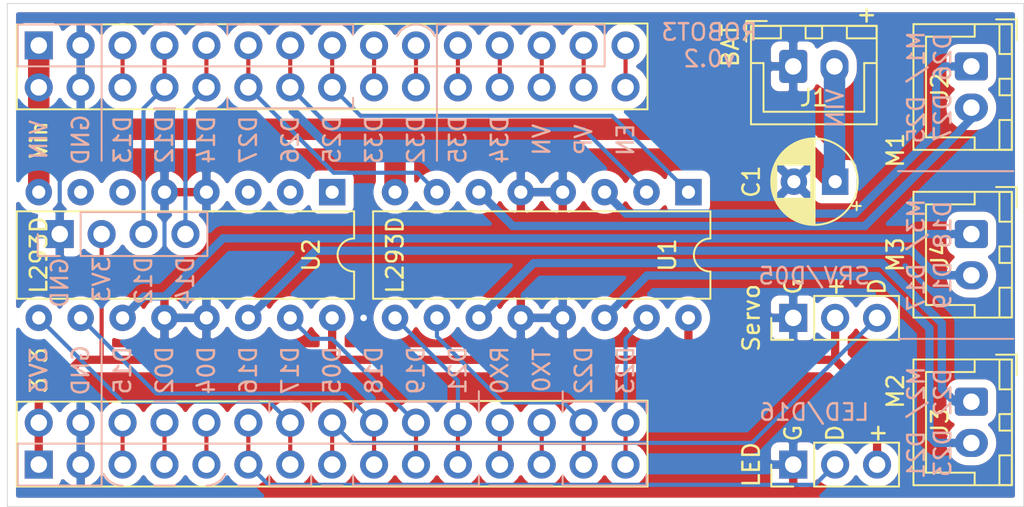
<source format=kicad_pcb>
(kicad_pcb (version 20171130) (host pcbnew 5.1.5-1.fc31)

  (general
    (thickness 1.6)
    (drawings 104)
    (tracks 138)
    (zones 0)
    (modules 12)
    (nets 41)
  )

  (page A4)
  (title_block
    (title robot3)
  )

  (layers
    (0 F.Cu signal)
    (31 B.Cu signal)
    (32 B.Adhes user)
    (33 F.Adhes user)
    (34 B.Paste user)
    (35 F.Paste user)
    (36 B.SilkS user)
    (37 F.SilkS user)
    (38 B.Mask user)
    (39 F.Mask user)
    (40 Dwgs.User user)
    (41 Cmts.User user)
    (42 Eco1.User user)
    (43 Eco2.User user)
    (44 Edge.Cuts user)
    (45 Margin user)
    (46 B.CrtYd user)
    (47 F.CrtYd user)
    (48 B.Fab user)
    (49 F.Fab user)
  )

  (setup
    (last_trace_width 0.25)
    (user_trace_width 0.25)
    (user_trace_width 0.5)
    (user_trace_width 1)
    (trace_clearance 0.25)
    (zone_clearance 0.508)
    (zone_45_only no)
    (trace_min 0.2)
    (via_size 0.8)
    (via_drill 0.4)
    (via_min_size 0.4)
    (via_min_drill 0.3)
    (uvia_size 0.3)
    (uvia_drill 0.1)
    (uvias_allowed no)
    (uvia_min_size 0.2)
    (uvia_min_drill 0.1)
    (edge_width 0.05)
    (segment_width 0.2)
    (pcb_text_width 0.3)
    (pcb_text_size 1.5 1.5)
    (mod_edge_width 0.12)
    (mod_text_size 1 1)
    (mod_text_width 0.15)
    (pad_size 1.7 1.7)
    (pad_drill 1)
    (pad_to_mask_clearance 0.051)
    (solder_mask_min_width 0.25)
    (aux_axis_origin 78.74 74.93)
    (grid_origin 78.74 74.93)
    (visible_elements FFFFFF7F)
    (pcbplotparams
      (layerselection 0x010fc_ffffffff)
      (usegerberextensions false)
      (usegerberattributes false)
      (usegerberadvancedattributes false)
      (creategerberjobfile false)
      (excludeedgelayer true)
      (linewidth 0.100000)
      (plotframeref false)
      (viasonmask false)
      (mode 1)
      (useauxorigin false)
      (hpglpennumber 1)
      (hpglpenspeed 20)
      (hpglpendiameter 15.000000)
      (psnegative false)
      (psa4output false)
      (plotreference true)
      (plotvalue true)
      (plotinvisibletext false)
      (padsonsilk false)
      (subtractmaskfromsilk false)
      (outputformat 1)
      (mirror false)
      (drillshape 0)
      (scaleselection 1)
      (outputdirectory ""))
  )

  (net 0 "")
  (net 1 GND)
  (net 2 VDC)
  (net 3 VCC)
  (net 4 /D32)
  (net 5 /D33)
  (net 6 /EN)
  (net 7 /D34)
  (net 8 /D35)
  (net 9 /D25)
  (net 10 /D26)
  (net 11 /D27)
  (net 12 /D14)
  (net 13 /D12)
  (net 14 /D13)
  (net 15 /D36)
  (net 16 /D39)
  (net 17 /D23)
  (net 18 /D22)
  (net 19 /D1)
  (net 20 /D3)
  (net 21 /D21)
  (net 22 /D19)
  (net 23 /D18)
  (net 24 /D5)
  (net 25 /D17)
  (net 26 /D16)
  (net 27 /D4)
  (net 28 /D2)
  (net 29 /D15)
  (net 30 "Net-(U2-Pad7)")
  (net 31 "Net-(U2-Pad2)")
  (net 32 "Net-(U2-Pad1)")
  (net 33 "Net-(U2-Pad6)")
  (net 34 "Net-(U2-Pad3)")
  (net 35 /M1B)
  (net 36 /M1A)
  (net 37 /M2B)
  (net 38 /M2A)
  (net 39 /M3B)
  (net 40 /M3A)

  (net_class Default "This is the default net class."
    (clearance 0.25)
    (trace_width 0.25)
    (via_dia 0.8)
    (via_drill 0.4)
    (uvia_dia 0.3)
    (uvia_drill 0.1)
    (add_net /D1)
    (add_net /D12)
    (add_net /D13)
    (add_net /D14)
    (add_net /D15)
    (add_net /D16)
    (add_net /D17)
    (add_net /D18)
    (add_net /D19)
    (add_net /D2)
    (add_net /D21)
    (add_net /D22)
    (add_net /D23)
    (add_net /D25)
    (add_net /D26)
    (add_net /D27)
    (add_net /D3)
    (add_net /D32)
    (add_net /D33)
    (add_net /D34)
    (add_net /D35)
    (add_net /D36)
    (add_net /D39)
    (add_net /D4)
    (add_net /D5)
    (add_net /EN)
    (add_net GND)
    (add_net "Net-(U2-Pad1)")
    (add_net "Net-(U2-Pad2)")
    (add_net "Net-(U2-Pad3)")
    (add_net "Net-(U2-Pad6)")
    (add_net "Net-(U2-Pad7)")
  )

  (net_class M ""
    (clearance 0.25)
    (trace_width 0.5)
    (via_dia 0.8)
    (via_drill 0.4)
    (uvia_dia 0.3)
    (uvia_drill 0.1)
    (add_net /M1A)
    (add_net /M1B)
    (add_net /M2A)
    (add_net /M2B)
    (add_net /M3A)
    (add_net /M3B)
  )

  (net_class VCC ""
    (clearance 0.25)
    (trace_width 0.5)
    (via_dia 0.8)
    (via_drill 0.4)
    (uvia_dia 0.3)
    (uvia_drill 0.1)
    (add_net VCC)
  )

  (net_class VDC ""
    (clearance 0.25)
    (trace_width 1.3)
    (via_dia 0.8)
    (via_drill 0.4)
    (uvia_dia 0.3)
    (uvia_drill 0.1)
    (add_net VDC)
  )

  (module Connector_JST:JST_XH_B2B-XH-A_1x02_P2.50mm_Vertical (layer F.Cu) (tedit 5C28146C) (tstamp 5E075C0F)
    (at 135.255 60.96 270)
    (descr "JST XH series connector, B2B-XH-A (http://www.jst-mfg.com/product/pdf/eng/eXH.pdf), generated with kicad-footprint-generator")
    (tags "connector JST XH vertical")
    (path /5E091B5B)
    (fp_text reference J4 (at 1.25 1.905 90) (layer F.SilkS)
      (effects (font (size 1 1) (thickness 0.15)))
    )
    (fp_text value M3 (at 1.25 4.6 90) (layer F.SilkS)
      (effects (font (size 1 1) (thickness 0.15)))
    )
    (fp_text user %R (at 1.25 2.7 90) (layer F.Fab)
      (effects (font (size 1 1) (thickness 0.15)))
    )
    (fp_line (start -2.85 -2.75) (end -2.85 -1.5) (layer F.SilkS) (width 0.12))
    (fp_line (start -1.6 -2.75) (end -2.85 -2.75) (layer F.SilkS) (width 0.12))
    (fp_line (start 4.3 2.75) (end 1.25 2.75) (layer F.SilkS) (width 0.12))
    (fp_line (start 4.3 -0.2) (end 4.3 2.75) (layer F.SilkS) (width 0.12))
    (fp_line (start 5.05 -0.2) (end 4.3 -0.2) (layer F.SilkS) (width 0.12))
    (fp_line (start -1.8 2.75) (end 1.25 2.75) (layer F.SilkS) (width 0.12))
    (fp_line (start -1.8 -0.2) (end -1.8 2.75) (layer F.SilkS) (width 0.12))
    (fp_line (start -2.55 -0.2) (end -1.8 -0.2) (layer F.SilkS) (width 0.12))
    (fp_line (start 5.05 -2.45) (end 3.25 -2.45) (layer F.SilkS) (width 0.12))
    (fp_line (start 5.05 -1.7) (end 5.05 -2.45) (layer F.SilkS) (width 0.12))
    (fp_line (start 3.25 -1.7) (end 5.05 -1.7) (layer F.SilkS) (width 0.12))
    (fp_line (start 3.25 -2.45) (end 3.25 -1.7) (layer F.SilkS) (width 0.12))
    (fp_line (start -0.75 -2.45) (end -2.55 -2.45) (layer F.SilkS) (width 0.12))
    (fp_line (start -0.75 -1.7) (end -0.75 -2.45) (layer F.SilkS) (width 0.12))
    (fp_line (start -2.55 -1.7) (end -0.75 -1.7) (layer F.SilkS) (width 0.12))
    (fp_line (start -2.55 -2.45) (end -2.55 -1.7) (layer F.SilkS) (width 0.12))
    (fp_line (start 1.75 -2.45) (end 0.75 -2.45) (layer F.SilkS) (width 0.12))
    (fp_line (start 1.75 -1.7) (end 1.75 -2.45) (layer F.SilkS) (width 0.12))
    (fp_line (start 0.75 -1.7) (end 1.75 -1.7) (layer F.SilkS) (width 0.12))
    (fp_line (start 0.75 -2.45) (end 0.75 -1.7) (layer F.SilkS) (width 0.12))
    (fp_line (start 0 -1.35) (end 0.625 -2.35) (layer F.Fab) (width 0.1))
    (fp_line (start -0.625 -2.35) (end 0 -1.35) (layer F.Fab) (width 0.1))
    (fp_line (start 5.45 -2.85) (end -2.95 -2.85) (layer F.CrtYd) (width 0.05))
    (fp_line (start 5.45 3.9) (end 5.45 -2.85) (layer F.CrtYd) (width 0.05))
    (fp_line (start -2.95 3.9) (end 5.45 3.9) (layer F.CrtYd) (width 0.05))
    (fp_line (start -2.95 -2.85) (end -2.95 3.9) (layer F.CrtYd) (width 0.05))
    (fp_line (start 5.06 -2.46) (end -2.56 -2.46) (layer F.SilkS) (width 0.12))
    (fp_line (start 5.06 3.51) (end 5.06 -2.46) (layer F.SilkS) (width 0.12))
    (fp_line (start -2.56 3.51) (end 5.06 3.51) (layer F.SilkS) (width 0.12))
    (fp_line (start -2.56 -2.46) (end -2.56 3.51) (layer F.SilkS) (width 0.12))
    (fp_line (start 4.95 -2.35) (end -2.45 -2.35) (layer F.Fab) (width 0.1))
    (fp_line (start 4.95 3.4) (end 4.95 -2.35) (layer F.Fab) (width 0.1))
    (fp_line (start -2.45 3.4) (end 4.95 3.4) (layer F.Fab) (width 0.1))
    (fp_line (start -2.45 -2.35) (end -2.45 3.4) (layer F.Fab) (width 0.1))
    (pad 2 thru_hole oval (at 2.5 0 270) (size 1.7 2) (drill 1) (layers *.Cu *.Mask)
      (net 39 /M3B))
    (pad 1 thru_hole roundrect (at 0 0 270) (size 1.7 2) (drill 1) (layers *.Cu *.Mask) (roundrect_rratio 0.147059)
      (net 40 /M3A))
    (model ${KISYS3DMOD}/Connector_JST.3dshapes/JST_XH_B2B-XH-A_1x02_P2.50mm_Vertical.wrl
      (at (xyz 0 0 0))
      (scale (xyz 1 1 1))
      (rotate (xyz 0 0 0))
    )
  )

  (module Connector_JST:JST_XH_B2B-XH-A_1x02_P2.50mm_Vertical (layer F.Cu) (tedit 5C28146C) (tstamp 5E075BE6)
    (at 135.255 71.12 270)
    (descr "JST XH series connector, B2B-XH-A (http://www.jst-mfg.com/product/pdf/eng/eXH.pdf), generated with kicad-footprint-generator")
    (tags "connector JST XH vertical")
    (path /5E091759)
    (fp_text reference J3 (at 1.25 1.905 90) (layer F.SilkS)
      (effects (font (size 1 1) (thickness 0.15)))
    )
    (fp_text value M2 (at -0.635 4.6 90) (layer F.SilkS)
      (effects (font (size 1 1) (thickness 0.15)))
    )
    (fp_text user %R (at 1.25 2.7 90) (layer F.Fab)
      (effects (font (size 1 1) (thickness 0.15)))
    )
    (fp_line (start -2.85 -2.75) (end -2.85 -1.5) (layer F.SilkS) (width 0.12))
    (fp_line (start -1.6 -2.75) (end -2.85 -2.75) (layer F.SilkS) (width 0.12))
    (fp_line (start 4.3 2.75) (end 1.25 2.75) (layer F.SilkS) (width 0.12))
    (fp_line (start 4.3 -0.2) (end 4.3 2.75) (layer F.SilkS) (width 0.12))
    (fp_line (start 5.05 -0.2) (end 4.3 -0.2) (layer F.SilkS) (width 0.12))
    (fp_line (start -1.8 2.75) (end 1.25 2.75) (layer F.SilkS) (width 0.12))
    (fp_line (start -1.8 -0.2) (end -1.8 2.75) (layer F.SilkS) (width 0.12))
    (fp_line (start -2.55 -0.2) (end -1.8 -0.2) (layer F.SilkS) (width 0.12))
    (fp_line (start 5.05 -2.45) (end 3.25 -2.45) (layer F.SilkS) (width 0.12))
    (fp_line (start 5.05 -1.7) (end 5.05 -2.45) (layer F.SilkS) (width 0.12))
    (fp_line (start 3.25 -1.7) (end 5.05 -1.7) (layer F.SilkS) (width 0.12))
    (fp_line (start 3.25 -2.45) (end 3.25 -1.7) (layer F.SilkS) (width 0.12))
    (fp_line (start -0.75 -2.45) (end -2.55 -2.45) (layer F.SilkS) (width 0.12))
    (fp_line (start -0.75 -1.7) (end -0.75 -2.45) (layer F.SilkS) (width 0.12))
    (fp_line (start -2.55 -1.7) (end -0.75 -1.7) (layer F.SilkS) (width 0.12))
    (fp_line (start -2.55 -2.45) (end -2.55 -1.7) (layer F.SilkS) (width 0.12))
    (fp_line (start 1.75 -2.45) (end 0.75 -2.45) (layer F.SilkS) (width 0.12))
    (fp_line (start 1.75 -1.7) (end 1.75 -2.45) (layer F.SilkS) (width 0.12))
    (fp_line (start 0.75 -1.7) (end 1.75 -1.7) (layer F.SilkS) (width 0.12))
    (fp_line (start 0.75 -2.45) (end 0.75 -1.7) (layer F.SilkS) (width 0.12))
    (fp_line (start 0 -1.35) (end 0.625 -2.35) (layer F.Fab) (width 0.1))
    (fp_line (start -0.625 -2.35) (end 0 -1.35) (layer F.Fab) (width 0.1))
    (fp_line (start 5.45 -2.85) (end -2.95 -2.85) (layer F.CrtYd) (width 0.05))
    (fp_line (start 5.45 3.9) (end 5.45 -2.85) (layer F.CrtYd) (width 0.05))
    (fp_line (start -2.95 3.9) (end 5.45 3.9) (layer F.CrtYd) (width 0.05))
    (fp_line (start -2.95 -2.85) (end -2.95 3.9) (layer F.CrtYd) (width 0.05))
    (fp_line (start 5.06 -2.46) (end -2.56 -2.46) (layer F.SilkS) (width 0.12))
    (fp_line (start 5.06 3.51) (end 5.06 -2.46) (layer F.SilkS) (width 0.12))
    (fp_line (start -2.56 3.51) (end 5.06 3.51) (layer F.SilkS) (width 0.12))
    (fp_line (start -2.56 -2.46) (end -2.56 3.51) (layer F.SilkS) (width 0.12))
    (fp_line (start 4.95 -2.35) (end -2.45 -2.35) (layer F.Fab) (width 0.1))
    (fp_line (start 4.95 3.4) (end 4.95 -2.35) (layer F.Fab) (width 0.1))
    (fp_line (start -2.45 3.4) (end 4.95 3.4) (layer F.Fab) (width 0.1))
    (fp_line (start -2.45 -2.35) (end -2.45 3.4) (layer F.Fab) (width 0.1))
    (pad 2 thru_hole oval (at 2.5 0 270) (size 1.7 2) (drill 1) (layers *.Cu *.Mask)
      (net 37 /M2B))
    (pad 1 thru_hole roundrect (at 0 0 270) (size 1.7 2) (drill 1) (layers *.Cu *.Mask) (roundrect_rratio 0.147059)
      (net 38 /M2A))
    (model ${KISYS3DMOD}/Connector_JST.3dshapes/JST_XH_B2B-XH-A_1x02_P2.50mm_Vertical.wrl
      (at (xyz 0 0 0))
      (scale (xyz 1 1 1))
      (rotate (xyz 0 0 0))
    )
  )

  (module Connector_JST:JST_XH_B2B-XH-A_1x02_P2.50mm_Vertical (layer F.Cu) (tedit 5C28146C) (tstamp 5E075BBD)
    (at 135.255 50.8 270)
    (descr "JST XH series connector, B2B-XH-A (http://www.jst-mfg.com/product/pdf/eng/eXH.pdf), generated with kicad-footprint-generator")
    (tags "connector JST XH vertical")
    (path /5E09145E)
    (fp_text reference J2 (at 1.25 1.905 90) (layer F.SilkS)
      (effects (font (size 1 1) (thickness 0.15)))
    )
    (fp_text value M1 (at 5.08 4.6 90) (layer F.SilkS)
      (effects (font (size 1 1) (thickness 0.15)))
    )
    (fp_line (start -2.45 -2.35) (end -2.45 3.4) (layer F.Fab) (width 0.1))
    (fp_line (start -2.45 3.4) (end 4.95 3.4) (layer F.Fab) (width 0.1))
    (fp_line (start 4.95 3.4) (end 4.95 -2.35) (layer F.Fab) (width 0.1))
    (fp_line (start 4.95 -2.35) (end -2.45 -2.35) (layer F.Fab) (width 0.1))
    (fp_line (start -2.56 -2.46) (end -2.56 3.51) (layer F.SilkS) (width 0.12))
    (fp_line (start -2.56 3.51) (end 5.06 3.51) (layer F.SilkS) (width 0.12))
    (fp_line (start 5.06 3.51) (end 5.06 -2.46) (layer F.SilkS) (width 0.12))
    (fp_line (start 5.06 -2.46) (end -2.56 -2.46) (layer F.SilkS) (width 0.12))
    (fp_line (start -2.95 -2.85) (end -2.95 3.9) (layer F.CrtYd) (width 0.05))
    (fp_line (start -2.95 3.9) (end 5.45 3.9) (layer F.CrtYd) (width 0.05))
    (fp_line (start 5.45 3.9) (end 5.45 -2.85) (layer F.CrtYd) (width 0.05))
    (fp_line (start 5.45 -2.85) (end -2.95 -2.85) (layer F.CrtYd) (width 0.05))
    (fp_line (start -0.625 -2.35) (end 0 -1.35) (layer F.Fab) (width 0.1))
    (fp_line (start 0 -1.35) (end 0.625 -2.35) (layer F.Fab) (width 0.1))
    (fp_line (start 0.75 -2.45) (end 0.75 -1.7) (layer F.SilkS) (width 0.12))
    (fp_line (start 0.75 -1.7) (end 1.75 -1.7) (layer F.SilkS) (width 0.12))
    (fp_line (start 1.75 -1.7) (end 1.75 -2.45) (layer F.SilkS) (width 0.12))
    (fp_line (start 1.75 -2.45) (end 0.75 -2.45) (layer F.SilkS) (width 0.12))
    (fp_line (start -2.55 -2.45) (end -2.55 -1.7) (layer F.SilkS) (width 0.12))
    (fp_line (start -2.55 -1.7) (end -0.75 -1.7) (layer F.SilkS) (width 0.12))
    (fp_line (start -0.75 -1.7) (end -0.75 -2.45) (layer F.SilkS) (width 0.12))
    (fp_line (start -0.75 -2.45) (end -2.55 -2.45) (layer F.SilkS) (width 0.12))
    (fp_line (start 3.25 -2.45) (end 3.25 -1.7) (layer F.SilkS) (width 0.12))
    (fp_line (start 3.25 -1.7) (end 5.05 -1.7) (layer F.SilkS) (width 0.12))
    (fp_line (start 5.05 -1.7) (end 5.05 -2.45) (layer F.SilkS) (width 0.12))
    (fp_line (start 5.05 -2.45) (end 3.25 -2.45) (layer F.SilkS) (width 0.12))
    (fp_line (start -2.55 -0.2) (end -1.8 -0.2) (layer F.SilkS) (width 0.12))
    (fp_line (start -1.8 -0.2) (end -1.8 2.75) (layer F.SilkS) (width 0.12))
    (fp_line (start -1.8 2.75) (end 1.25 2.75) (layer F.SilkS) (width 0.12))
    (fp_line (start 5.05 -0.2) (end 4.3 -0.2) (layer F.SilkS) (width 0.12))
    (fp_line (start 4.3 -0.2) (end 4.3 2.75) (layer F.SilkS) (width 0.12))
    (fp_line (start 4.3 2.75) (end 1.25 2.75) (layer F.SilkS) (width 0.12))
    (fp_line (start -1.6 -2.75) (end -2.85 -2.75) (layer F.SilkS) (width 0.12))
    (fp_line (start -2.85 -2.75) (end -2.85 -1.5) (layer F.SilkS) (width 0.12))
    (fp_text user %R (at 1.25 2.7 90) (layer F.Fab)
      (effects (font (size 1 1) (thickness 0.15)))
    )
    (pad 1 thru_hole roundrect (at 0 0 270) (size 1.7 2) (drill 1) (layers *.Cu *.Mask) (roundrect_rratio 0.147059)
      (net 36 /M1A))
    (pad 2 thru_hole oval (at 2.5 0 270) (size 1.7 2) (drill 1) (layers *.Cu *.Mask)
      (net 35 /M1B))
    (model ${KISYS3DMOD}/Connector_JST.3dshapes/JST_XH_B2B-XH-A_1x02_P2.50mm_Vertical.wrl
      (at (xyz 0 0 0))
      (scale (xyz 1 1 1))
      (rotate (xyz 0 0 0))
    )
  )

  (module Connector_JST:JST_XH_B2B-XH-A_1x02_P2.50mm_Vertical (layer F.Cu) (tedit 5C28146C) (tstamp 5E075B94)
    (at 124.46 50.8)
    (descr "JST XH series connector, B2B-XH-A (http://www.jst-mfg.com/product/pdf/eng/eXH.pdf), generated with kicad-footprint-generator")
    (tags "connector JST XH vertical")
    (path /5E09209D)
    (fp_text reference J1 (at 1.25 1.905) (layer F.SilkS)
      (effects (font (size 1 1) (thickness 0.15)))
    )
    (fp_text value BAT (at -3.81 -1.27 90) (layer F.SilkS)
      (effects (font (size 1 1) (thickness 0.15)))
    )
    (fp_text user %R (at 1.25 2.7) (layer F.Fab)
      (effects (font (size 1 1) (thickness 0.15)))
    )
    (fp_line (start -2.85 -2.75) (end -2.85 -1.5) (layer F.SilkS) (width 0.12))
    (fp_line (start -1.6 -2.75) (end -2.85 -2.75) (layer F.SilkS) (width 0.12))
    (fp_line (start 4.3 2.75) (end 1.25 2.75) (layer F.SilkS) (width 0.12))
    (fp_line (start 4.3 -0.2) (end 4.3 2.75) (layer F.SilkS) (width 0.12))
    (fp_line (start 5.05 -0.2) (end 4.3 -0.2) (layer F.SilkS) (width 0.12))
    (fp_line (start -1.8 2.75) (end 1.25 2.75) (layer F.SilkS) (width 0.12))
    (fp_line (start -1.8 -0.2) (end -1.8 2.75) (layer F.SilkS) (width 0.12))
    (fp_line (start -2.55 -0.2) (end -1.8 -0.2) (layer F.SilkS) (width 0.12))
    (fp_line (start 5.05 -2.45) (end 3.25 -2.45) (layer F.SilkS) (width 0.12))
    (fp_line (start 5.05 -1.7) (end 5.05 -2.45) (layer F.SilkS) (width 0.12))
    (fp_line (start 3.25 -1.7) (end 5.05 -1.7) (layer F.SilkS) (width 0.12))
    (fp_line (start 3.25 -2.45) (end 3.25 -1.7) (layer F.SilkS) (width 0.12))
    (fp_line (start -0.75 -2.45) (end -2.55 -2.45) (layer F.SilkS) (width 0.12))
    (fp_line (start -0.75 -1.7) (end -0.75 -2.45) (layer F.SilkS) (width 0.12))
    (fp_line (start -2.55 -1.7) (end -0.75 -1.7) (layer F.SilkS) (width 0.12))
    (fp_line (start -2.55 -2.45) (end -2.55 -1.7) (layer F.SilkS) (width 0.12))
    (fp_line (start 1.75 -2.45) (end 0.75 -2.45) (layer F.SilkS) (width 0.12))
    (fp_line (start 1.75 -1.7) (end 1.75 -2.45) (layer F.SilkS) (width 0.12))
    (fp_line (start 0.75 -1.7) (end 1.75 -1.7) (layer F.SilkS) (width 0.12))
    (fp_line (start 0.75 -2.45) (end 0.75 -1.7) (layer F.SilkS) (width 0.12))
    (fp_line (start 0 -1.35) (end 0.625 -2.35) (layer F.Fab) (width 0.1))
    (fp_line (start -0.625 -2.35) (end 0 -1.35) (layer F.Fab) (width 0.1))
    (fp_line (start 5.45 -2.85) (end -2.95 -2.85) (layer F.CrtYd) (width 0.05))
    (fp_line (start 5.45 3.9) (end 5.45 -2.85) (layer F.CrtYd) (width 0.05))
    (fp_line (start -2.95 3.9) (end 5.45 3.9) (layer F.CrtYd) (width 0.05))
    (fp_line (start -2.95 -2.85) (end -2.95 3.9) (layer F.CrtYd) (width 0.05))
    (fp_line (start 5.06 -2.46) (end -2.56 -2.46) (layer F.SilkS) (width 0.12))
    (fp_line (start 5.06 3.51) (end 5.06 -2.46) (layer F.SilkS) (width 0.12))
    (fp_line (start -2.56 3.51) (end 5.06 3.51) (layer F.SilkS) (width 0.12))
    (fp_line (start -2.56 -2.46) (end -2.56 3.51) (layer F.SilkS) (width 0.12))
    (fp_line (start 4.95 -2.35) (end -2.45 -2.35) (layer F.Fab) (width 0.1))
    (fp_line (start 4.95 3.4) (end 4.95 -2.35) (layer F.Fab) (width 0.1))
    (fp_line (start -2.45 3.4) (end 4.95 3.4) (layer F.Fab) (width 0.1))
    (fp_line (start -2.45 -2.35) (end -2.45 3.4) (layer F.Fab) (width 0.1))
    (pad 2 thru_hole oval (at 2.5 0) (size 1.7 2) (drill 1) (layers *.Cu *.Mask)
      (net 2 VDC))
    (pad 1 thru_hole roundrect (at 0 0) (size 1.7 2) (drill 1) (layers *.Cu *.Mask) (roundrect_rratio 0.147059)
      (net 1 GND))
    (model ${KISYS3DMOD}/Connector_JST.3dshapes/JST_XH_B2B-XH-A_1x02_P2.50mm_Vertical.wrl
      (at (xyz 0 0 0))
      (scale (xyz 1 1 1))
      (rotate (xyz 0 0 0))
    )
  )

  (module Connector_PinSocket_2.54mm:PinSocket_1x04_P2.54mm_Vertical (layer B.Cu) (tedit 5A19A429) (tstamp 5E078A47)
    (at 80.01 60.96 270)
    (descr "Through hole straight socket strip, 1x04, 2.54mm pitch, single row (from Kicad 4.0.7), script generated")
    (tags "Through hole socket strip THT 1x04 2.54mm single row")
    (path /5E0E72E0)
    (fp_text reference J9 (at 0 2.77 270) (layer B.Fab)
      (effects (font (size 1 1) (thickness 0.15)) (justify mirror))
    )
    (fp_text value I2C (at 0 -10.39 270) (layer B.Fab)
      (effects (font (size 1 1) (thickness 0.15)) (justify mirror))
    )
    (fp_text user %R (at 0 -3.81) (layer B.Fab)
      (effects (font (size 1 1) (thickness 0.15)) (justify mirror))
    )
    (fp_line (start -1.8 -9.4) (end -1.8 1.8) (layer B.CrtYd) (width 0.05))
    (fp_line (start 1.75 -9.4) (end -1.8 -9.4) (layer B.CrtYd) (width 0.05))
    (fp_line (start 1.75 1.8) (end 1.75 -9.4) (layer B.CrtYd) (width 0.05))
    (fp_line (start -1.8 1.8) (end 1.75 1.8) (layer B.CrtYd) (width 0.05))
    (fp_line (start 0 1.33) (end 1.33 1.33) (layer B.SilkS) (width 0.12))
    (fp_line (start 1.33 1.33) (end 1.33 0) (layer B.SilkS) (width 0.12))
    (fp_line (start 1.33 -1.27) (end 1.33 -8.95) (layer B.SilkS) (width 0.12))
    (fp_line (start -1.33 -8.95) (end 1.33 -8.95) (layer B.SilkS) (width 0.12))
    (fp_line (start -1.33 -1.27) (end -1.33 -8.95) (layer B.SilkS) (width 0.12))
    (fp_line (start -1.33 -1.27) (end 1.33 -1.27) (layer B.SilkS) (width 0.12))
    (fp_line (start -1.27 -8.89) (end -1.27 1.27) (layer B.Fab) (width 0.1))
    (fp_line (start 1.27 -8.89) (end -1.27 -8.89) (layer B.Fab) (width 0.1))
    (fp_line (start 1.27 0.635) (end 1.27 -8.89) (layer B.Fab) (width 0.1))
    (fp_line (start 0.635 1.27) (end 1.27 0.635) (layer B.Fab) (width 0.1))
    (fp_line (start -1.27 1.27) (end 0.635 1.27) (layer B.Fab) (width 0.1))
    (fp_text user GND (at 1.33 0 90) (layer B.SilkS)
      (effects (font (size 1 1) (thickness 0.15)) (justify left mirror))
    )
    (fp_text user 3V3 (at 1.27 -2.54 270) (layer B.SilkS)
      (effects (font (size 1 1) (thickness 0.15)) (justify left mirror))
    )
    (pad 4 thru_hole oval (at 0 -7.62 270) (size 1.7 1.7) (drill 1) (layers *.Cu *.Mask)
      (net 12 /D14))
    (pad 3 thru_hole oval (at 0 -5.08 270) (size 1.7 1.7) (drill 1) (layers *.Cu *.Mask)
      (net 13 /D12))
    (pad 2 thru_hole oval (at 0 -2.54 270) (size 1.7 1.7) (drill 1) (layers *.Cu *.Mask)
      (net 3 VCC))
    (pad 1 thru_hole rect (at 0 0 270) (size 1.7 1.7) (drill 1) (layers *.Cu *.Mask)
      (net 1 GND))
    (model ${KISYS3DMOD}/Connector_PinSocket_2.54mm.3dshapes/PinSocket_1x04_P2.54mm_Vertical.wrl
      (at (xyz 0 0 0))
      (scale (xyz 1 1 1))
      (rotate (xyz 0 0 0))
    )
  )

  (module Package_DIP:DIP-16_W7.62mm (layer F.Cu) (tedit 5A02E8C5) (tstamp 5E06D760)
    (at 118.11 58.42 270)
    (descr "16-lead though-hole mounted DIP package, row spacing 7.62 mm (300 mils)")
    (tags "THT DIP DIL PDIP 2.54mm 7.62mm 300mil")
    (path /5E08A3E9)
    (fp_text reference U1 (at 3.81 1.27 90) (layer F.SilkS)
      (effects (font (size 1 1) (thickness 0.15)))
    )
    (fp_text value L293D (at 3.81 17.78 90) (layer F.SilkS)
      (effects (font (size 1 1) (thickness 0.15)))
    )
    (fp_text user %R (at 3.81 8.89 90) (layer F.Fab)
      (effects (font (size 1 1) (thickness 0.15)))
    )
    (fp_line (start 8.7 -1.55) (end -1.1 -1.55) (layer F.CrtYd) (width 0.05))
    (fp_line (start 8.7 19.3) (end 8.7 -1.55) (layer F.CrtYd) (width 0.05))
    (fp_line (start -1.1 19.3) (end 8.7 19.3) (layer F.CrtYd) (width 0.05))
    (fp_line (start -1.1 -1.55) (end -1.1 19.3) (layer F.CrtYd) (width 0.05))
    (fp_line (start 6.46 -1.33) (end 4.81 -1.33) (layer F.SilkS) (width 0.12))
    (fp_line (start 6.46 19.11) (end 6.46 -1.33) (layer F.SilkS) (width 0.12))
    (fp_line (start 1.16 19.11) (end 6.46 19.11) (layer F.SilkS) (width 0.12))
    (fp_line (start 1.16 -1.33) (end 1.16 19.11) (layer F.SilkS) (width 0.12))
    (fp_line (start 2.81 -1.33) (end 1.16 -1.33) (layer F.SilkS) (width 0.12))
    (fp_line (start 0.635 -0.27) (end 1.635 -1.27) (layer F.Fab) (width 0.1))
    (fp_line (start 0.635 19.05) (end 0.635 -0.27) (layer F.Fab) (width 0.1))
    (fp_line (start 6.985 19.05) (end 0.635 19.05) (layer F.Fab) (width 0.1))
    (fp_line (start 6.985 -1.27) (end 6.985 19.05) (layer F.Fab) (width 0.1))
    (fp_line (start 1.635 -1.27) (end 6.985 -1.27) (layer F.Fab) (width 0.1))
    (fp_arc (start 3.81 -1.33) (end 2.81 -1.33) (angle -180) (layer F.SilkS) (width 0.12))
    (pad 16 thru_hole oval (at 7.62 0 270) (size 1.6 1.6) (drill 0.8) (layers *.Cu *.Mask)
      (net 3 VCC))
    (pad 8 thru_hole oval (at 0 17.78 270) (size 1.6 1.6) (drill 0.8) (layers *.Cu *.Mask)
      (net 2 VDC))
    (pad 15 thru_hole oval (at 7.62 2.54 270) (size 1.6 1.6) (drill 0.8) (layers *.Cu *.Mask)
      (net 17 /D23))
    (pad 7 thru_hole oval (at 0 15.24 270) (size 1.6 1.6) (drill 0.8) (layers *.Cu *.Mask)
      (net 11 /D27))
    (pad 14 thru_hole oval (at 7.62 5.08 270) (size 1.6 1.6) (drill 0.8) (layers *.Cu *.Mask)
      (net 37 /M2B))
    (pad 6 thru_hole oval (at 0 12.7 270) (size 1.6 1.6) (drill 0.8) (layers *.Cu *.Mask)
      (net 35 /M1B))
    (pad 13 thru_hole oval (at 7.62 7.62 270) (size 1.6 1.6) (drill 0.8) (layers *.Cu *.Mask)
      (net 1 GND))
    (pad 5 thru_hole oval (at 0 10.16 270) (size 1.6 1.6) (drill 0.8) (layers *.Cu *.Mask)
      (net 1 GND))
    (pad 12 thru_hole oval (at 7.62 10.16 270) (size 1.6 1.6) (drill 0.8) (layers *.Cu *.Mask)
      (net 1 GND))
    (pad 4 thru_hole oval (at 0 7.62 270) (size 1.6 1.6) (drill 0.8) (layers *.Cu *.Mask)
      (net 1 GND))
    (pad 11 thru_hole oval (at 7.62 12.7 270) (size 1.6 1.6) (drill 0.8) (layers *.Cu *.Mask)
      (net 38 /M2A))
    (pad 3 thru_hole oval (at 0 5.08 270) (size 1.6 1.6) (drill 0.8) (layers *.Cu *.Mask)
      (net 36 /M1A))
    (pad 10 thru_hole oval (at 7.62 15.24 270) (size 1.6 1.6) (drill 0.8) (layers *.Cu *.Mask)
      (net 18 /D22))
    (pad 2 thru_hole oval (at 0 2.54 270) (size 1.6 1.6) (drill 0.8) (layers *.Cu *.Mask)
      (net 10 /D26))
    (pad 9 thru_hole oval (at 7.62 17.78 270) (size 1.6 1.6) (drill 0.8) (layers *.Cu *.Mask)
      (net 21 /D21))
    (pad 1 thru_hole rect (at 0 0 270) (size 1.6 1.6) (drill 0.8) (layers *.Cu *.Mask)
      (net 9 /D25))
    (model ${KISYS3DMOD}/Package_DIP.3dshapes/DIP-16_W7.62mm.wrl
      (at (xyz 0 0 0))
      (scale (xyz 1 1 1))
      (rotate (xyz 0 0 0))
    )
  )

  (module Capacitor_THT:CP_Radial_D5.0mm_P2.50mm (layer F.Cu) (tedit 5AE50EF0) (tstamp 5E08258E)
    (at 127 57.785 180)
    (descr "CP, Radial series, Radial, pin pitch=2.50mm, , diameter=5mm, Electrolytic Capacitor")
    (tags "CP Radial series Radial pin pitch 2.50mm  diameter 5mm Electrolytic Capacitor")
    (path /5E093ADC)
    (fp_text reference C1 (at 5.08 0 90) (layer F.SilkS)
      (effects (font (size 1 1) (thickness 0.15)))
    )
    (fp_text value 100μF (at 1.25 2.5) (layer F.Fab)
      (effects (font (size 1 1) (thickness 0.15)))
    )
    (fp_text user %R (at 1.25 0) (layer F.Fab)
      (effects (font (size 1 1) (thickness 0.15)))
    )
    (fp_line (start -1.304775 -1.725) (end -1.304775 -1.225) (layer F.SilkS) (width 0.12))
    (fp_line (start -1.554775 -1.475) (end -1.054775 -1.475) (layer F.SilkS) (width 0.12))
    (fp_line (start 3.851 -0.284) (end 3.851 0.284) (layer F.SilkS) (width 0.12))
    (fp_line (start 3.811 -0.518) (end 3.811 0.518) (layer F.SilkS) (width 0.12))
    (fp_line (start 3.771 -0.677) (end 3.771 0.677) (layer F.SilkS) (width 0.12))
    (fp_line (start 3.731 -0.805) (end 3.731 0.805) (layer F.SilkS) (width 0.12))
    (fp_line (start 3.691 -0.915) (end 3.691 0.915) (layer F.SilkS) (width 0.12))
    (fp_line (start 3.651 -1.011) (end 3.651 1.011) (layer F.SilkS) (width 0.12))
    (fp_line (start 3.611 -1.098) (end 3.611 1.098) (layer F.SilkS) (width 0.12))
    (fp_line (start 3.571 -1.178) (end 3.571 1.178) (layer F.SilkS) (width 0.12))
    (fp_line (start 3.531 1.04) (end 3.531 1.251) (layer F.SilkS) (width 0.12))
    (fp_line (start 3.531 -1.251) (end 3.531 -1.04) (layer F.SilkS) (width 0.12))
    (fp_line (start 3.491 1.04) (end 3.491 1.319) (layer F.SilkS) (width 0.12))
    (fp_line (start 3.491 -1.319) (end 3.491 -1.04) (layer F.SilkS) (width 0.12))
    (fp_line (start 3.451 1.04) (end 3.451 1.383) (layer F.SilkS) (width 0.12))
    (fp_line (start 3.451 -1.383) (end 3.451 -1.04) (layer F.SilkS) (width 0.12))
    (fp_line (start 3.411 1.04) (end 3.411 1.443) (layer F.SilkS) (width 0.12))
    (fp_line (start 3.411 -1.443) (end 3.411 -1.04) (layer F.SilkS) (width 0.12))
    (fp_line (start 3.371 1.04) (end 3.371 1.5) (layer F.SilkS) (width 0.12))
    (fp_line (start 3.371 -1.5) (end 3.371 -1.04) (layer F.SilkS) (width 0.12))
    (fp_line (start 3.331 1.04) (end 3.331 1.554) (layer F.SilkS) (width 0.12))
    (fp_line (start 3.331 -1.554) (end 3.331 -1.04) (layer F.SilkS) (width 0.12))
    (fp_line (start 3.291 1.04) (end 3.291 1.605) (layer F.SilkS) (width 0.12))
    (fp_line (start 3.291 -1.605) (end 3.291 -1.04) (layer F.SilkS) (width 0.12))
    (fp_line (start 3.251 1.04) (end 3.251 1.653) (layer F.SilkS) (width 0.12))
    (fp_line (start 3.251 -1.653) (end 3.251 -1.04) (layer F.SilkS) (width 0.12))
    (fp_line (start 3.211 1.04) (end 3.211 1.699) (layer F.SilkS) (width 0.12))
    (fp_line (start 3.211 -1.699) (end 3.211 -1.04) (layer F.SilkS) (width 0.12))
    (fp_line (start 3.171 1.04) (end 3.171 1.743) (layer F.SilkS) (width 0.12))
    (fp_line (start 3.171 -1.743) (end 3.171 -1.04) (layer F.SilkS) (width 0.12))
    (fp_line (start 3.131 1.04) (end 3.131 1.785) (layer F.SilkS) (width 0.12))
    (fp_line (start 3.131 -1.785) (end 3.131 -1.04) (layer F.SilkS) (width 0.12))
    (fp_line (start 3.091 1.04) (end 3.091 1.826) (layer F.SilkS) (width 0.12))
    (fp_line (start 3.091 -1.826) (end 3.091 -1.04) (layer F.SilkS) (width 0.12))
    (fp_line (start 3.051 1.04) (end 3.051 1.864) (layer F.SilkS) (width 0.12))
    (fp_line (start 3.051 -1.864) (end 3.051 -1.04) (layer F.SilkS) (width 0.12))
    (fp_line (start 3.011 1.04) (end 3.011 1.901) (layer F.SilkS) (width 0.12))
    (fp_line (start 3.011 -1.901) (end 3.011 -1.04) (layer F.SilkS) (width 0.12))
    (fp_line (start 2.971 1.04) (end 2.971 1.937) (layer F.SilkS) (width 0.12))
    (fp_line (start 2.971 -1.937) (end 2.971 -1.04) (layer F.SilkS) (width 0.12))
    (fp_line (start 2.931 1.04) (end 2.931 1.971) (layer F.SilkS) (width 0.12))
    (fp_line (start 2.931 -1.971) (end 2.931 -1.04) (layer F.SilkS) (width 0.12))
    (fp_line (start 2.891 1.04) (end 2.891 2.004) (layer F.SilkS) (width 0.12))
    (fp_line (start 2.891 -2.004) (end 2.891 -1.04) (layer F.SilkS) (width 0.12))
    (fp_line (start 2.851 1.04) (end 2.851 2.035) (layer F.SilkS) (width 0.12))
    (fp_line (start 2.851 -2.035) (end 2.851 -1.04) (layer F.SilkS) (width 0.12))
    (fp_line (start 2.811 1.04) (end 2.811 2.065) (layer F.SilkS) (width 0.12))
    (fp_line (start 2.811 -2.065) (end 2.811 -1.04) (layer F.SilkS) (width 0.12))
    (fp_line (start 2.771 1.04) (end 2.771 2.095) (layer F.SilkS) (width 0.12))
    (fp_line (start 2.771 -2.095) (end 2.771 -1.04) (layer F.SilkS) (width 0.12))
    (fp_line (start 2.731 1.04) (end 2.731 2.122) (layer F.SilkS) (width 0.12))
    (fp_line (start 2.731 -2.122) (end 2.731 -1.04) (layer F.SilkS) (width 0.12))
    (fp_line (start 2.691 1.04) (end 2.691 2.149) (layer F.SilkS) (width 0.12))
    (fp_line (start 2.691 -2.149) (end 2.691 -1.04) (layer F.SilkS) (width 0.12))
    (fp_line (start 2.651 1.04) (end 2.651 2.175) (layer F.SilkS) (width 0.12))
    (fp_line (start 2.651 -2.175) (end 2.651 -1.04) (layer F.SilkS) (width 0.12))
    (fp_line (start 2.611 1.04) (end 2.611 2.2) (layer F.SilkS) (width 0.12))
    (fp_line (start 2.611 -2.2) (end 2.611 -1.04) (layer F.SilkS) (width 0.12))
    (fp_line (start 2.571 1.04) (end 2.571 2.224) (layer F.SilkS) (width 0.12))
    (fp_line (start 2.571 -2.224) (end 2.571 -1.04) (layer F.SilkS) (width 0.12))
    (fp_line (start 2.531 1.04) (end 2.531 2.247) (layer F.SilkS) (width 0.12))
    (fp_line (start 2.531 -2.247) (end 2.531 -1.04) (layer F.SilkS) (width 0.12))
    (fp_line (start 2.491 1.04) (end 2.491 2.268) (layer F.SilkS) (width 0.12))
    (fp_line (start 2.491 -2.268) (end 2.491 -1.04) (layer F.SilkS) (width 0.12))
    (fp_line (start 2.451 1.04) (end 2.451 2.29) (layer F.SilkS) (width 0.12))
    (fp_line (start 2.451 -2.29) (end 2.451 -1.04) (layer F.SilkS) (width 0.12))
    (fp_line (start 2.411 1.04) (end 2.411 2.31) (layer F.SilkS) (width 0.12))
    (fp_line (start 2.411 -2.31) (end 2.411 -1.04) (layer F.SilkS) (width 0.12))
    (fp_line (start 2.371 1.04) (end 2.371 2.329) (layer F.SilkS) (width 0.12))
    (fp_line (start 2.371 -2.329) (end 2.371 -1.04) (layer F.SilkS) (width 0.12))
    (fp_line (start 2.331 1.04) (end 2.331 2.348) (layer F.SilkS) (width 0.12))
    (fp_line (start 2.331 -2.348) (end 2.331 -1.04) (layer F.SilkS) (width 0.12))
    (fp_line (start 2.291 1.04) (end 2.291 2.365) (layer F.SilkS) (width 0.12))
    (fp_line (start 2.291 -2.365) (end 2.291 -1.04) (layer F.SilkS) (width 0.12))
    (fp_line (start 2.251 1.04) (end 2.251 2.382) (layer F.SilkS) (width 0.12))
    (fp_line (start 2.251 -2.382) (end 2.251 -1.04) (layer F.SilkS) (width 0.12))
    (fp_line (start 2.211 1.04) (end 2.211 2.398) (layer F.SilkS) (width 0.12))
    (fp_line (start 2.211 -2.398) (end 2.211 -1.04) (layer F.SilkS) (width 0.12))
    (fp_line (start 2.171 1.04) (end 2.171 2.414) (layer F.SilkS) (width 0.12))
    (fp_line (start 2.171 -2.414) (end 2.171 -1.04) (layer F.SilkS) (width 0.12))
    (fp_line (start 2.131 1.04) (end 2.131 2.428) (layer F.SilkS) (width 0.12))
    (fp_line (start 2.131 -2.428) (end 2.131 -1.04) (layer F.SilkS) (width 0.12))
    (fp_line (start 2.091 1.04) (end 2.091 2.442) (layer F.SilkS) (width 0.12))
    (fp_line (start 2.091 -2.442) (end 2.091 -1.04) (layer F.SilkS) (width 0.12))
    (fp_line (start 2.051 1.04) (end 2.051 2.455) (layer F.SilkS) (width 0.12))
    (fp_line (start 2.051 -2.455) (end 2.051 -1.04) (layer F.SilkS) (width 0.12))
    (fp_line (start 2.011 1.04) (end 2.011 2.468) (layer F.SilkS) (width 0.12))
    (fp_line (start 2.011 -2.468) (end 2.011 -1.04) (layer F.SilkS) (width 0.12))
    (fp_line (start 1.971 1.04) (end 1.971 2.48) (layer F.SilkS) (width 0.12))
    (fp_line (start 1.971 -2.48) (end 1.971 -1.04) (layer F.SilkS) (width 0.12))
    (fp_line (start 1.93 1.04) (end 1.93 2.491) (layer F.SilkS) (width 0.12))
    (fp_line (start 1.93 -2.491) (end 1.93 -1.04) (layer F.SilkS) (width 0.12))
    (fp_line (start 1.89 1.04) (end 1.89 2.501) (layer F.SilkS) (width 0.12))
    (fp_line (start 1.89 -2.501) (end 1.89 -1.04) (layer F.SilkS) (width 0.12))
    (fp_line (start 1.85 1.04) (end 1.85 2.511) (layer F.SilkS) (width 0.12))
    (fp_line (start 1.85 -2.511) (end 1.85 -1.04) (layer F.SilkS) (width 0.12))
    (fp_line (start 1.81 1.04) (end 1.81 2.52) (layer F.SilkS) (width 0.12))
    (fp_line (start 1.81 -2.52) (end 1.81 -1.04) (layer F.SilkS) (width 0.12))
    (fp_line (start 1.77 1.04) (end 1.77 2.528) (layer F.SilkS) (width 0.12))
    (fp_line (start 1.77 -2.528) (end 1.77 -1.04) (layer F.SilkS) (width 0.12))
    (fp_line (start 1.73 1.04) (end 1.73 2.536) (layer F.SilkS) (width 0.12))
    (fp_line (start 1.73 -2.536) (end 1.73 -1.04) (layer F.SilkS) (width 0.12))
    (fp_line (start 1.69 1.04) (end 1.69 2.543) (layer F.SilkS) (width 0.12))
    (fp_line (start 1.69 -2.543) (end 1.69 -1.04) (layer F.SilkS) (width 0.12))
    (fp_line (start 1.65 1.04) (end 1.65 2.55) (layer F.SilkS) (width 0.12))
    (fp_line (start 1.65 -2.55) (end 1.65 -1.04) (layer F.SilkS) (width 0.12))
    (fp_line (start 1.61 1.04) (end 1.61 2.556) (layer F.SilkS) (width 0.12))
    (fp_line (start 1.61 -2.556) (end 1.61 -1.04) (layer F.SilkS) (width 0.12))
    (fp_line (start 1.57 1.04) (end 1.57 2.561) (layer F.SilkS) (width 0.12))
    (fp_line (start 1.57 -2.561) (end 1.57 -1.04) (layer F.SilkS) (width 0.12))
    (fp_line (start 1.53 1.04) (end 1.53 2.565) (layer F.SilkS) (width 0.12))
    (fp_line (start 1.53 -2.565) (end 1.53 -1.04) (layer F.SilkS) (width 0.12))
    (fp_line (start 1.49 1.04) (end 1.49 2.569) (layer F.SilkS) (width 0.12))
    (fp_line (start 1.49 -2.569) (end 1.49 -1.04) (layer F.SilkS) (width 0.12))
    (fp_line (start 1.45 -2.573) (end 1.45 2.573) (layer F.SilkS) (width 0.12))
    (fp_line (start 1.41 -2.576) (end 1.41 2.576) (layer F.SilkS) (width 0.12))
    (fp_line (start 1.37 -2.578) (end 1.37 2.578) (layer F.SilkS) (width 0.12))
    (fp_line (start 1.33 -2.579) (end 1.33 2.579) (layer F.SilkS) (width 0.12))
    (fp_line (start 1.29 -2.58) (end 1.29 2.58) (layer F.SilkS) (width 0.12))
    (fp_line (start 1.25 -2.58) (end 1.25 2.58) (layer F.SilkS) (width 0.12))
    (fp_line (start -0.633605 -1.3375) (end -0.633605 -0.8375) (layer F.Fab) (width 0.1))
    (fp_line (start -0.883605 -1.0875) (end -0.383605 -1.0875) (layer F.Fab) (width 0.1))
    (fp_circle (center 1.25 0) (end 4 0) (layer F.CrtYd) (width 0.05))
    (fp_circle (center 1.25 0) (end 3.87 0) (layer F.SilkS) (width 0.12))
    (fp_circle (center 1.25 0) (end 3.75 0) (layer F.Fab) (width 0.1))
    (pad 2 thru_hole circle (at 2.5 0 180) (size 1.6 1.6) (drill 0.8) (layers *.Cu *.Mask)
      (net 1 GND))
    (pad 1 thru_hole rect (at 0 0 180) (size 1.6 1.6) (drill 0.8) (layers *.Cu *.Mask)
      (net 2 VDC))
    (model ${KISYS3DMOD}/Capacitor_THT.3dshapes/CP_Radial_D5.0mm_P2.50mm.wrl
      (at (xyz 0 0 0))
      (scale (xyz 1 1 1))
      (rotate (xyz 0 0 0))
    )
  )

  (module Connector_PinHeader_2.54mm:PinHeader_1x03_P2.54mm_Vertical (layer F.Cu) (tedit 59FED5CC) (tstamp 5E06D26D)
    (at 124.46 66.04 90)
    (descr "Through hole straight pin header, 1x03, 2.54mm pitch, single row")
    (tags "Through hole pin header THT 1x03 2.54mm single row")
    (path /5E0C5DC6)
    (fp_text reference J6 (at 0 0 90) (layer F.Fab)
      (effects (font (size 1 1) (thickness 0.15)))
    )
    (fp_text value Servo (at 0 -2.54 90) (layer F.SilkS)
      (effects (font (size 1 1) (thickness 0.15)))
    )
    (fp_text user %R (at 0 2.54) (layer F.Fab)
      (effects (font (size 1 1) (thickness 0.15)))
    )
    (fp_line (start 1.8 -1.8) (end -1.8 -1.8) (layer F.CrtYd) (width 0.05))
    (fp_line (start 1.8 6.85) (end 1.8 -1.8) (layer F.CrtYd) (width 0.05))
    (fp_line (start -1.8 6.85) (end 1.8 6.85) (layer F.CrtYd) (width 0.05))
    (fp_line (start -1.8 -1.8) (end -1.8 6.85) (layer F.CrtYd) (width 0.05))
    (fp_line (start -1.33 -1.33) (end 0 -1.33) (layer F.SilkS) (width 0.12))
    (fp_line (start -1.33 0) (end -1.33 -1.33) (layer F.SilkS) (width 0.12))
    (fp_line (start -1.33 1.27) (end 1.33 1.27) (layer F.SilkS) (width 0.12))
    (fp_line (start 1.33 1.27) (end 1.33 6.41) (layer F.SilkS) (width 0.12))
    (fp_line (start -1.33 1.27) (end -1.33 6.41) (layer F.SilkS) (width 0.12))
    (fp_line (start -1.33 6.41) (end 1.33 6.41) (layer F.SilkS) (width 0.12))
    (fp_line (start -1.27 -0.635) (end -0.635 -1.27) (layer F.Fab) (width 0.1))
    (fp_line (start -1.27 6.35) (end -1.27 -0.635) (layer F.Fab) (width 0.1))
    (fp_line (start 1.27 6.35) (end -1.27 6.35) (layer F.Fab) (width 0.1))
    (fp_line (start 1.27 -1.27) (end 1.27 6.35) (layer F.Fab) (width 0.1))
    (fp_line (start -0.635 -1.27) (end 1.27 -1.27) (layer F.Fab) (width 0.1))
    (fp_text user G (at 1.905 0 270) (layer F.SilkS)
      (effects (font (size 1 1) (thickness 0.15)))
    )
    (fp_text user + (at 1.905 2.54 270) (layer F.SilkS)
      (effects (font (size 1 1) (thickness 0.15)))
    )
    (fp_text user D (at 1.905 5.08 270) (layer F.SilkS)
      (effects (font (size 1 1) (thickness 0.15)))
    )
    (pad 3 thru_hole oval (at 0 5.08 90) (size 1.7 1.7) (drill 1) (layers *.Cu *.Mask)
      (net 24 /D5))
    (pad 2 thru_hole oval (at 0 2.54 90) (size 1.7 1.7) (drill 1) (layers *.Cu *.Mask)
      (net 3 VCC))
    (pad 1 thru_hole rect (at 0 0 90) (size 1.7 1.7) (drill 1) (layers *.Cu *.Mask)
      (net 1 GND))
    (model ${KISYS3DMOD}/Connector_PinHeader_2.54mm.3dshapes/PinHeader_1x03_P2.54mm_Vertical.wrl
      (at (xyz 0 0 0))
      (scale (xyz 1 1 1))
      (rotate (xyz 0 0 0))
    )
  )

  (module Connector_PinHeader_2.54mm:PinHeader_1x03_P2.54mm_Vertical (layer F.Cu) (tedit 59FED5CC) (tstamp 5E06D256)
    (at 124.46 74.93 90)
    (descr "Through hole straight pin header, 1x03, 2.54mm pitch, single row")
    (tags "Through hole pin header THT 1x03 2.54mm single row")
    (path /5E0C579D)
    (fp_text reference J5 (at 0 0 90) (layer F.Fab)
      (effects (font (size 1 1) (thickness 0.15)))
    )
    (fp_text value LED (at 0 -2.54 90) (layer F.SilkS)
      (effects (font (size 1 1) (thickness 0.15)))
    )
    (fp_text user %R (at 0 2.54) (layer F.Fab)
      (effects (font (size 1 1) (thickness 0.15)))
    )
    (fp_line (start 1.8 -1.8) (end -1.8 -1.8) (layer F.CrtYd) (width 0.05))
    (fp_line (start 1.8 6.85) (end 1.8 -1.8) (layer F.CrtYd) (width 0.05))
    (fp_line (start -1.8 6.85) (end 1.8 6.85) (layer F.CrtYd) (width 0.05))
    (fp_line (start -1.8 -1.8) (end -1.8 6.85) (layer F.CrtYd) (width 0.05))
    (fp_line (start -1.33 -1.33) (end 0 -1.33) (layer F.SilkS) (width 0.12))
    (fp_line (start -1.33 0) (end -1.33 -1.33) (layer F.SilkS) (width 0.12))
    (fp_line (start -1.33 1.27) (end 1.33 1.27) (layer F.SilkS) (width 0.12))
    (fp_line (start 1.33 1.27) (end 1.33 6.41) (layer F.SilkS) (width 0.12))
    (fp_line (start -1.33 1.27) (end -1.33 6.41) (layer F.SilkS) (width 0.12))
    (fp_line (start -1.33 6.41) (end 1.33 6.41) (layer F.SilkS) (width 0.12))
    (fp_line (start -1.27 -0.635) (end -0.635 -1.27) (layer F.Fab) (width 0.1))
    (fp_line (start -1.27 6.35) (end -1.27 -0.635) (layer F.Fab) (width 0.1))
    (fp_line (start 1.27 6.35) (end -1.27 6.35) (layer F.Fab) (width 0.1))
    (fp_line (start 1.27 -1.27) (end 1.27 6.35) (layer F.Fab) (width 0.1))
    (fp_line (start -0.635 -1.27) (end 1.27 -1.27) (layer F.Fab) (width 0.1))
    (fp_text user G (at 1.905 0 90) (layer F.SilkS)
      (effects (font (size 1 1) (thickness 0.15)))
    )
    (fp_text user + (at 1.905 5.08 90) (layer F.SilkS)
      (effects (font (size 1 1) (thickness 0.15)))
    )
    (fp_text user D (at 1.905 2.54 90) (layer F.SilkS)
      (effects (font (size 1 1) (thickness 0.15)))
    )
    (pad 3 thru_hole oval (at 0 5.08 90) (size 1.7 1.7) (drill 1) (layers *.Cu *.Mask)
      (net 3 VCC))
    (pad 2 thru_hole oval (at 0 2.54 90) (size 1.7 1.7) (drill 1) (layers *.Cu *.Mask)
      (net 26 /D16))
    (pad 1 thru_hole rect (at 0 0 90) (size 1.7 1.7) (drill 1) (layers *.Cu *.Mask)
      (net 1 GND))
    (model ${KISYS3DMOD}/Connector_PinHeader_2.54mm.3dshapes/PinHeader_1x03_P2.54mm_Vertical.wrl
      (at (xyz 0 0 0))
      (scale (xyz 1 1 1))
      (rotate (xyz 0 0 0))
    )
  )

  (module Connector_PinSocket_2.54mm:PinSocket_2x15_P2.54mm_Vertical (layer F.Cu) (tedit 5E069316) (tstamp 5E0750BF)
    (at 78.74 49.53 90)
    (descr "Through hole straight socket strip, 2x15, 2.54mm pitch, double cols (from Kicad 4.0.7), script generated")
    (tags "Through hole socket strip THT 2x15 2.54mm double row")
    (path /5E2FF7EA)
    (fp_text reference J8 (at -5.08 0) (layer F.Fab)
      (effects (font (size 1 1) (thickness 0.15)))
    )
    (fp_text value ESP32_2 (at -1.27 38.33 90) (layer F.Fab)
      (effects (font (size 1 1) (thickness 0.15)))
    )
    (fp_text user %R (at -1.27 17.78 180) (layer F.Fab)
      (effects (font (size 1 1) (thickness 0.15)))
    )
    (fp_line (start -4.34 37.3) (end -4.34 -1.8) (layer F.CrtYd) (width 0.05))
    (fp_line (start 1.76 37.3) (end -4.34 37.3) (layer F.CrtYd) (width 0.05))
    (fp_line (start 1.76 -1.8) (end 1.76 37.3) (layer F.CrtYd) (width 0.05))
    (fp_line (start -4.34 -1.8) (end 1.76 -1.8) (layer F.CrtYd) (width 0.05))
    (fp_line (start 1.27 -1.27) (end 1.33 36.89) (layer F.SilkS) (width 0.12))
    (fp_line (start -3.87 36.89) (end 1.33 36.89) (layer F.SilkS) (width 0.12))
    (fp_line (start -3.87 -1.33) (end -3.87 36.89) (layer F.SilkS) (width 0.12))
    (fp_line (start -3.87 -1.33) (end 1.27 -1.33) (layer F.SilkS) (width 0.12))
    (fp_line (start -3.81 36.83) (end -3.81 -1.27) (layer F.Fab) (width 0.1))
    (fp_line (start 1.27 36.83) (end -3.81 36.83) (layer F.Fab) (width 0.1))
    (fp_line (start 1.27 -0.27) (end 1.27 36.83) (layer F.Fab) (width 0.1))
    (fp_line (start 0.27 -1.27) (end 1.27 -0.27) (layer F.Fab) (width 0.1))
    (fp_line (start -3.81 -1.27) (end 0.27 -1.27) (layer F.Fab) (width 0.1))
    (pad 30 thru_hole oval (at -2.54 35.56 90) (size 1.7 1.7) (drill 1) (layers *.Cu *.Mask)
      (net 6 /EN))
    (pad 29 thru_hole oval (at 0 35.56 90) (size 1.7 1.7) (drill 1) (layers *.Cu *.Mask)
      (net 6 /EN))
    (pad 28 thru_hole oval (at -2.54 33.02 90) (size 1.7 1.7) (drill 1) (layers *.Cu *.Mask)
      (net 15 /D36))
    (pad 27 thru_hole oval (at 0 33.02 90) (size 1.7 1.7) (drill 1) (layers *.Cu *.Mask)
      (net 15 /D36))
    (pad 26 thru_hole oval (at -2.54 30.48 90) (size 1.7 1.7) (drill 1) (layers *.Cu *.Mask)
      (net 16 /D39))
    (pad 25 thru_hole oval (at 0 30.48 90) (size 1.7 1.7) (drill 1) (layers *.Cu *.Mask)
      (net 16 /D39))
    (pad 24 thru_hole oval (at -2.54 27.94 90) (size 1.7 1.7) (drill 1) (layers *.Cu *.Mask)
      (net 7 /D34))
    (pad 23 thru_hole oval (at 0 27.94 90) (size 1.7 1.7) (drill 1) (layers *.Cu *.Mask)
      (net 7 /D34))
    (pad 22 thru_hole oval (at -2.54 25.4 90) (size 1.7 1.7) (drill 1) (layers *.Cu *.Mask)
      (net 8 /D35))
    (pad 21 thru_hole oval (at 0 25.4 90) (size 1.7 1.7) (drill 1) (layers *.Cu *.Mask)
      (net 8 /D35))
    (pad 20 thru_hole oval (at -2.54 22.86 90) (size 1.7 1.7) (drill 1) (layers *.Cu *.Mask)
      (net 4 /D32))
    (pad 19 thru_hole oval (at 0 22.86 90) (size 1.7 1.7) (drill 1) (layers *.Cu *.Mask)
      (net 4 /D32))
    (pad 18 thru_hole oval (at -2.54 20.32 90) (size 1.7 1.7) (drill 1) (layers *.Cu *.Mask)
      (net 5 /D33))
    (pad 17 thru_hole oval (at 0 20.32 90) (size 1.7 1.7) (drill 1) (layers *.Cu *.Mask)
      (net 5 /D33))
    (pad 16 thru_hole oval (at -2.54 17.78 90) (size 1.7 1.7) (drill 1) (layers *.Cu *.Mask)
      (net 9 /D25))
    (pad 15 thru_hole oval (at 0 17.78 90) (size 1.7 1.7) (drill 1) (layers *.Cu *.Mask)
      (net 9 /D25))
    (pad 14 thru_hole oval (at -2.54 15.24 90) (size 1.7 1.7) (drill 1) (layers *.Cu *.Mask)
      (net 10 /D26))
    (pad 13 thru_hole oval (at 0 15.24 90) (size 1.7 1.7) (drill 1) (layers *.Cu *.Mask)
      (net 10 /D26))
    (pad 12 thru_hole oval (at -2.54 12.7 90) (size 1.7 1.7) (drill 1) (layers *.Cu *.Mask)
      (net 11 /D27))
    (pad 11 thru_hole oval (at 0 12.7 90) (size 1.7 1.7) (drill 1) (layers *.Cu *.Mask)
      (net 11 /D27))
    (pad 10 thru_hole oval (at -2.54 10.16 90) (size 1.7 1.7) (drill 1) (layers *.Cu *.Mask)
      (net 12 /D14))
    (pad 9 thru_hole oval (at 0 10.16 90) (size 1.7 1.7) (drill 1) (layers *.Cu *.Mask)
      (net 12 /D14))
    (pad 8 thru_hole oval (at -2.54 7.62 90) (size 1.7 1.7) (drill 1) (layers *.Cu *.Mask)
      (net 13 /D12))
    (pad 7 thru_hole oval (at 0 7.62 90) (size 1.7 1.7) (drill 1) (layers *.Cu *.Mask)
      (net 13 /D12))
    (pad 6 thru_hole oval (at -2.54 5.08 90) (size 1.7 1.7) (drill 1) (layers *.Cu *.Mask)
      (net 14 /D13))
    (pad 5 thru_hole oval (at 0 5.08 90) (size 1.7 1.7) (drill 1) (layers *.Cu *.Mask)
      (net 14 /D13))
    (pad 4 thru_hole oval (at -2.54 2.54 90) (size 1.7 1.7) (drill 1) (layers *.Cu *.Mask)
      (net 1 GND))
    (pad 3 thru_hole oval (at 0 2.54 90) (size 1.7 1.7) (drill 1) (layers *.Cu *.Mask)
      (net 1 GND))
    (pad 2 thru_hole oval (at -2.54 0 90) (size 1.7 1.7) (drill 1) (layers *.Cu *.Mask)
      (net 2 VDC))
    (pad 1 thru_hole rect (at 0 0 90) (size 1.7 1.7) (drill 1) (layers *.Cu *.Mask)
      (net 2 VDC))
    (model ${KISYS3DMOD}/Connector_PinSocket_2.54mm.3dshapes/PinSocket_2x15_P2.54mm_Vertical.wrl
      (at (xyz 0 0 0))
      (scale (xyz 1 1 1))
      (rotate (xyz 0 0 0))
    )
  )

  (module Connector_PinSocket_2.54mm:PinSocket_2x15_P2.54mm_Vertical (layer F.Cu) (tedit 5E069329) (tstamp 5E0758DA)
    (at 78.74 72.39 90)
    (descr "Through hole straight socket strip, 2x15, 2.54mm pitch, double cols (from Kicad 4.0.7), script generated")
    (tags "Through hole socket strip THT 2x15 2.54mm double row")
    (path /5E316ACA)
    (fp_text reference J7 (at 2.54 0) (layer F.Fab)
      (effects (font (size 1 1) (thickness 0.15)))
    )
    (fp_text value ESP32_1 (at -1.27 38.33 90) (layer F.Fab)
      (effects (font (size 1 1) (thickness 0.15)))
    )
    (fp_text user %R (at -1.27 17.78 180) (layer F.Fab)
      (effects (font (size 1 1) (thickness 0.15)))
    )
    (fp_line (start -4.34 37.3) (end -4.34 -1.8) (layer F.CrtYd) (width 0.05))
    (fp_line (start 1.76 37.3) (end -4.34 37.3) (layer F.CrtYd) (width 0.05))
    (fp_line (start 1.76 -1.8) (end 1.76 37.3) (layer F.CrtYd) (width 0.05))
    (fp_line (start -4.34 -1.8) (end 1.76 -1.8) (layer F.CrtYd) (width 0.05))
    (fp_line (start 1.27 -1.27) (end 1.33 36.89) (layer F.SilkS) (width 0.12))
    (fp_line (start -3.87 36.89) (end 1.33 36.89) (layer F.SilkS) (width 0.12))
    (fp_line (start -3.87 -1.33) (end -3.87 36.89) (layer F.SilkS) (width 0.12))
    (fp_line (start -3.87 -1.33) (end 1.27 -1.33) (layer F.SilkS) (width 0.12))
    (fp_line (start -3.81 36.83) (end -3.81 -1.27) (layer F.Fab) (width 0.1))
    (fp_line (start 1.27 36.83) (end -3.81 36.83) (layer F.Fab) (width 0.1))
    (fp_line (start 1.27 -0.27) (end 1.27 36.83) (layer F.Fab) (width 0.1))
    (fp_line (start 0.27 -1.27) (end 1.27 -0.27) (layer F.Fab) (width 0.1))
    (fp_line (start -3.81 -1.27) (end 0.27 -1.27) (layer F.Fab) (width 0.1))
    (pad 30 thru_hole oval (at -2.54 35.56 90) (size 1.7 1.7) (drill 1) (layers *.Cu *.Mask)
      (net 17 /D23))
    (pad 29 thru_hole oval (at 0 35.56 90) (size 1.7 1.7) (drill 1) (layers *.Cu *.Mask)
      (net 17 /D23))
    (pad 28 thru_hole oval (at -2.54 33.02 90) (size 1.7 1.7) (drill 1) (layers *.Cu *.Mask)
      (net 18 /D22))
    (pad 27 thru_hole oval (at 0 33.02 90) (size 1.7 1.7) (drill 1) (layers *.Cu *.Mask)
      (net 18 /D22))
    (pad 26 thru_hole oval (at -2.54 30.48 90) (size 1.7 1.7) (drill 1) (layers *.Cu *.Mask)
      (net 19 /D1))
    (pad 25 thru_hole oval (at 0 30.48 90) (size 1.7 1.7) (drill 1) (layers *.Cu *.Mask)
      (net 19 /D1))
    (pad 24 thru_hole oval (at -2.54 27.94 90) (size 1.7 1.7) (drill 1) (layers *.Cu *.Mask)
      (net 20 /D3))
    (pad 23 thru_hole oval (at 0 27.94 90) (size 1.7 1.7) (drill 1) (layers *.Cu *.Mask)
      (net 20 /D3))
    (pad 22 thru_hole oval (at -2.54 25.4 90) (size 1.7 1.7) (drill 1) (layers *.Cu *.Mask)
      (net 21 /D21))
    (pad 21 thru_hole oval (at 0 25.4 90) (size 1.7 1.7) (drill 1) (layers *.Cu *.Mask)
      (net 21 /D21))
    (pad 20 thru_hole oval (at -2.54 22.86 90) (size 1.7 1.7) (drill 1) (layers *.Cu *.Mask)
      (net 22 /D19))
    (pad 19 thru_hole oval (at 0 22.86 90) (size 1.7 1.7) (drill 1) (layers *.Cu *.Mask)
      (net 22 /D19))
    (pad 18 thru_hole oval (at -2.54 20.32 90) (size 1.7 1.7) (drill 1) (layers *.Cu *.Mask)
      (net 23 /D18))
    (pad 17 thru_hole oval (at 0 20.32 90) (size 1.7 1.7) (drill 1) (layers *.Cu *.Mask)
      (net 23 /D18))
    (pad 16 thru_hole oval (at -2.54 17.78 90) (size 1.7 1.7) (drill 1) (layers *.Cu *.Mask)
      (net 24 /D5))
    (pad 15 thru_hole oval (at 0 17.78 90) (size 1.7 1.7) (drill 1) (layers *.Cu *.Mask)
      (net 24 /D5))
    (pad 14 thru_hole oval (at -2.54 15.24 90) (size 1.7 1.7) (drill 1) (layers *.Cu *.Mask)
      (net 25 /D17))
    (pad 13 thru_hole oval (at 0 15.24 90) (size 1.7 1.7) (drill 1) (layers *.Cu *.Mask)
      (net 25 /D17))
    (pad 12 thru_hole oval (at -2.54 12.7 90) (size 1.7 1.7) (drill 1) (layers *.Cu *.Mask)
      (net 26 /D16))
    (pad 11 thru_hole oval (at 0 12.7 90) (size 1.7 1.7) (drill 1) (layers *.Cu *.Mask)
      (net 26 /D16))
    (pad 10 thru_hole oval (at -2.54 10.16 90) (size 1.7 1.7) (drill 1) (layers *.Cu *.Mask)
      (net 27 /D4))
    (pad 9 thru_hole oval (at 0 10.16 90) (size 1.7 1.7) (drill 1) (layers *.Cu *.Mask)
      (net 27 /D4))
    (pad 8 thru_hole oval (at -2.54 7.62 90) (size 1.7 1.7) (drill 1) (layers *.Cu *.Mask)
      (net 28 /D2))
    (pad 7 thru_hole oval (at 0 7.62 90) (size 1.7 1.7) (drill 1) (layers *.Cu *.Mask)
      (net 28 /D2))
    (pad 6 thru_hole oval (at -2.54 5.08 90) (size 1.7 1.7) (drill 1) (layers *.Cu *.Mask)
      (net 29 /D15))
    (pad 5 thru_hole oval (at 0 5.08 90) (size 1.7 1.7) (drill 1) (layers *.Cu *.Mask)
      (net 29 /D15))
    (pad 4 thru_hole oval (at -2.54 2.54 90) (size 1.7 1.7) (drill 1) (layers *.Cu *.Mask)
      (net 1 GND))
    (pad 3 thru_hole oval (at 0 2.54 90) (size 1.7 1.7) (drill 1) (layers *.Cu *.Mask)
      (net 1 GND))
    (pad 2 thru_hole rect (at -2.54 0 90) (size 1.7 1.7) (drill 1) (layers *.Cu *.Mask)
      (net 3 VCC))
    (pad 1 thru_hole oval (at 0 0 90) (size 1.7 1.7) (drill 1) (layers *.Cu *.Mask)
      (net 3 VCC))
    (model ${KISYS3DMOD}/Connector_PinSocket_2.54mm.3dshapes/PinSocket_2x15_P2.54mm_Vertical.wrl
      (at (xyz 0 0 0))
      (scale (xyz 1 1 1))
      (rotate (xyz 0 0 0))
    )
  )

  (module Package_DIP:DIP-16_W7.62mm (layer F.Cu) (tedit 5A02E8C5) (tstamp 5E06D649)
    (at 96.52 58.42 270)
    (descr "16-lead though-hole mounted DIP package, row spacing 7.62 mm (300 mils)")
    (tags "THT DIP DIL PDIP 2.54mm 7.62mm 300mil")
    (path /5E08B35B)
    (fp_text reference U2 (at 3.81 1.27 90) (layer F.SilkS)
      (effects (font (size 1 1) (thickness 0.15)))
    )
    (fp_text value L293D (at 3.81 17.78 90) (layer F.SilkS)
      (effects (font (size 1 1) (thickness 0.15)))
    )
    (fp_text user %R (at 3.81 8.89 90) (layer F.Fab)
      (effects (font (size 1 1) (thickness 0.15)))
    )
    (fp_line (start 8.7 -1.55) (end -1.1 -1.55) (layer F.CrtYd) (width 0.05))
    (fp_line (start 8.7 19.3) (end 8.7 -1.55) (layer F.CrtYd) (width 0.05))
    (fp_line (start -1.1 19.3) (end 8.7 19.3) (layer F.CrtYd) (width 0.05))
    (fp_line (start -1.1 -1.55) (end -1.1 19.3) (layer F.CrtYd) (width 0.05))
    (fp_line (start 6.46 -1.33) (end 4.81 -1.33) (layer F.SilkS) (width 0.12))
    (fp_line (start 6.46 19.11) (end 6.46 -1.33) (layer F.SilkS) (width 0.12))
    (fp_line (start 1.16 19.11) (end 6.46 19.11) (layer F.SilkS) (width 0.12))
    (fp_line (start 1.16 -1.33) (end 1.16 19.11) (layer F.SilkS) (width 0.12))
    (fp_line (start 2.81 -1.33) (end 1.16 -1.33) (layer F.SilkS) (width 0.12))
    (fp_line (start 0.635 -0.27) (end 1.635 -1.27) (layer F.Fab) (width 0.1))
    (fp_line (start 0.635 19.05) (end 0.635 -0.27) (layer F.Fab) (width 0.1))
    (fp_line (start 6.985 19.05) (end 0.635 19.05) (layer F.Fab) (width 0.1))
    (fp_line (start 6.985 -1.27) (end 6.985 19.05) (layer F.Fab) (width 0.1))
    (fp_line (start 1.635 -1.27) (end 6.985 -1.27) (layer F.Fab) (width 0.1))
    (fp_arc (start 3.81 -1.33) (end 2.81 -1.33) (angle -180) (layer F.SilkS) (width 0.12))
    (pad 16 thru_hole oval (at 7.62 0 270) (size 1.6 1.6) (drill 0.8) (layers *.Cu *.Mask)
      (net 3 VCC))
    (pad 8 thru_hole oval (at 0 17.78 270) (size 1.6 1.6) (drill 0.8) (layers *.Cu *.Mask)
      (net 2 VDC))
    (pad 15 thru_hole oval (at 7.62 2.54 270) (size 1.6 1.6) (drill 0.8) (layers *.Cu *.Mask)
      (net 22 /D19))
    (pad 7 thru_hole oval (at 0 15.24 270) (size 1.6 1.6) (drill 0.8) (layers *.Cu *.Mask)
      (net 30 "Net-(U2-Pad7)"))
    (pad 14 thru_hole oval (at 7.62 5.08 270) (size 1.6 1.6) (drill 0.8) (layers *.Cu *.Mask)
      (net 39 /M3B))
    (pad 6 thru_hole oval (at 0 12.7 270) (size 1.6 1.6) (drill 0.8) (layers *.Cu *.Mask)
      (net 33 "Net-(U2-Pad6)"))
    (pad 13 thru_hole oval (at 7.62 7.62 270) (size 1.6 1.6) (drill 0.8) (layers *.Cu *.Mask)
      (net 1 GND))
    (pad 5 thru_hole oval (at 0 10.16 270) (size 1.6 1.6) (drill 0.8) (layers *.Cu *.Mask)
      (net 1 GND))
    (pad 12 thru_hole oval (at 7.62 10.16 270) (size 1.6 1.6) (drill 0.8) (layers *.Cu *.Mask)
      (net 1 GND))
    (pad 4 thru_hole oval (at 0 7.62 270) (size 1.6 1.6) (drill 0.8) (layers *.Cu *.Mask)
      (net 1 GND))
    (pad 11 thru_hole oval (at 7.62 12.7 270) (size 1.6 1.6) (drill 0.8) (layers *.Cu *.Mask)
      (net 40 /M3A))
    (pad 3 thru_hole oval (at 0 5.08 270) (size 1.6 1.6) (drill 0.8) (layers *.Cu *.Mask)
      (net 34 "Net-(U2-Pad3)"))
    (pad 10 thru_hole oval (at 7.62 15.24 270) (size 1.6 1.6) (drill 0.8) (layers *.Cu *.Mask)
      (net 23 /D18))
    (pad 2 thru_hole oval (at 0 2.54 270) (size 1.6 1.6) (drill 0.8) (layers *.Cu *.Mask)
      (net 31 "Net-(U2-Pad2)"))
    (pad 9 thru_hole oval (at 7.62 17.78 270) (size 1.6 1.6) (drill 0.8) (layers *.Cu *.Mask)
      (net 25 /D17))
    (pad 1 thru_hole rect (at 0 0 270) (size 1.6 1.6) (drill 0.8) (layers *.Cu *.Mask)
      (net 32 "Net-(U2-Pad1)"))
    (model ${KISYS3DMOD}/Package_DIP.3dshapes/DIP-16_W7.62mm.wrl
      (at (xyz 0 0 0))
      (scale (xyz 1 1 1))
      (rotate (xyz 0 0 0))
    )
  )

  (gr_text "ROBOT3\nv0.2" (at 119.38 49.53) (layer B.SilkS)
    (effects (font (size 1 1) (thickness 0.15)) (justify mirror))
  )
  (gr_line (start 95.885 76.2) (end 97.155 76.2) (layer B.SilkS) (width 0.12))
  (gr_line (start 95.885 71.12) (end 97.155 71.12) (layer B.SilkS) (width 0.12))
  (gr_text VIN (at 127 53.34 90) (layer B.SilkS) (tstamp 5E077E1A)
    (effects (font (size 1 1) (thickness 0.15)) (justify mirror))
  )
  (gr_arc (start 101.6 49.53) (end 101.6 48.26) (angle 63.4) (layer B.SilkS) (width 0.12) (tstamp 5E07932C))
  (gr_arc (start 101.6 49.53) (end 101.6 48.26) (angle -63.43494882) (layer B.SilkS) (width 0.12))
  (gr_line (start 76.835 48.26) (end 120.65 48.26) (layer F.Fab) (width 0.15))
  (gr_line (start 90.805 71.12) (end 92.075 71.12) (layer B.SilkS) (width 0.12))
  (gr_line (start 90.805 76.2) (end 92.075 76.2) (layer B.SilkS) (width 0.12))
  (gr_text + (at 128.905 47.625) (layer F.SilkS)
    (effects (font (size 1 1) (thickness 0.15)))
  )
  (gr_text D14 (at 87.63 62.23 90) (layer B.SilkS) (tstamp 5E0758C3)
    (effects (font (size 1 1) (thickness 0.15)) (justify left mirror))
  )
  (gr_text D12 (at 85.09 62.23 90) (layer B.SilkS) (tstamp 5E0758BC)
    (effects (font (size 1 1) (thickness 0.15)) (justify left mirror))
  )
  (gr_arc (start 83.82 74.93) (end 83.82 76.2) (angle 63.4) (layer B.SilkS) (width 0.12))
  (gr_arc (start 88.9 74.93) (end 88.9 76.2) (angle -63.43494882) (layer B.SilkS) (width 0.12))
  (gr_line (start 137.795 57.15) (end 130.81 57.15) (layer B.SilkS) (width 0.12))
  (gr_line (start 137.795 67.31) (end 130.81 67.31) (layer B.SilkS) (width 0.12))
  (gr_line (start 88.265 48.26) (end 89.535 48.26) (layer B.SilkS) (width 0.12))
  (gr_line (start 88.265 53.34) (end 89.535 53.34) (layer B.SilkS) (width 0.12))
  (gr_line (start 85.725 48.26) (end 86.995 48.26) (layer B.SilkS) (width 0.12))
  (gr_line (start 85.725 53.34) (end 86.995 53.34) (layer B.SilkS) (width 0.12))
  (gr_line (start 76.835 46.99) (end 76.835 77.47) (layer Edge.Cuts) (width 0.05) (tstamp 5E072D52))
  (gr_text "M1/ D25\nD26 D27" (at 132.715 52.07 90) (layer B.SilkS)
    (effects (font (size 1 1) (thickness 0.15)) (justify mirror))
  )
  (gr_text "M3/ D17\nD18 D19" (at 132.715 62.23 90) (layer B.SilkS)
    (effects (font (size 1 1) (thickness 0.15)) (justify mirror))
  )
  (gr_text "M2/ D21\nD22 D23" (at 132.715 72.39 90) (layer B.SilkS)
    (effects (font (size 1 1) (thickness 0.15)) (justify mirror))
  )
  (gr_text SRV/D05 (at 125.73 63.5) (layer B.SilkS)
    (effects (font (size 1 1) (thickness 0.15)) (justify mirror))
  )
  (gr_text LED/D16 (at 125.73 71.755) (layer B.SilkS)
    (effects (font (size 1 1) (thickness 0.15)) (justify mirror))
  )
  (gr_line (start 106.045 76.2) (end 109.855 76.2) (layer B.SilkS) (width 0.12))
  (gr_line (start 77.47 48.26) (end 77.47 50.8) (layer B.SilkS) (width 0.12) (tstamp 5E06E2C8))
  (gr_line (start 82.55 48.26) (end 77.47 48.26) (layer B.SilkS) (width 0.12))
  (gr_line (start 82.55 50.8) (end 82.55 48.26) (layer B.SilkS) (width 0.12))
  (gr_line (start 90.17 48.26) (end 90.17 48.895) (layer B.SilkS) (width 0.12))
  (gr_line (start 97.79 48.26) (end 90.17 48.26) (layer B.SilkS) (width 0.12))
  (gr_line (start 97.79 48.895) (end 97.79 48.26) (layer B.SilkS) (width 0.12))
  (gr_line (start 102.87 48.26) (end 102.87 50.8) (layer B.SilkS) (width 0.12) (tstamp 5E06E2C7))
  (gr_line (start 113.03 48.26) (end 102.87 48.26) (layer B.SilkS) (width 0.12))
  (gr_line (start 113.03 50.8) (end 113.03 48.26) (layer B.SilkS) (width 0.12))
  (gr_line (start 115.57 76.2) (end 115.57 75.565) (layer B.SilkS) (width 0.12))
  (gr_line (start 110.49 76.2) (end 115.57 76.2) (layer B.SilkS) (width 0.12))
  (gr_line (start 110.49 75.565) (end 110.49 76.2) (layer B.SilkS) (width 0.12))
  (gr_line (start 105.41 76.2) (end 105.41 75.565) (layer B.SilkS) (width 0.12))
  (gr_line (start 97.79 76.2) (end 105.41 76.2) (layer B.SilkS) (width 0.12))
  (gr_line (start 97.79 75.565) (end 97.79 76.2) (layer B.SilkS) (width 0.12))
  (gr_line (start 95.25 76.2) (end 95.25 75.565) (layer B.SilkS) (width 0.12))
  (gr_line (start 92.71 76.2) (end 95.25 76.2) (layer B.SilkS) (width 0.12))
  (gr_line (start 92.71 75.565) (end 92.71 76.2) (layer B.SilkS) (width 0.12))
  (gr_line (start 85.725 76.2) (end 86.995 76.2) (layer B.SilkS) (width 0.12))
  (gr_line (start 82.55 76.2) (end 82.55 73.66) (layer B.SilkS) (width 0.12) (tstamp 5E06E2C6))
  (gr_line (start 77.47 76.2) (end 82.55 76.2) (layer B.SilkS) (width 0.12))
  (gr_line (start 77.47 73.66) (end 77.47 76.2) (layer B.SilkS) (width 0.12))
  (gr_line (start 115.57 71.755) (end 115.57 71.12) (layer B.SilkS) (width 0.12) (tstamp 5E06E1FB))
  (gr_line (start 97.79 52.705) (end 97.79 53.34) (layer B.SilkS) (width 0.12) (tstamp 5E06E130))
  (gr_line (start 90.17 52.705) (end 90.17 53.34) (layer B.SilkS) (width 0.12) (tstamp 5E06E12F))
  (gr_line (start 97.79 71.755) (end 97.79 71.12) (layer B.SilkS) (width 0.12) (tstamp 5E06E12E))
  (gr_line (start 95.25 71.755) (end 95.25 71.12) (layer B.SilkS) (width 0.12) (tstamp 5E06E12D))
  (gr_line (start 92.71 71.12) (end 92.71 71.755) (layer B.SilkS) (width 0.12))
  (gr_line (start 85.725 71.12) (end 86.995 71.12) (layer B.SilkS) (width 0.12))
  (gr_line (start 105.41 70.485) (end 105.41 71.755) (layer B.SilkS) (width 0.12))
  (gr_line (start 110.49 70.485) (end 110.49 71.755) (layer B.SilkS) (width 0.12))
  (gr_text Vin (at 78.74 55.245 90) (layer F.SilkS)
    (effects (font (size 1 1) (thickness 0.15)))
  )
  (gr_text 3V3 (at 78.74 69.215 90) (layer F.SilkS)
    (effects (font (size 1 1) (thickness 0.15)))
  )
  (gr_line (start 113.03 50.8) (end 77.47 50.8) (layer B.SilkS) (width 0.12))
  (gr_line (start 77.47 73.66) (end 115.57 73.66) (layer B.SilkS) (width 0.12))
  (gr_line (start 82.55 73.66) (end 82.55 67.31) (layer B.SilkS) (width 0.12))
  (gr_line (start 82.55 50.8) (end 82.55 56.515) (layer B.SilkS) (width 0.12))
  (gr_line (start 102.87 50.8) (end 102.87 56.515) (layer B.SilkS) (width 0.12))
  (gr_line (start 90.17 53.34) (end 97.79 53.34) (layer B.SilkS) (width 0.12))
  (gr_line (start 110.49 71.12) (end 115.57 71.12) (layer B.SilkS) (width 0.12))
  (gr_line (start 97.79 71.12) (end 105.41 71.12) (layer B.SilkS) (width 0.12))
  (gr_line (start 92.71 71.12) (end 95.25 71.12) (layer B.SilkS) (width 0.12))
  (gr_text EN (at 114.3 55.245 90) (layer B.SilkS)
    (effects (font (size 1 1) (thickness 0.15)) (justify mirror))
  )
  (gr_text VP (at 111.76 55.245 90) (layer B.SilkS)
    (effects (font (size 1 1) (thickness 0.15)) (justify mirror))
  )
  (gr_text VN (at 109.22 55.245 90) (layer B.SilkS)
    (effects (font (size 1 1) (thickness 0.15)) (justify mirror))
  )
  (gr_text D34 (at 106.68 55.245 90) (layer B.SilkS)
    (effects (font (size 1 1) (thickness 0.15)) (justify mirror))
  )
  (gr_text D35 (at 104.14 55.245 90) (layer B.SilkS)
    (effects (font (size 1 1) (thickness 0.15)) (justify mirror))
  )
  (gr_text D32 (at 101.6 55.245 90) (layer B.SilkS)
    (effects (font (size 1 1) (thickness 0.15)) (justify mirror))
  )
  (gr_text D33 (at 99.06 55.245 90) (layer B.SilkS)
    (effects (font (size 1 1) (thickness 0.15)) (justify mirror))
  )
  (gr_text D25 (at 96.52 55.245 90) (layer B.SilkS)
    (effects (font (size 1 1) (thickness 0.15)) (justify mirror))
  )
  (gr_text D26 (at 93.98 55.245 90) (layer B.SilkS)
    (effects (font (size 1 1) (thickness 0.15)) (justify mirror))
  )
  (gr_text D27 (at 91.44 55.245 90) (layer B.SilkS)
    (effects (font (size 1 1) (thickness 0.15)) (justify mirror))
  )
  (gr_text D14 (at 88.9 55.245 90) (layer B.SilkS)
    (effects (font (size 1 1) (thickness 0.15)) (justify mirror))
  )
  (gr_text D12 (at 86.36 55.245 90) (layer B.SilkS)
    (effects (font (size 1 1) (thickness 0.15)) (justify mirror))
  )
  (gr_text D13 (at 83.82 55.245 90) (layer B.SilkS)
    (effects (font (size 1 1) (thickness 0.15)) (justify mirror))
  )
  (gr_text GND (at 81.28 55.245 90) (layer B.SilkS)
    (effects (font (size 1 1) (thickness 0.15)) (justify mirror))
  )
  (gr_text VIN (at 78.74 55.245 90) (layer B.SilkS)
    (effects (font (size 1 1) (thickness 0.15)) (justify mirror))
  )
  (gr_text D23 (at 114.3 69.215 90) (layer B.SilkS)
    (effects (font (size 1 1) (thickness 0.15)) (justify mirror))
  )
  (gr_text D22 (at 111.76 69.215 90) (layer B.SilkS)
    (effects (font (size 1 1) (thickness 0.15)) (justify mirror))
  )
  (gr_text TX0 (at 109.22 69.215 90) (layer B.SilkS)
    (effects (font (size 1 1) (thickness 0.15)) (justify mirror))
  )
  (gr_text RX0 (at 106.68 69.215 90) (layer B.SilkS)
    (effects (font (size 1 1) (thickness 0.15)) (justify mirror))
  )
  (gr_text D21 (at 104.14 69.215 90) (layer B.SilkS)
    (effects (font (size 1 1) (thickness 0.15)) (justify mirror))
  )
  (gr_text D19 (at 101.6 69.215 90) (layer B.SilkS)
    (effects (font (size 1 1) (thickness 0.15)) (justify mirror))
  )
  (gr_text D18 (at 99.06 69.215 90) (layer B.SilkS)
    (effects (font (size 1 1) (thickness 0.15)) (justify mirror))
  )
  (gr_text D05 (at 96.52 69.215 90) (layer B.SilkS)
    (effects (font (size 1 1) (thickness 0.15)) (justify mirror))
  )
  (gr_text D17 (at 93.98 69.215 90) (layer B.SilkS)
    (effects (font (size 1 1) (thickness 0.15)) (justify mirror))
  )
  (gr_text D16 (at 91.44 69.215 90) (layer B.SilkS)
    (effects (font (size 1 1) (thickness 0.15)) (justify mirror))
  )
  (gr_text D04 (at 88.9 69.215 90) (layer B.SilkS)
    (effects (font (size 1 1) (thickness 0.15)) (justify mirror))
  )
  (gr_text D02 (at 86.36 69.215 90) (layer B.SilkS)
    (effects (font (size 1 1) (thickness 0.15)) (justify mirror))
  )
  (gr_text D15 (at 83.82 69.215 90) (layer B.SilkS)
    (effects (font (size 1 1) (thickness 0.15)) (justify mirror))
  )
  (gr_text GND (at 81.28 69.215 90) (layer B.SilkS)
    (effects (font (size 1 1) (thickness 0.15)) (justify mirror))
  )
  (gr_text 3V3 (at 78.74 69.215 90) (layer B.SilkS)
    (effects (font (size 1 1) (thickness 0.15)) (justify mirror))
  )
  (gr_line (start 138.43 77.47) (end 76.835 77.47) (layer Edge.Cuts) (width 0.05))
  (gr_line (start 138.43 46.99) (end 138.43 77.47) (layer Edge.Cuts) (width 0.05))
  (gr_line (start 76.835 46.99) (end 138.43 46.99) (layer Edge.Cuts) (width 0.05))
  (gr_line (start 120.65 76.2) (end 76.835 76.2) (layer F.Fab) (width 0.15) (tstamp 5E079473))
  (gr_line (start 120.65 48.26) (end 120.65 76.2) (layer F.Fab) (width 0.15))

  (segment (start 81.28 72.39) (end 81.28 74.93) (width 0.25) (layer F.Cu) (net 1) (status 30))
  (segment (start 81.28 49.53) (end 81.28 52.07) (width 0.25) (layer F.Cu) (net 1) (status 30))
  (via (at 98.425 66.04) (size 0.8) (drill 0.4) (layers F.Cu B.Cu) (net 1))
  (segment (start 86.36 58.42) (end 86.36 62.865) (width 0.25) (layer B.Cu) (net 1) (status 10))
  (segment (start 80.01 60.96) (end 80.01 55.88) (width 0.25) (layer B.Cu) (net 1) (status 10))
  (segment (start 100.33 54.61) (end 100.33 58.42) (width 1.3) (layer F.Cu) (net 2) (status 20))
  (segment (start 100.33 54.61) (end 78.74 54.61) (width 1.3) (layer F.Cu) (net 2))
  (segment (start 126.96 57.745) (end 127 57.785) (width 1) (layer B.Cu) (net 2) (status 30))
  (segment (start 126.96 50.8) (end 126.96 57.745) (width 1.3) (layer B.Cu) (net 2) (status 30))
  (segment (start 123.825 54.61) (end 100.33 54.61) (width 1.3) (layer F.Cu) (net 2))
  (segment (start 127 57.785) (end 123.825 54.61) (width 1.3) (layer F.Cu) (net 2) (status 10))
  (segment (start 78.74 54.61) (end 78.74 58.42) (width 1.3) (layer F.Cu) (net 2) (status 20))
  (segment (start 78.74 54.61) (end 78.74 52.07) (width 1.3) (layer F.Cu) (net 2) (status 20))
  (segment (start 78.74 52.07) (end 78.74 49.53) (width 1.3) (layer F.Cu) (net 2) (status 30))
  (segment (start 78.74 71.12) (end 78.74 72.39) (width 0.5) (layer F.Cu) (net 3) (status 20))
  (segment (start 118.11 66.135) (end 118.11 66.04) (width 0.3) (layer F.Cu) (net 3) (status 30))
  (segment (start 118.11 66.77) (end 118.11 66.04) (width 0.3) (layer F.Cu) (net 3) (status 30))
  (segment (start 118.11 66.04) (end 118.11 68.58) (width 0.5) (layer F.Cu) (net 3) (status 10))
  (segment (start 78.74 72.39) (end 78.74 74.93) (width 0.5) (layer F.Cu) (net 3) (status 30))
  (segment (start 78.74 71.12) (end 81.28 68.58) (width 0.5) (layer F.Cu) (net 3))
  (segment (start 96.52 66.04) (end 96.52 68.58) (width 0.5) (layer F.Cu) (net 3) (status 10))
  (segment (start 96.52 68.58) (end 118.11 68.58) (width 0.5) (layer F.Cu) (net 3))
  (segment (start 82.55 60.96) (end 82.55 68.58) (width 0.25) (layer F.Cu) (net 3) (status 10))
  (segment (start 81.28 68.58) (end 82.55 68.58) (width 0.5) (layer F.Cu) (net 3))
  (segment (start 82.55 68.58) (end 96.52 68.58) (width 0.5) (layer F.Cu) (net 3))
  (segment (start 118.11 68.58) (end 127 68.58) (width 0.5) (layer F.Cu) (net 3))
  (segment (start 127 66.04) (end 127 68.58) (width 0.5) (layer F.Cu) (net 3) (status 10))
  (segment (start 127 68.58) (end 129.54 71.12) (width 0.5) (layer F.Cu) (net 3))
  (segment (start 129.54 71.12) (end 129.54 74.93) (width 0.5) (layer F.Cu) (net 3))
  (segment (start 101.6 49.53) (end 101.6 52.07) (width 0.25) (layer F.Cu) (net 4) (status 30))
  (segment (start 99.06 49.53) (end 99.06 52.07) (width 0.25) (layer F.Cu) (net 5) (status 30))
  (segment (start 114.3 49.53) (end 114.3 52.07) (width 0.25) (layer F.Cu) (net 6) (status 30))
  (segment (start 106.68 49.53) (end 106.68 52.07) (width 0.25) (layer F.Cu) (net 7) (status 30))
  (segment (start 104.14 49.53) (end 104.14 52.07) (width 0.25) (layer F.Cu) (net 8) (status 30))
  (segment (start 113.485011 53.795011) (end 98.245011 53.795011) (width 0.25) (layer B.Cu) (net 9))
  (segment (start 98.245011 53.795011) (end 96.52 52.07) (width 0.25) (layer B.Cu) (net 9) (status 20))
  (segment (start 118.11 58.42) (end 113.485011 53.795011) (width 0.25) (layer B.Cu) (net 9) (status 10))
  (segment (start 96.52 49.53) (end 96.52 52.07) (width 0.25) (layer F.Cu) (net 9) (status 30))
  (segment (start 93.98 52.07) (end 93.98 51.343002) (width 0.25) (layer B.Cu) (net 10) (status 30))
  (segment (start 93.98 52.07) (end 96.205021 54.295021) (width 0.25) (layer B.Cu) (net 10) (status 10))
  (segment (start 96.52 54.61) (end 93.98 52.07) (width 0.25) (layer B.Cu) (net 10) (status 20))
  (segment (start 115.57 58.42) (end 111.76 54.61) (width 0.25) (layer B.Cu) (net 10) (status 10))
  (segment (start 111.76 54.61) (end 96.52 54.61) (width 0.25) (layer B.Cu) (net 10))
  (segment (start 93.98 49.53) (end 93.98 52.07) (width 0.25) (layer F.Cu) (net 10) (status 30))
  (segment (start 101.694999 57.244999) (end 102.87 58.42) (width 0.25) (layer B.Cu) (net 11) (status 20))
  (segment (start 96.614999 57.244999) (end 101.694999 57.244999) (width 0.25) (layer B.Cu) (net 11))
  (segment (start 91.44 52.07) (end 96.614999 57.244999) (width 0.25) (layer B.Cu) (net 11) (status 10))
  (segment (start 91.44 49.53) (end 91.44 52.07) (width 0.25) (layer F.Cu) (net 11) (status 30))
  (segment (start 87.63 53.34) (end 88.9 52.07) (width 0.25) (layer B.Cu) (net 12) (status 20))
  (segment (start 87.63 60.96) (end 87.63 53.34) (width 0.25) (layer B.Cu) (net 12) (status 10))
  (segment (start 88.9 49.53) (end 88.9 52.07) (width 0.25) (layer F.Cu) (net 12) (status 30))
  (segment (start 85.09 53.34) (end 86.36 52.07) (width 0.25) (layer B.Cu) (net 13) (status 20))
  (segment (start 85.09 60.96) (end 85.09 53.34) (width 0.25) (layer B.Cu) (net 13) (status 10))
  (segment (start 86.36 49.53) (end 86.36 52.07) (width 0.25) (layer F.Cu) (net 13) (status 30))
  (segment (start 83.82 49.53) (end 83.82 52.07) (width 0.25) (layer F.Cu) (net 14) (status 30))
  (segment (start 111.76 49.53) (end 111.76 52.07) (width 0.25) (layer F.Cu) (net 15) (status 30))
  (segment (start 109.22 49.53) (end 109.22 52.07) (width 0.25) (layer F.Cu) (net 16) (status 30))
  (segment (start 114.3 67.31) (end 115.57 66.04) (width 0.25) (layer B.Cu) (net 17) (status 20))
  (segment (start 114.3 72.39) (end 114.3 67.31) (width 0.25) (layer B.Cu) (net 17) (status 10))
  (segment (start 114.3 72.39) (end 114.3 74.93) (width 0.25) (layer F.Cu) (net 17) (status 30))
  (segment (start 110.534999 71.164999) (end 111.76 72.39) (width 0.25) (layer B.Cu) (net 18) (status 20))
  (segment (start 106.863629 71.164999) (end 110.534999 71.164999) (width 0.25) (layer B.Cu) (net 18))
  (segment (start 102.87 67.17137) (end 106.863629 71.164999) (width 0.25) (layer B.Cu) (net 18))
  (segment (start 102.87 66.04) (end 102.87 67.17137) (width 0.25) (layer B.Cu) (net 18) (status 10))
  (segment (start 111.76 72.39) (end 111.76 74.93) (width 0.25) (layer F.Cu) (net 18) (status 30))
  (segment (start 109.22 72.39) (end 109.22 74.93) (width 0.25) (layer F.Cu) (net 19) (status 30))
  (segment (start 106.68 72.39) (end 106.68 74.93) (width 0.25) (layer F.Cu) (net 20) (status 30))
  (segment (start 100.33 66.04) (end 104.14 69.85) (width 0.25) (layer B.Cu) (net 21) (status 10))
  (segment (start 104.14 69.85) (end 104.14 72.39) (width 0.25) (layer B.Cu) (net 21) (status 20))
  (segment (start 104.14 72.39) (end 104.14 74.93) (width 0.25) (layer F.Cu) (net 21) (status 30))
  (segment (start 101.6 72.39) (end 96.52 67.31) (width 0.25) (layer B.Cu) (net 22) (status 10))
  (segment (start 95.25 67.31) (end 93.98 66.04) (width 0.25) (layer B.Cu) (net 22) (status 20))
  (segment (start 96.52 67.31) (end 95.25 67.31) (width 0.25) (layer B.Cu) (net 22))
  (segment (start 101.6 72.39) (end 101.6 74.93) (width 0.25) (layer F.Cu) (net 22) (status 30))
  (segment (start 97.28999 70.61999) (end 99.06 72.39) (width 0.25) (layer B.Cu) (net 23) (status 20))
  (segment (start 85.85999 70.61999) (end 97.28999 70.61999) (width 0.25) (layer B.Cu) (net 23))
  (segment (start 81.28 66.04) (end 85.85999 70.61999) (width 0.25) (layer B.Cu) (net 23) (status 10))
  (segment (start 99.06 72.39) (end 99.06 74.93) (width 0.25) (layer F.Cu) (net 23) (status 30))
  (segment (start 96.52 74.93) (end 96.52 72.39) (width 0.25) (layer F.Cu) (net 24) (status 30))
  (segment (start 121.964999 73.615001) (end 129.54 66.04) (width 0.25) (layer B.Cu) (net 24) (status 20))
  (segment (start 97.745001 73.615001) (end 121.964999 73.615001) (width 0.25) (layer B.Cu) (net 24))
  (segment (start 96.52 72.39) (end 97.745001 73.615001) (width 0.25) (layer B.Cu) (net 24) (status 10))
  (segment (start 78.74 66.04) (end 83.82 71.12) (width 0.25) (layer B.Cu) (net 25) (status 10))
  (segment (start 92.71 71.12) (end 93.98 72.39) (width 0.25) (layer B.Cu) (net 25) (status 20))
  (segment (start 83.82 71.12) (end 92.71 71.12) (width 0.25) (layer B.Cu) (net 25))
  (segment (start 93.98 74.93) (end 93.98 72.39) (width 0.25) (layer F.Cu) (net 25) (status 30))
  (segment (start 91.44 74.93) (end 91.44 72.39) (width 0.25) (layer F.Cu) (net 26) (status 30))
  (segment (start 91.44 74.93) (end 92.665001 76.155001) (width 0.25) (layer B.Cu) (net 26) (status 10))
  (segment (start 125.774999 76.155001) (end 127 74.93) (width 0.25) (layer B.Cu) (net 26))
  (segment (start 92.665001 76.155001) (end 125.774999 76.155001) (width 0.25) (layer B.Cu) (net 26))
  (segment (start 88.9 74.93) (end 88.9 72.39) (width 0.25) (layer F.Cu) (net 27) (status 30))
  (segment (start 86.36 72.39) (end 86.36 74.93) (width 0.25) (layer F.Cu) (net 28) (status 30))
  (segment (start 83.82 72.39) (end 83.82 74.93) (width 0.25) (layer F.Cu) (net 29) (status 30))
  (segment (start 128.79999 60.47001) (end 134.62 54.65) (width 0.5) (layer B.Cu) (net 35))
  (segment (start 107.46001 60.47001) (end 128.79999 60.47001) (width 0.5) (layer B.Cu) (net 35))
  (segment (start 105.41 58.42) (end 107.46001 60.47001) (width 0.5) (layer B.Cu) (net 35) (status 10))
  (segment (start 134.62 54.65) (end 134.62 54.61) (width 0.5) (layer B.Cu) (net 35))
  (segment (start 135.255 53.975) (end 135.255 53.3) (width 0.5) (layer B.Cu) (net 35) (status 30))
  (segment (start 134.62 54.61) (end 135.255 53.975) (width 0.5) (layer B.Cu) (net 35) (status 20))
  (segment (start 133.11999 51.30001) (end 133.62 50.8) (width 0.5) (layer B.Cu) (net 36))
  (segment (start 133.11999 54.800012) (end 133.11999 51.30001) (width 0.5) (layer B.Cu) (net 36))
  (segment (start 128.200001 59.720001) (end 133.11999 54.800012) (width 0.5) (layer B.Cu) (net 36))
  (segment (start 114.330001 59.720001) (end 128.200001 59.720001) (width 0.5) (layer B.Cu) (net 36))
  (segment (start 113.03 58.42) (end 114.330001 59.720001) (width 0.5) (layer B.Cu) (net 36) (status 10))
  (segment (start 133.985 50.8) (end 135.255 50.8) (width 0.5) (layer B.Cu) (net 36) (status 20))
  (segment (start 133.985 50.8) (end 134.62 50.8) (width 0.5) (layer B.Cu) (net 36) (status 20))
  (segment (start 133.62 50.8) (end 133.985 50.8) (width 0.5) (layer B.Cu) (net 36))
  (segment (start 132.715 73.215) (end 133.12 73.62) (width 0.5) (layer B.Cu) (net 37))
  (segment (start 132.715 66.675) (end 132.715 73.215) (width 0.5) (layer B.Cu) (net 37))
  (segment (start 113.03 66.04) (end 115.59995 63.47005) (width 0.5) (layer B.Cu) (net 37) (status 10))
  (segment (start 115.59995 63.47005) (end 127.698052 63.47005) (width 0.5) (layer B.Cu) (net 37))
  (segment (start 127.728002 63.5) (end 129.54 63.5) (width 0.5) (layer B.Cu) (net 37))
  (segment (start 129.54 63.5) (end 132.715 66.675) (width 0.5) (layer B.Cu) (net 37))
  (segment (start 127.698052 63.47005) (end 127.728002 63.5) (width 0.5) (layer B.Cu) (net 37))
  (segment (start 133.945 73.62) (end 135.255 73.62) (width 0.5) (layer B.Cu) (net 37) (status 20))
  (segment (start 133.945 73.62) (end 134.62 73.62) (width 0.5) (layer B.Cu) (net 37) (status 20))
  (segment (start 133.12 73.62) (end 133.945 73.62) (width 0.5) (layer B.Cu) (net 37))
  (segment (start 108.72996 62.72004) (end 105.41 66.04) (width 0.5) (layer B.Cu) (net 38) (status 20))
  (segment (start 129.820714 62.72004) (end 108.72996 62.72004) (width 0.5) (layer B.Cu) (net 38))
  (segment (start 133.465009 66.364335) (end 129.820714 62.72004) (width 0.5) (layer B.Cu) (net 38))
  (segment (start 133.46501 69.96501) (end 133.465009 66.364335) (width 0.5) (layer B.Cu) (net 38))
  (segment (start 133.46501 70.33001) (end 133.46501 69.96501) (width 0.5) (layer B.Cu) (net 38))
  (segment (start 134.255 71.12) (end 133.46501 70.33001) (width 0.5) (layer B.Cu) (net 38) (status 10))
  (segment (start 135.255 71.12) (end 134.255 71.12) (width 0.5) (layer B.Cu) (net 38) (status 30))
  (segment (start 133.12 63.46) (end 131.63003 61.97003) (width 0.5) (layer B.Cu) (net 39))
  (segment (start 95.50997 61.97003) (end 91.44 66.04) (width 0.5) (layer B.Cu) (net 39) (status 20))
  (segment (start 131.63003 61.97003) (end 95.50997 61.97003) (width 0.5) (layer B.Cu) (net 39))
  (segment (start 134.025 63.46) (end 135.255 63.46) (width 0.5) (layer B.Cu) (net 39) (status 20))
  (segment (start 134.025 63.46) (end 134.62 63.46) (width 0.5) (layer B.Cu) (net 39) (status 20))
  (segment (start 133.12 63.46) (end 134.025 63.46) (width 0.5) (layer B.Cu) (net 39))
  (segment (start 89.90998 61.22002) (end 131.81998 61.22002) (width 0.5) (layer B.Cu) (net 40))
  (segment (start 86.390001 64.739999) (end 89.90998 61.22002) (width 0.5) (layer B.Cu) (net 40))
  (segment (start 131.81998 61.22002) (end 132.08 60.96) (width 0.5) (layer B.Cu) (net 40))
  (segment (start 85.120001 64.739999) (end 86.390001 64.739999) (width 0.5) (layer B.Cu) (net 40))
  (segment (start 83.82 66.04) (end 85.120001 64.739999) (width 0.5) (layer B.Cu) (net 40) (status 10))
  (segment (start 133.985 60.96) (end 135.255 60.96) (width 0.5) (layer B.Cu) (net 40) (status 20))
  (segment (start 133.985 60.96) (end 134.62 60.96) (width 0.5) (layer B.Cu) (net 40) (status 20))
  (segment (start 132.08 60.96) (end 133.985 60.96) (width 0.5) (layer B.Cu) (net 40))

  (zone (net 1) (net_name GND) (layer F.Cu) (tstamp 5E07A50A) (hatch edge 0.508)
    (connect_pads (clearance 0.508))
    (min_thickness 0.254)
    (fill yes (arc_segments 32) (thermal_gap 0.508) (thermal_bridge_width 0.508))
    (polygon
      (pts
        (xy 138.43 77.47) (xy 76.835 77.47) (xy 76.835 46.99) (xy 138.43 46.99)
      )
    )
    (filled_polygon
      (pts
        (xy 137.770001 76.81) (xy 77.495 76.81) (xy 77.495 76.277295) (xy 77.535506 76.310537) (xy 77.64582 76.369502)
        (xy 77.765518 76.405812) (xy 77.89 76.418072) (xy 79.59 76.418072) (xy 79.714482 76.405812) (xy 79.83418 76.369502)
        (xy 79.944494 76.310537) (xy 80.041185 76.231185) (xy 80.120537 76.134494) (xy 80.179502 76.02418) (xy 80.203966 75.943534)
        (xy 80.279731 76.027588) (xy 80.51308 76.201641) (xy 80.775901 76.326825) (xy 80.92311 76.371476) (xy 81.153 76.250155)
        (xy 81.153 75.057) (xy 81.133 75.057) (xy 81.133 74.803) (xy 81.153 74.803) (xy 81.153 72.517)
        (xy 81.133 72.517) (xy 81.133 72.263) (xy 81.153 72.263) (xy 81.153 71.069845) (xy 81.407 71.069845)
        (xy 81.407 72.263) (xy 81.427 72.263) (xy 81.427 72.517) (xy 81.407 72.517) (xy 81.407 74.803)
        (xy 81.427 74.803) (xy 81.427 75.057) (xy 81.407 75.057) (xy 81.407 76.250155) (xy 81.63689 76.371476)
        (xy 81.784099 76.326825) (xy 82.04692 76.201641) (xy 82.280269 76.027588) (xy 82.475178 75.811355) (xy 82.544805 75.694466)
        (xy 82.666525 75.876632) (xy 82.873368 76.083475) (xy 83.116589 76.24599) (xy 83.386842 76.357932) (xy 83.67374 76.415)
        (xy 83.96626 76.415) (xy 84.253158 76.357932) (xy 84.523411 76.24599) (xy 84.766632 76.083475) (xy 84.973475 75.876632)
        (xy 85.09 75.70224) (xy 85.206525 75.876632) (xy 85.413368 76.083475) (xy 85.656589 76.24599) (xy 85.926842 76.357932)
        (xy 86.21374 76.415) (xy 86.50626 76.415) (xy 86.793158 76.357932) (xy 87.063411 76.24599) (xy 87.306632 76.083475)
        (xy 87.513475 75.876632) (xy 87.63 75.70224) (xy 87.746525 75.876632) (xy 87.953368 76.083475) (xy 88.196589 76.24599)
        (xy 88.466842 76.357932) (xy 88.75374 76.415) (xy 89.04626 76.415) (xy 89.333158 76.357932) (xy 89.603411 76.24599)
        (xy 89.846632 76.083475) (xy 90.053475 75.876632) (xy 90.17 75.70224) (xy 90.286525 75.876632) (xy 90.493368 76.083475)
        (xy 90.736589 76.24599) (xy 91.006842 76.357932) (xy 91.29374 76.415) (xy 91.58626 76.415) (xy 91.873158 76.357932)
        (xy 92.143411 76.24599) (xy 92.386632 76.083475) (xy 92.593475 75.876632) (xy 92.71 75.70224) (xy 92.826525 75.876632)
        (xy 93.033368 76.083475) (xy 93.276589 76.24599) (xy 93.546842 76.357932) (xy 93.83374 76.415) (xy 94.12626 76.415)
        (xy 94.413158 76.357932) (xy 94.683411 76.24599) (xy 94.926632 76.083475) (xy 95.133475 75.876632) (xy 95.25 75.70224)
        (xy 95.366525 75.876632) (xy 95.573368 76.083475) (xy 95.816589 76.24599) (xy 96.086842 76.357932) (xy 96.37374 76.415)
        (xy 96.66626 76.415) (xy 96.953158 76.357932) (xy 97.223411 76.24599) (xy 97.466632 76.083475) (xy 97.673475 75.876632)
        (xy 97.79 75.70224) (xy 97.906525 75.876632) (xy 98.113368 76.083475) (xy 98.356589 76.24599) (xy 98.626842 76.357932)
        (xy 98.91374 76.415) (xy 99.20626 76.415) (xy 99.493158 76.357932) (xy 99.763411 76.24599) (xy 100.006632 76.083475)
        (xy 100.213475 75.876632) (xy 100.33 75.70224) (xy 100.446525 75.876632) (xy 100.653368 76.083475) (xy 100.896589 76.24599)
        (xy 101.166842 76.357932) (xy 101.45374 76.415) (xy 101.74626 76.415) (xy 102.033158 76.357932) (xy 102.303411 76.24599)
        (xy 102.546632 76.083475) (xy 102.753475 75.876632) (xy 102.87 75.70224) (xy 102.986525 75.876632) (xy 103.193368 76.083475)
        (xy 103.436589 76.24599) (xy 103.706842 76.357932) (xy 103.99374 76.415) (xy 104.28626 76.415) (xy 104.573158 76.357932)
        (xy 104.843411 76.24599) (xy 105.086632 76.083475) (xy 105.293475 75.876632) (xy 105.41 75.70224) (xy 105.526525 75.876632)
        (xy 105.733368 76.083475) (xy 105.976589 76.24599) (xy 106.246842 76.357932) (xy 106.53374 76.415) (xy 106.82626 76.415)
        (xy 107.113158 76.357932) (xy 107.383411 76.24599) (xy 107.626632 76.083475) (xy 107.833475 75.876632) (xy 107.95 75.70224)
        (xy 108.066525 75.876632) (xy 108.273368 76.083475) (xy 108.516589 76.24599) (xy 108.786842 76.357932) (xy 109.07374 76.415)
        (xy 109.36626 76.415) (xy 109.653158 76.357932) (xy 109.923411 76.24599) (xy 110.166632 76.083475) (xy 110.373475 75.876632)
        (xy 110.49 75.70224) (xy 110.606525 75.876632) (xy 110.813368 76.083475) (xy 111.056589 76.24599) (xy 111.326842 76.357932)
        (xy 111.61374 76.415) (xy 111.90626 76.415) (xy 112.193158 76.357932) (xy 112.463411 76.24599) (xy 112.706632 76.083475)
        (xy 112.913475 75.876632) (xy 113.03 75.70224) (xy 113.146525 75.876632) (xy 113.353368 76.083475) (xy 113.596589 76.24599)
        (xy 113.866842 76.357932) (xy 114.15374 76.415) (xy 114.44626 76.415) (xy 114.733158 76.357932) (xy 115.003411 76.24599)
        (xy 115.246632 76.083475) (xy 115.453475 75.876632) (xy 115.518042 75.78) (xy 122.971928 75.78) (xy 122.984188 75.904482)
        (xy 123.020498 76.02418) (xy 123.079463 76.134494) (xy 123.158815 76.231185) (xy 123.255506 76.310537) (xy 123.36582 76.369502)
        (xy 123.485518 76.405812) (xy 123.61 76.418072) (xy 124.17425 76.415) (xy 124.333 76.25625) (xy 124.333 75.057)
        (xy 123.13375 75.057) (xy 122.975 75.21575) (xy 122.971928 75.78) (xy 115.518042 75.78) (xy 115.61599 75.633411)
        (xy 115.727932 75.363158) (xy 115.785 75.07626) (xy 115.785 74.78374) (xy 115.727932 74.496842) (xy 115.61599 74.226589)
        (xy 115.518043 74.08) (xy 122.971928 74.08) (xy 122.975 74.64425) (xy 123.13375 74.803) (xy 124.333 74.803)
        (xy 124.333 73.60375) (xy 124.17425 73.445) (xy 123.61 73.441928) (xy 123.485518 73.454188) (xy 123.36582 73.490498)
        (xy 123.255506 73.549463) (xy 123.158815 73.628815) (xy 123.079463 73.725506) (xy 123.020498 73.83582) (xy 122.984188 73.955518)
        (xy 122.971928 74.08) (xy 115.518043 74.08) (xy 115.453475 73.983368) (xy 115.246632 73.776525) (xy 115.07224 73.66)
        (xy 115.246632 73.543475) (xy 115.453475 73.336632) (xy 115.61599 73.093411) (xy 115.727932 72.823158) (xy 115.785 72.53626)
        (xy 115.785 72.24374) (xy 115.727932 71.956842) (xy 115.61599 71.686589) (xy 115.453475 71.443368) (xy 115.246632 71.236525)
        (xy 115.003411 71.07401) (xy 114.733158 70.962068) (xy 114.44626 70.905) (xy 114.15374 70.905) (xy 113.866842 70.962068)
        (xy 113.596589 71.07401) (xy 113.353368 71.236525) (xy 113.146525 71.443368) (xy 113.03 71.61776) (xy 112.913475 71.443368)
        (xy 112.706632 71.236525) (xy 112.463411 71.07401) (xy 112.193158 70.962068) (xy 111.90626 70.905) (xy 111.61374 70.905)
        (xy 111.326842 70.962068) (xy 111.056589 71.07401) (xy 110.813368 71.236525) (xy 110.606525 71.443368) (xy 110.49 71.61776)
        (xy 110.373475 71.443368) (xy 110.166632 71.236525) (xy 109.923411 71.07401) (xy 109.653158 70.962068) (xy 109.36626 70.905)
        (xy 109.07374 70.905) (xy 108.786842 70.962068) (xy 108.516589 71.07401) (xy 108.273368 71.236525) (xy 108.066525 71.443368)
        (xy 107.95 71.61776) (xy 107.833475 71.443368) (xy 107.626632 71.236525) (xy 107.383411 71.07401) (xy 107.113158 70.962068)
        (xy 106.82626 70.905) (xy 106.53374 70.905) (xy 106.246842 70.962068) (xy 105.976589 71.07401) (xy 105.733368 71.236525)
        (xy 105.526525 71.443368) (xy 105.41 71.61776) (xy 105.293475 71.443368) (xy 105.086632 71.236525) (xy 104.843411 71.07401)
        (xy 104.573158 70.962068) (xy 104.28626 70.905) (xy 103.99374 70.905) (xy 103.706842 70.962068) (xy 103.436589 71.07401)
        (xy 103.193368 71.236525) (xy 102.986525 71.443368) (xy 102.87 71.61776) (xy 102.753475 71.443368) (xy 102.546632 71.236525)
        (xy 102.303411 71.07401) (xy 102.033158 70.962068) (xy 101.74626 70.905) (xy 101.45374 70.905) (xy 101.166842 70.962068)
        (xy 100.896589 71.07401) (xy 100.653368 71.236525) (xy 100.446525 71.443368) (xy 100.33 71.61776) (xy 100.213475 71.443368)
        (xy 100.006632 71.236525) (xy 99.763411 71.07401) (xy 99.493158 70.962068) (xy 99.20626 70.905) (xy 98.91374 70.905)
        (xy 98.626842 70.962068) (xy 98.356589 71.07401) (xy 98.113368 71.236525) (xy 97.906525 71.443368) (xy 97.79 71.61776)
        (xy 97.673475 71.443368) (xy 97.466632 71.236525) (xy 97.223411 71.07401) (xy 96.953158 70.962068) (xy 96.66626 70.905)
        (xy 96.37374 70.905) (xy 96.086842 70.962068) (xy 95.816589 71.07401) (xy 95.573368 71.236525) (xy 95.366525 71.443368)
        (xy 95.25 71.61776) (xy 95.133475 71.443368) (xy 94.926632 71.236525) (xy 94.683411 71.07401) (xy 94.413158 70.962068)
        (xy 94.12626 70.905) (xy 93.83374 70.905) (xy 93.546842 70.962068) (xy 93.276589 71.07401) (xy 93.033368 71.236525)
        (xy 92.826525 71.443368) (xy 92.71 71.61776) (xy 92.593475 71.443368) (xy 92.386632 71.236525) (xy 92.143411 71.07401)
        (xy 91.873158 70.962068) (xy 91.58626 70.905) (xy 91.29374 70.905) (xy 91.006842 70.962068) (xy 90.736589 71.07401)
        (xy 90.493368 71.236525) (xy 90.286525 71.443368) (xy 90.17 71.61776) (xy 90.053475 71.443368) (xy 89.846632 71.236525)
        (xy 89.603411 71.07401) (xy 89.333158 70.962068) (xy 89.04626 70.905) (xy 88.75374 70.905) (xy 88.466842 70.962068)
        (xy 88.196589 71.07401) (xy 87.953368 71.236525) (xy 87.746525 71.443368) (xy 87.63 71.61776) (xy 87.513475 71.443368)
        (xy 87.306632 71.236525) (xy 87.063411 71.07401) (xy 86.793158 70.962068) (xy 86.50626 70.905) (xy 86.21374 70.905)
        (xy 85.926842 70.962068) (xy 85.656589 71.07401) (xy 85.413368 71.236525) (xy 85.206525 71.443368) (xy 85.09 71.61776)
        (xy 84.973475 71.443368) (xy 84.766632 71.236525) (xy 84.523411 71.07401) (xy 84.253158 70.962068) (xy 83.96626 70.905)
        (xy 83.67374 70.905) (xy 83.386842 70.962068) (xy 83.116589 71.07401) (xy 82.873368 71.236525) (xy 82.666525 71.443368)
        (xy 82.544805 71.625534) (xy 82.475178 71.508645) (xy 82.280269 71.292412) (xy 82.04692 71.118359) (xy 81.784099 70.993175)
        (xy 81.63689 70.948524) (xy 81.407 71.069845) (xy 81.153 71.069845) (xy 80.92311 70.948524) (xy 80.775901 70.993175)
        (xy 80.51308 71.118359) (xy 80.279731 71.292412) (xy 80.084822 71.508645) (xy 80.015195 71.625534) (xy 79.893475 71.443368)
        (xy 79.780843 71.330736) (xy 81.646579 69.465) (xy 96.476524 69.465) (xy 96.52 69.469282) (xy 96.563477 69.465)
        (xy 118.066524 69.465) (xy 118.11 69.469282) (xy 118.153477 69.465) (xy 126.633422 69.465) (xy 128.655 71.486579)
        (xy 128.655001 73.735343) (xy 128.593368 73.776525) (xy 128.386525 73.983368) (xy 128.27 74.15776) (xy 128.153475 73.983368)
        (xy 127.946632 73.776525) (xy 127.703411 73.61401) (xy 127.433158 73.502068) (xy 127.14626 73.445) (xy 126.85374 73.445)
        (xy 126.566842 73.502068) (xy 126.296589 73.61401) (xy 126.053368 73.776525) (xy 125.921513 73.90838) (xy 125.899502 73.83582)
        (xy 125.840537 73.725506) (xy 125.761185 73.628815) (xy 125.664494 73.549463) (xy 125.55418 73.490498) (xy 125.434482 73.454188)
        (xy 125.31 73.441928) (xy 124.74575 73.445) (xy 124.587 73.60375) (xy 124.587 74.803) (xy 124.607 74.803)
        (xy 124.607 75.057) (xy 124.587 75.057) (xy 124.587 76.25625) (xy 124.74575 76.415) (xy 125.31 76.418072)
        (xy 125.434482 76.405812) (xy 125.55418 76.369502) (xy 125.664494 76.310537) (xy 125.761185 76.231185) (xy 125.840537 76.134494)
        (xy 125.899502 76.02418) (xy 125.921513 75.95162) (xy 126.053368 76.083475) (xy 126.296589 76.24599) (xy 126.566842 76.357932)
        (xy 126.85374 76.415) (xy 127.14626 76.415) (xy 127.433158 76.357932) (xy 127.703411 76.24599) (xy 127.946632 76.083475)
        (xy 128.153475 75.876632) (xy 128.27 75.70224) (xy 128.386525 75.876632) (xy 128.593368 76.083475) (xy 128.836589 76.24599)
        (xy 129.106842 76.357932) (xy 129.39374 76.415) (xy 129.68626 76.415) (xy 129.973158 76.357932) (xy 130.243411 76.24599)
        (xy 130.486632 76.083475) (xy 130.693475 75.876632) (xy 130.85599 75.633411) (xy 130.967932 75.363158) (xy 131.025 75.07626)
        (xy 131.025 74.78374) (xy 130.967932 74.496842) (xy 130.85599 74.226589) (xy 130.693475 73.983368) (xy 130.486632 73.776525)
        (xy 130.425 73.735344) (xy 130.425 73.62) (xy 133.612815 73.62) (xy 133.641487 73.911111) (xy 133.726401 74.191034)
        (xy 133.864294 74.449014) (xy 134.049866 74.675134) (xy 134.275986 74.860706) (xy 134.533966 74.998599) (xy 134.813889 75.083513)
        (xy 135.03205 75.105) (xy 135.47795 75.105) (xy 135.696111 75.083513) (xy 135.976034 74.998599) (xy 136.234014 74.860706)
        (xy 136.460134 74.675134) (xy 136.645706 74.449014) (xy 136.783599 74.191034) (xy 136.868513 73.911111) (xy 136.897185 73.62)
        (xy 136.868513 73.328889) (xy 136.783599 73.048966) (xy 136.645706 72.790986) (xy 136.460134 72.564866) (xy 136.396663 72.512777)
        (xy 136.498386 72.458405) (xy 136.632962 72.347962) (xy 136.743405 72.213386) (xy 136.825472 72.05985) (xy 136.876008 71.893254)
        (xy 136.893072 71.72) (xy 136.893072 70.52) (xy 136.876008 70.346746) (xy 136.825472 70.18015) (xy 136.743405 70.026614)
        (xy 136.632962 69.892038) (xy 136.498386 69.781595) (xy 136.34485 69.699528) (xy 136.178254 69.648992) (xy 136.005 69.631928)
        (xy 134.505 69.631928) (xy 134.331746 69.648992) (xy 134.16515 69.699528) (xy 134.011614 69.781595) (xy 133.877038 69.892038)
        (xy 133.766595 70.026614) (xy 133.684528 70.18015) (xy 133.633992 70.346746) (xy 133.616928 70.52) (xy 133.616928 71.72)
        (xy 133.633992 71.893254) (xy 133.684528 72.05985) (xy 133.766595 72.213386) (xy 133.877038 72.347962) (xy 134.011614 72.458405)
        (xy 134.113337 72.512777) (xy 134.049866 72.564866) (xy 133.864294 72.790986) (xy 133.726401 73.048966) (xy 133.641487 73.328889)
        (xy 133.612815 73.62) (xy 130.425 73.62) (xy 130.425 71.163465) (xy 130.429281 71.119999) (xy 130.425 71.076533)
        (xy 130.425 71.076523) (xy 130.412195 70.94651) (xy 130.361589 70.779687) (xy 130.279411 70.625941) (xy 130.25521 70.596452)
        (xy 130.196532 70.524953) (xy 130.19653 70.524951) (xy 130.168817 70.491183) (xy 130.13505 70.463471) (xy 127.885 68.213422)
        (xy 127.885 67.234656) (xy 127.946632 67.193475) (xy 128.153475 66.986632) (xy 128.27 66.81224) (xy 128.386525 66.986632)
        (xy 128.593368 67.193475) (xy 128.836589 67.35599) (xy 129.106842 67.467932) (xy 129.39374 67.525) (xy 129.68626 67.525)
        (xy 129.973158 67.467932) (xy 130.243411 67.35599) (xy 130.486632 67.193475) (xy 130.693475 66.986632) (xy 130.85599 66.743411)
        (xy 130.967932 66.473158) (xy 131.025 66.18626) (xy 131.025 65.89374) (xy 130.967932 65.606842) (xy 130.85599 65.336589)
        (xy 130.693475 65.093368) (xy 130.486632 64.886525) (xy 130.243411 64.72401) (xy 129.973158 64.612068) (xy 129.68626 64.555)
        (xy 129.39374 64.555) (xy 129.106842 64.612068) (xy 128.836589 64.72401) (xy 128.593368 64.886525) (xy 128.386525 65.093368)
        (xy 128.27 65.26776) (xy 128.153475 65.093368) (xy 127.946632 64.886525) (xy 127.703411 64.72401) (xy 127.433158 64.612068)
        (xy 127.14626 64.555) (xy 126.85374 64.555) (xy 126.566842 64.612068) (xy 126.296589 64.72401) (xy 126.053368 64.886525)
        (xy 125.921513 65.01838) (xy 125.899502 64.94582) (xy 125.840537 64.835506) (xy 125.761185 64.738815) (xy 125.664494 64.659463)
        (xy 125.55418 64.600498) (xy 125.434482 64.564188) (xy 125.31 64.551928) (xy 124.74575 64.555) (xy 124.587 64.71375)
        (xy 124.587 65.913) (xy 124.607 65.913) (xy 124.607 66.167) (xy 124.587 66.167) (xy 124.587 67.36625)
        (xy 124.74575 67.525) (xy 125.31 67.528072) (xy 125.434482 67.515812) (xy 125.55418 67.479502) (xy 125.664494 67.420537)
        (xy 125.761185 67.341185) (xy 125.840537 67.244494) (xy 125.899502 67.13418) (xy 125.921513 67.06162) (xy 126.053368 67.193475)
        (xy 126.115 67.234656) (xy 126.115001 67.695) (xy 118.995 67.695) (xy 118.995 67.174521) (xy 119.024759 67.154637)
        (xy 119.224637 66.954759) (xy 119.267907 66.89) (xy 122.971928 66.89) (xy 122.984188 67.014482) (xy 123.020498 67.13418)
        (xy 123.079463 67.244494) (xy 123.158815 67.341185) (xy 123.255506 67.420537) (xy 123.36582 67.479502) (xy 123.485518 67.515812)
        (xy 123.61 67.528072) (xy 124.17425 67.525) (xy 124.333 67.36625) (xy 124.333 66.167) (xy 123.13375 66.167)
        (xy 122.975 66.32575) (xy 122.971928 66.89) (xy 119.267907 66.89) (xy 119.38168 66.719727) (xy 119.489853 66.458574)
        (xy 119.545 66.181335) (xy 119.545 65.898665) (xy 119.489853 65.621426) (xy 119.38168 65.360273) (xy 119.267908 65.19)
        (xy 122.971928 65.19) (xy 122.975 65.75425) (xy 123.13375 65.913) (xy 124.333 65.913) (xy 124.333 64.71375)
        (xy 124.17425 64.555) (xy 123.61 64.551928) (xy 123.485518 64.564188) (xy 123.36582 64.600498) (xy 123.255506 64.659463)
        (xy 123.158815 64.738815) (xy 123.079463 64.835506) (xy 123.020498 64.94582) (xy 122.984188 65.065518) (xy 122.971928 65.19)
        (xy 119.267908 65.19) (xy 119.224637 65.125241) (xy 119.024759 64.925363) (xy 118.789727 64.76832) (xy 118.528574 64.660147)
        (xy 118.251335 64.605) (xy 117.968665 64.605) (xy 117.691426 64.660147) (xy 117.430273 64.76832) (xy 117.195241 64.925363)
        (xy 116.995363 65.125241) (xy 116.84 65.357759) (xy 116.684637 65.125241) (xy 116.484759 64.925363) (xy 116.249727 64.76832)
        (xy 115.988574 64.660147) (xy 115.711335 64.605) (xy 115.428665 64.605) (xy 115.151426 64.660147) (xy 114.890273 64.76832)
        (xy 114.655241 64.925363) (xy 114.455363 65.125241) (xy 114.3 65.357759) (xy 114.144637 65.125241) (xy 113.944759 64.925363)
        (xy 113.709727 64.76832) (xy 113.448574 64.660147) (xy 113.171335 64.605) (xy 112.888665 64.605) (xy 112.611426 64.660147)
        (xy 112.350273 64.76832) (xy 112.115241 64.925363) (xy 111.915363 65.125241) (xy 111.75832 65.360273) (xy 111.753933 65.370865)
        (xy 111.642385 65.184869) (xy 111.453414 64.976481) (xy 111.22742 64.808963) (xy 110.973087 64.688754) (xy 110.839039 64.648096)
        (xy 110.617 64.770085) (xy 110.617 65.913) (xy 110.637 65.913) (xy 110.637 66.167) (xy 110.617 66.167)
        (xy 110.617 67.309915) (xy 110.839039 67.431904) (xy 110.973087 67.391246) (xy 111.22742 67.271037) (xy 111.453414 67.103519)
        (xy 111.642385 66.895131) (xy 111.753933 66.709135) (xy 111.75832 66.719727) (xy 111.915363 66.954759) (xy 112.115241 67.154637)
        (xy 112.350273 67.31168) (xy 112.611426 67.419853) (xy 112.888665 67.475) (xy 113.171335 67.475) (xy 113.448574 67.419853)
        (xy 113.709727 67.31168) (xy 113.944759 67.154637) (xy 114.144637 66.954759) (xy 114.3 66.722241) (xy 114.455363 66.954759)
        (xy 114.655241 67.154637) (xy 114.890273 67.31168) (xy 115.151426 67.419853) (xy 115.428665 67.475) (xy 115.711335 67.475)
        (xy 115.988574 67.419853) (xy 116.249727 67.31168) (xy 116.484759 67.154637) (xy 116.684637 66.954759) (xy 116.84 66.722241)
        (xy 116.995363 66.954759) (xy 117.195241 67.154637) (xy 117.225 67.174522) (xy 117.225001 67.695) (xy 97.405 67.695)
        (xy 97.405 67.174521) (xy 97.434759 67.154637) (xy 97.634637 66.954759) (xy 97.79168 66.719727) (xy 97.899853 66.458574)
        (xy 97.955 66.181335) (xy 97.955 65.898665) (xy 98.895 65.898665) (xy 98.895 66.181335) (xy 98.950147 66.458574)
        (xy 99.05832 66.719727) (xy 99.215363 66.954759) (xy 99.415241 67.154637) (xy 99.650273 67.31168) (xy 99.911426 67.419853)
        (xy 100.188665 67.475) (xy 100.471335 67.475) (xy 100.748574 67.419853) (xy 101.009727 67.31168) (xy 101.244759 67.154637)
        (xy 101.444637 66.954759) (xy 101.6 66.722241) (xy 101.755363 66.954759) (xy 101.955241 67.154637) (xy 102.190273 67.31168)
        (xy 102.451426 67.419853) (xy 102.728665 67.475) (xy 103.011335 67.475) (xy 103.288574 67.419853) (xy 103.549727 67.31168)
        (xy 103.784759 67.154637) (xy 103.984637 66.954759) (xy 104.14 66.722241) (xy 104.295363 66.954759) (xy 104.495241 67.154637)
        (xy 104.730273 67.31168) (xy 104.991426 67.419853) (xy 105.268665 67.475) (xy 105.551335 67.475) (xy 105.828574 67.419853)
        (xy 106.089727 67.31168) (xy 106.324759 67.154637) (xy 106.524637 66.954759) (xy 106.68168 66.719727) (xy 106.686067 66.709135)
        (xy 106.797615 66.895131) (xy 106.986586 67.103519) (xy 107.21258 67.271037) (xy 107.466913 67.391246) (xy 107.600961 67.431904)
        (xy 107.823 67.309915) (xy 107.823 66.167) (xy 108.077 66.167) (xy 108.077 67.309915) (xy 108.299039 67.431904)
        (xy 108.433087 67.391246) (xy 108.68742 67.271037) (xy 108.913414 67.103519) (xy 109.102385 66.895131) (xy 109.22 66.699018)
        (xy 109.337615 66.895131) (xy 109.526586 67.103519) (xy 109.75258 67.271037) (xy 110.006913 67.391246) (xy 110.140961 67.431904)
        (xy 110.363 67.309915) (xy 110.363 66.167) (xy 108.077 66.167) (xy 107.823 66.167) (xy 107.803 66.167)
        (xy 107.803 65.913) (xy 107.823 65.913) (xy 107.823 64.770085) (xy 108.077 64.770085) (xy 108.077 65.913)
        (xy 110.363 65.913) (xy 110.363 64.770085) (xy 110.140961 64.648096) (xy 110.006913 64.688754) (xy 109.75258 64.808963)
        (xy 109.526586 64.976481) (xy 109.337615 65.184869) (xy 109.22 65.380982) (xy 109.102385 65.184869) (xy 108.913414 64.976481)
        (xy 108.68742 64.808963) (xy 108.433087 64.688754) (xy 108.299039 64.648096) (xy 108.077 64.770085) (xy 107.823 64.770085)
        (xy 107.600961 64.648096) (xy 107.466913 64.688754) (xy 107.21258 64.808963) (xy 106.986586 64.976481) (xy 106.797615 65.184869)
        (xy 106.686067 65.370865) (xy 106.68168 65.360273) (xy 106.524637 65.125241) (xy 106.324759 64.925363) (xy 106.089727 64.76832)
        (xy 105.828574 64.660147) (xy 105.551335 64.605) (xy 105.268665 64.605) (xy 104.991426 64.660147) (xy 104.730273 64.76832)
        (xy 104.495241 64.925363) (xy 104.295363 65.125241) (xy 104.14 65.357759) (xy 103.984637 65.125241) (xy 103.784759 64.925363)
        (xy 103.549727 64.76832) (xy 103.288574 64.660147) (xy 103.011335 64.605) (xy 102.728665 64.605) (xy 102.451426 64.660147)
        (xy 102.190273 64.76832) (xy 101.955241 64.925363) (xy 101.755363 65.125241) (xy 101.6 65.357759) (xy 101.444637 65.125241)
        (xy 101.244759 64.925363) (xy 101.009727 64.76832) (xy 100.748574 64.660147) (xy 100.471335 64.605) (xy 100.188665 64.605)
        (xy 99.911426 64.660147) (xy 99.650273 64.76832) (xy 99.415241 64.925363) (xy 99.215363 65.125241) (xy 99.05832 65.360273)
        (xy 98.950147 65.621426) (xy 98.895 65.898665) (xy 97.955 65.898665) (xy 97.899853 65.621426) (xy 97.79168 65.360273)
        (xy 97.634637 65.125241) (xy 97.434759 64.925363) (xy 97.199727 64.76832) (xy 96.938574 64.660147) (xy 96.661335 64.605)
        (xy 96.378665 64.605) (xy 96.101426 64.660147) (xy 95.840273 64.76832) (xy 95.605241 64.925363) (xy 95.405363 65.125241)
        (xy 95.25 65.357759) (xy 95.094637 65.125241) (xy 94.894759 64.925363) (xy 94.659727 64.76832) (xy 94.398574 64.660147)
        (xy 94.121335 64.605) (xy 93.838665 64.605) (xy 93.561426 64.660147) (xy 93.300273 64.76832) (xy 93.065241 64.925363)
        (xy 92.865363 65.125241) (xy 92.71 65.357759) (xy 92.554637 65.125241) (xy 92.354759 64.925363) (xy 92.119727 64.76832)
        (xy 91.858574 64.660147) (xy 91.581335 64.605) (xy 91.298665 64.605) (xy 91.021426 64.660147) (xy 90.760273 64.76832)
        (xy 90.525241 64.925363) (xy 90.325363 65.125241) (xy 90.16832 65.360273) (xy 90.163933 65.370865) (xy 90.052385 65.184869)
        (xy 89.863414 64.976481) (xy 89.63742 64.808963) (xy 89.383087 64.688754) (xy 89.249039 64.648096) (xy 89.027 64.770085)
        (xy 89.027 65.913) (xy 89.047 65.913) (xy 89.047 66.167) (xy 89.027 66.167) (xy 89.027 67.309915)
        (xy 89.249039 67.431904) (xy 89.383087 67.391246) (xy 89.63742 67.271037) (xy 89.863414 67.103519) (xy 90.052385 66.895131)
        (xy 90.163933 66.709135) (xy 90.16832 66.719727) (xy 90.325363 66.954759) (xy 90.525241 67.154637) (xy 90.760273 67.31168)
        (xy 91.021426 67.419853) (xy 91.298665 67.475) (xy 91.581335 67.475) (xy 91.858574 67.419853) (xy 92.119727 67.31168)
        (xy 92.354759 67.154637) (xy 92.554637 66.954759) (xy 92.71 66.722241) (xy 92.865363 66.954759) (xy 93.065241 67.154637)
        (xy 93.300273 67.31168) (xy 93.561426 67.419853) (xy 93.838665 67.475) (xy 94.121335 67.475) (xy 94.398574 67.419853)
        (xy 94.659727 67.31168) (xy 94.894759 67.154637) (xy 95.094637 66.954759) (xy 95.25 66.722241) (xy 95.405363 66.954759)
        (xy 95.605241 67.154637) (xy 95.635 67.174522) (xy 95.635001 67.695) (xy 83.31 67.695) (xy 83.31 67.381983)
        (xy 83.401426 67.419853) (xy 83.678665 67.475) (xy 83.961335 67.475) (xy 84.238574 67.419853) (xy 84.499727 67.31168)
        (xy 84.734759 67.154637) (xy 84.934637 66.954759) (xy 85.09168 66.719727) (xy 85.096067 66.709135) (xy 85.207615 66.895131)
        (xy 85.396586 67.103519) (xy 85.62258 67.271037) (xy 85.876913 67.391246) (xy 86.010961 67.431904) (xy 86.233 67.309915)
        (xy 86.233 66.167) (xy 86.487 66.167) (xy 86.487 67.309915) (xy 86.709039 67.431904) (xy 86.843087 67.391246)
        (xy 87.09742 67.271037) (xy 87.323414 67.103519) (xy 87.512385 66.895131) (xy 87.63 66.699018) (xy 87.747615 66.895131)
        (xy 87.936586 67.103519) (xy 88.16258 67.271037) (xy 88.416913 67.391246) (xy 88.550961 67.431904) (xy 88.773 67.309915)
        (xy 88.773 66.167) (xy 86.487 66.167) (xy 86.233 66.167) (xy 86.213 66.167) (xy 86.213 65.913)
        (xy 86.233 65.913) (xy 86.233 64.770085) (xy 86.487 64.770085) (xy 86.487 65.913) (xy 88.773 65.913)
        (xy 88.773 64.770085) (xy 88.550961 64.648096) (xy 88.416913 64.688754) (xy 88.16258 64.808963) (xy 87.936586 64.976481)
        (xy 87.747615 65.184869) (xy 87.63 65.380982) (xy 87.512385 65.184869) (xy 87.323414 64.976481) (xy 87.09742 64.808963)
        (xy 86.843087 64.688754) (xy 86.709039 64.648096) (xy 86.487 64.770085) (xy 86.233 64.770085) (xy 86.010961 64.648096)
        (xy 85.876913 64.688754) (xy 85.62258 64.808963) (xy 85.396586 64.976481) (xy 85.207615 65.184869) (xy 85.096067 65.370865)
        (xy 85.09168 65.360273) (xy 84.934637 65.125241) (xy 84.734759 64.925363) (xy 84.499727 64.76832) (xy 84.238574 64.660147)
        (xy 83.961335 64.605) (xy 83.678665 64.605) (xy 83.401426 64.660147) (xy 83.31 64.698017) (xy 83.31 63.46)
        (xy 133.612815 63.46) (xy 133.641487 63.751111) (xy 133.726401 64.031034) (xy 133.864294 64.289014) (xy 134.049866 64.515134)
        (xy 134.275986 64.700706) (xy 134.533966 64.838599) (xy 134.813889 64.923513) (xy 135.03205 64.945) (xy 135.47795 64.945)
        (xy 135.696111 64.923513) (xy 135.976034 64.838599) (xy 136.234014 64.700706) (xy 136.460134 64.515134) (xy 136.645706 64.289014)
        (xy 136.783599 64.031034) (xy 136.868513 63.751111) (xy 136.897185 63.46) (xy 136.868513 63.168889) (xy 136.783599 62.888966)
        (xy 136.645706 62.630986) (xy 136.460134 62.404866) (xy 136.396663 62.352777) (xy 136.498386 62.298405) (xy 136.632962 62.187962)
        (xy 136.743405 62.053386) (xy 136.825472 61.89985) (xy 136.876008 61.733254) (xy 136.893072 61.56) (xy 136.893072 60.36)
        (xy 136.876008 60.186746) (xy 136.825472 60.02015) (xy 136.743405 59.866614) (xy 136.632962 59.732038) (xy 136.498386 59.621595)
        (xy 136.34485 59.539528) (xy 136.178254 59.488992) (xy 136.005 59.471928) (xy 134.505 59.471928) (xy 134.331746 59.488992)
        (xy 134.16515 59.539528) (xy 134.011614 59.621595) (xy 133.877038 59.732038) (xy 133.766595 59.866614) (xy 133.684528 60.02015)
        (xy 133.633992 60.186746) (xy 133.616928 60.36) (xy 133.616928 61.56) (xy 133.633992 61.733254) (xy 133.684528 61.89985)
        (xy 133.766595 62.053386) (xy 133.877038 62.187962) (xy 134.011614 62.298405) (xy 134.113337 62.352777) (xy 134.049866 62.404866)
        (xy 133.864294 62.630986) (xy 133.726401 62.888966) (xy 133.641487 63.168889) (xy 133.612815 63.46) (xy 83.31 63.46)
        (xy 83.31 62.238178) (xy 83.496632 62.113475) (xy 83.703475 61.906632) (xy 83.82 61.73224) (xy 83.936525 61.906632)
        (xy 84.143368 62.113475) (xy 84.386589 62.27599) (xy 84.656842 62.387932) (xy 84.94374 62.445) (xy 85.23626 62.445)
        (xy 85.523158 62.387932) (xy 85.793411 62.27599) (xy 86.036632 62.113475) (xy 86.243475 61.906632) (xy 86.36 61.73224)
        (xy 86.476525 61.906632) (xy 86.683368 62.113475) (xy 86.926589 62.27599) (xy 87.196842 62.387932) (xy 87.48374 62.445)
        (xy 87.77626 62.445) (xy 88.063158 62.387932) (xy 88.333411 62.27599) (xy 88.576632 62.113475) (xy 88.783475 61.906632)
        (xy 88.94599 61.663411) (xy 89.057932 61.393158) (xy 89.115 61.10626) (xy 89.115 60.81374) (xy 89.057932 60.526842)
        (xy 88.94599 60.256589) (xy 88.783475 60.013368) (xy 88.576632 59.806525) (xy 88.569466 59.801737) (xy 88.773 59.689915)
        (xy 88.773 58.547) (xy 86.487 58.547) (xy 86.487 59.689915) (xy 86.690534 59.801737) (xy 86.683368 59.806525)
        (xy 86.476525 60.013368) (xy 86.36 60.18776) (xy 86.243475 60.013368) (xy 86.036632 59.806525) (xy 86.029466 59.801737)
        (xy 86.233 59.689915) (xy 86.233 58.547) (xy 86.213 58.547) (xy 86.213 58.293) (xy 86.233 58.293)
        (xy 86.233 57.150085) (xy 86.487 57.150085) (xy 86.487 58.293) (xy 88.773 58.293) (xy 88.773 57.150085)
        (xy 89.027 57.150085) (xy 89.027 58.293) (xy 89.047 58.293) (xy 89.047 58.547) (xy 89.027 58.547)
        (xy 89.027 59.689915) (xy 89.249039 59.811904) (xy 89.383087 59.771246) (xy 89.63742 59.651037) (xy 89.863414 59.483519)
        (xy 90.052385 59.275131) (xy 90.163933 59.089135) (xy 90.16832 59.099727) (xy 90.325363 59.334759) (xy 90.525241 59.534637)
        (xy 90.760273 59.69168) (xy 91.021426 59.799853) (xy 91.298665 59.855) (xy 91.581335 59.855) (xy 91.858574 59.799853)
        (xy 92.119727 59.69168) (xy 92.354759 59.534637) (xy 92.554637 59.334759) (xy 92.71 59.102241) (xy 92.865363 59.334759)
        (xy 93.065241 59.534637) (xy 93.300273 59.69168) (xy 93.561426 59.799853) (xy 93.838665 59.855) (xy 94.121335 59.855)
        (xy 94.398574 59.799853) (xy 94.659727 59.69168) (xy 94.894759 59.534637) (xy 95.093357 59.336039) (xy 95.094188 59.344482)
        (xy 95.130498 59.46418) (xy 95.189463 59.574494) (xy 95.268815 59.671185) (xy 95.365506 59.750537) (xy 95.47582 59.809502)
        (xy 95.595518 59.845812) (xy 95.72 59.858072) (xy 97.32 59.858072) (xy 97.444482 59.845812) (xy 97.56418 59.809502)
        (xy 97.674494 59.750537) (xy 97.771185 59.671185) (xy 97.850537 59.574494) (xy 97.909502 59.46418) (xy 97.945812 59.344482)
        (xy 97.958072 59.22) (xy 97.958072 57.62) (xy 97.945812 57.495518) (xy 97.909502 57.37582) (xy 97.850537 57.265506)
        (xy 97.771185 57.168815) (xy 97.674494 57.089463) (xy 97.56418 57.030498) (xy 97.444482 56.994188) (xy 97.32 56.981928)
        (xy 95.72 56.981928) (xy 95.595518 56.994188) (xy 95.47582 57.030498) (xy 95.365506 57.089463) (xy 95.268815 57.168815)
        (xy 95.189463 57.265506) (xy 95.130498 57.37582) (xy 95.094188 57.495518) (xy 95.093357 57.503961) (xy 94.894759 57.305363)
        (xy 94.659727 57.14832) (xy 94.398574 57.040147) (xy 94.121335 56.985) (xy 93.838665 56.985) (xy 93.561426 57.040147)
        (xy 93.300273 57.14832) (xy 93.065241 57.305363) (xy 92.865363 57.505241) (xy 92.71 57.737759) (xy 92.554637 57.505241)
        (xy 92.354759 57.305363) (xy 92.119727 57.14832) (xy 91.858574 57.040147) (xy 91.581335 56.985) (xy 91.298665 56.985)
        (xy 91.021426 57.040147) (xy 90.760273 57.14832) (xy 90.525241 57.305363) (xy 90.325363 57.505241) (xy 90.16832 57.740273)
        (xy 90.163933 57.750865) (xy 90.052385 57.564869) (xy 89.863414 57.356481) (xy 89.63742 57.188963) (xy 89.383087 57.068754)
        (xy 89.249039 57.028096) (xy 89.027 57.150085) (xy 88.773 57.150085) (xy 88.550961 57.028096) (xy 88.416913 57.068754)
        (xy 88.16258 57.188963) (xy 87.936586 57.356481) (xy 87.747615 57.564869) (xy 87.63 57.760982) (xy 87.512385 57.564869)
        (xy 87.323414 57.356481) (xy 87.09742 57.188963) (xy 86.843087 57.068754) (xy 86.709039 57.028096) (xy 86.487 57.150085)
        (xy 86.233 57.150085) (xy 86.010961 57.028096) (xy 85.876913 57.068754) (xy 85.62258 57.188963) (xy 85.396586 57.356481)
        (xy 85.207615 57.564869) (xy 85.096067 57.750865) (xy 85.09168 57.740273) (xy 84.934637 57.505241) (xy 84.734759 57.305363)
        (xy 84.499727 57.14832) (xy 84.238574 57.040147) (xy 83.961335 56.985) (xy 83.678665 56.985) (xy 83.401426 57.040147)
        (xy 83.140273 57.14832) (xy 82.905241 57.305363) (xy 82.705363 57.505241) (xy 82.55 57.737759) (xy 82.394637 57.505241)
        (xy 82.194759 57.305363) (xy 81.959727 57.14832) (xy 81.698574 57.040147) (xy 81.421335 56.985) (xy 81.138665 56.985)
        (xy 80.861426 57.040147) (xy 80.600273 57.14832) (xy 80.365241 57.305363) (xy 80.165363 57.505241) (xy 80.025 57.71531)
        (xy 80.025 55.895) (xy 99.045 55.895) (xy 99.045001 57.772428) (xy 98.950147 58.001426) (xy 98.895 58.278665)
        (xy 98.895 58.561335) (xy 98.950147 58.838574) (xy 99.05832 59.099727) (xy 99.215363 59.334759) (xy 99.415241 59.534637)
        (xy 99.650273 59.69168) (xy 99.911426 59.799853) (xy 100.188665 59.855) (xy 100.471335 59.855) (xy 100.748574 59.799853)
        (xy 101.009727 59.69168) (xy 101.244759 59.534637) (xy 101.444637 59.334759) (xy 101.6 59.102241) (xy 101.755363 59.334759)
        (xy 101.955241 59.534637) (xy 102.190273 59.69168) (xy 102.451426 59.799853) (xy 102.728665 59.855) (xy 103.011335 59.855)
        (xy 103.288574 59.799853) (xy 103.549727 59.69168) (xy 103.784759 59.534637) (xy 103.984637 59.334759) (xy 104.14 59.102241)
        (xy 104.295363 59.334759) (xy 104.495241 59.534637) (xy 104.730273 59.69168) (xy 104.991426 59.799853) (xy 105.268665 59.855)
        (xy 105.551335 59.855) (xy 105.828574 59.799853) (xy 106.089727 59.69168) (xy 106.324759 59.534637) (xy 106.524637 59.334759)
        (xy 106.68168 59.099727) (xy 106.686067 59.089135) (xy 106.797615 59.275131) (xy 106.986586 59.483519) (xy 107.21258 59.651037)
        (xy 107.466913 59.771246) (xy 107.600961 59.811904) (xy 107.823 59.689915) (xy 107.823 58.547) (xy 108.077 58.547)
        (xy 108.077 59.689915) (xy 108.299039 59.811904) (xy 108.433087 59.771246) (xy 108.68742 59.651037) (xy 108.913414 59.483519)
        (xy 109.102385 59.275131) (xy 109.22 59.079018) (xy 109.337615 59.275131) (xy 109.526586 59.483519) (xy 109.75258 59.651037)
        (xy 110.006913 59.771246) (xy 110.140961 59.811904) (xy 110.363 59.689915) (xy 110.363 58.547) (xy 108.077 58.547)
        (xy 107.823 58.547) (xy 107.803 58.547) (xy 107.803 58.293) (xy 107.823 58.293) (xy 107.823 57.150085)
        (xy 108.077 57.150085) (xy 108.077 58.293) (xy 110.363 58.293) (xy 110.363 57.150085) (xy 110.617 57.150085)
        (xy 110.617 58.293) (xy 110.637 58.293) (xy 110.637 58.547) (xy 110.617 58.547) (xy 110.617 59.689915)
        (xy 110.839039 59.811904) (xy 110.973087 59.771246) (xy 111.22742 59.651037) (xy 111.453414 59.483519) (xy 111.642385 59.275131)
        (xy 111.753933 59.089135) (xy 111.75832 59.099727) (xy 111.915363 59.334759) (xy 112.115241 59.534637) (xy 112.350273 59.69168)
        (xy 112.611426 59.799853) (xy 112.888665 59.855) (xy 113.171335 59.855) (xy 113.448574 59.799853) (xy 113.709727 59.69168)
        (xy 113.944759 59.534637) (xy 114.144637 59.334759) (xy 114.3 59.102241) (xy 114.455363 59.334759) (xy 114.655241 59.534637)
        (xy 114.890273 59.69168) (xy 115.151426 59.799853) (xy 115.428665 59.855) (xy 115.711335 59.855) (xy 115.988574 59.799853)
        (xy 116.249727 59.69168) (xy 116.484759 59.534637) (xy 116.683357 59.336039) (xy 116.684188 59.344482) (xy 116.720498 59.46418)
        (xy 116.779463 59.574494) (xy 116.858815 59.671185) (xy 116.955506 59.750537) (xy 117.06582 59.809502) (xy 117.185518 59.845812)
        (xy 117.31 59.858072) (xy 118.91 59.858072) (xy 119.034482 59.845812) (xy 119.15418 59.809502) (xy 119.264494 59.750537)
        (xy 119.361185 59.671185) (xy 119.440537 59.574494) (xy 119.499502 59.46418) (xy 119.535812 59.344482) (xy 119.548072 59.22)
        (xy 119.548072 58.777702) (xy 123.686903 58.777702) (xy 123.758486 59.021671) (xy 124.013996 59.142571) (xy 124.288184 59.2113)
        (xy 124.570512 59.225217) (xy 124.85013 59.183787) (xy 125.116292 59.088603) (xy 125.241514 59.021671) (xy 125.313097 58.777702)
        (xy 124.5 57.964605) (xy 123.686903 58.777702) (xy 119.548072 58.777702) (xy 119.548072 57.855512) (xy 123.059783 57.855512)
        (xy 123.101213 58.13513) (xy 123.196397 58.401292) (xy 123.263329 58.526514) (xy 123.507298 58.598097) (xy 124.320395 57.785)
        (xy 123.507298 56.971903) (xy 123.263329 57.043486) (xy 123.142429 57.298996) (xy 123.0737 57.573184) (xy 123.059783 57.855512)
        (xy 119.548072 57.855512) (xy 119.548072 57.62) (xy 119.535812 57.495518) (xy 119.499502 57.37582) (xy 119.440537 57.265506)
        (xy 119.361185 57.168815) (xy 119.264494 57.089463) (xy 119.15418 57.030498) (xy 119.034482 56.994188) (xy 118.91 56.981928)
        (xy 117.31 56.981928) (xy 117.185518 56.994188) (xy 117.06582 57.030498) (xy 116.955506 57.089463) (xy 116.858815 57.168815)
        (xy 116.779463 57.265506) (xy 116.720498 57.37582) (xy 116.684188 57.495518) (xy 116.683357 57.503961) (xy 116.484759 57.305363)
        (xy 116.249727 57.14832) (xy 115.988574 57.040147) (xy 115.711335 56.985) (xy 115.428665 56.985) (xy 115.151426 57.040147)
        (xy 114.890273 57.14832) (xy 114.655241 57.305363) (xy 114.455363 57.505241) (xy 114.3 57.737759) (xy 114.144637 57.505241)
        (xy 113.944759 57.305363) (xy 113.709727 57.14832) (xy 113.448574 57.040147) (xy 113.171335 56.985) (xy 112.888665 56.985)
        (xy 112.611426 57.040147) (xy 112.350273 57.14832) (xy 112.115241 57.305363) (xy 111.915363 57.505241) (xy 111.75832 57.740273)
        (xy 111.753933 57.750865) (xy 111.642385 57.564869) (xy 111.453414 57.356481) (xy 111.22742 57.188963) (xy 110.973087 57.068754)
        (xy 110.839039 57.028096) (xy 110.617 57.150085) (xy 110.363 57.150085) (xy 110.140961 57.028096) (xy 110.006913 57.068754)
        (xy 109.75258 57.188963) (xy 109.526586 57.356481) (xy 109.337615 57.564869) (xy 109.22 57.760982) (xy 109.102385 57.564869)
        (xy 108.913414 57.356481) (xy 108.68742 57.188963) (xy 108.433087 57.068754) (xy 108.299039 57.028096) (xy 108.077 57.150085)
        (xy 107.823 57.150085) (xy 107.600961 57.028096) (xy 107.466913 57.068754) (xy 107.21258 57.188963) (xy 106.986586 57.356481)
        (xy 106.797615 57.564869) (xy 106.686067 57.750865) (xy 106.68168 57.740273) (xy 106.524637 57.505241) (xy 106.324759 57.305363)
        (xy 106.089727 57.14832) (xy 105.828574 57.040147) (xy 105.551335 56.985) (xy 105.268665 56.985) (xy 104.991426 57.040147)
        (xy 104.730273 57.14832) (xy 104.495241 57.305363) (xy 104.295363 57.505241) (xy 104.14 57.737759) (xy 103.984637 57.505241)
        (xy 103.784759 57.305363) (xy 103.549727 57.14832) (xy 103.288574 57.040147) (xy 103.011335 56.985) (xy 102.728665 56.985)
        (xy 102.451426 57.040147) (xy 102.190273 57.14832) (xy 101.955241 57.305363) (xy 101.755363 57.505241) (xy 101.615 57.71531)
        (xy 101.615 55.895) (xy 123.292737 55.895) (xy 123.880727 56.48299) (xy 123.758486 56.548329) (xy 123.686903 56.792298)
        (xy 124.5 57.605395) (xy 124.514143 57.591253) (xy 124.693748 57.770858) (xy 124.679605 57.785) (xy 125.492702 58.598097)
        (xy 125.561928 58.577785) (xy 125.561928 58.585) (xy 125.574188 58.709482) (xy 125.610498 58.82918) (xy 125.669463 58.939494)
        (xy 125.748815 59.036185) (xy 125.845506 59.115537) (xy 125.95582 59.174502) (xy 126.075518 59.210812) (xy 126.2 59.223072)
        (xy 127.8 59.223072) (xy 127.924482 59.210812) (xy 128.04418 59.174502) (xy 128.154494 59.115537) (xy 128.251185 59.036185)
        (xy 128.330537 58.939494) (xy 128.389502 58.82918) (xy 128.425812 58.709482) (xy 128.438072 58.585) (xy 128.438072 56.985)
        (xy 128.425812 56.860518) (xy 128.389502 56.74082) (xy 128.330537 56.630506) (xy 128.251185 56.533815) (xy 128.154494 56.454463)
        (xy 128.04418 56.395498) (xy 127.924482 56.359188) (xy 127.8 56.346928) (xy 127.379192 56.346928) (xy 124.778271 53.746008)
        (xy 124.738028 53.696972) (xy 124.542362 53.536392) (xy 124.319127 53.417071) (xy 124.076904 53.343593) (xy 123.888123 53.325)
        (xy 123.888115 53.325) (xy 123.825 53.318784) (xy 123.761885 53.325) (xy 115.094689 53.325) (xy 115.132104 53.3)
        (xy 133.612815 53.3) (xy 133.641487 53.591111) (xy 133.726401 53.871034) (xy 133.864294 54.129014) (xy 134.049866 54.355134)
        (xy 134.275986 54.540706) (xy 134.533966 54.678599) (xy 134.813889 54.763513) (xy 135.03205 54.785) (xy 135.47795 54.785)
        (xy 135.696111 54.763513) (xy 135.976034 54.678599) (xy 136.234014 54.540706) (xy 136.460134 54.355134) (xy 136.645706 54.129014)
        (xy 136.783599 53.871034) (xy 136.868513 53.591111) (xy 136.897185 53.3) (xy 136.868513 53.008889) (xy 136.783599 52.728966)
        (xy 136.645706 52.470986) (xy 136.460134 52.244866) (xy 136.396663 52.192777) (xy 136.498386 52.138405) (xy 136.632962 52.027962)
        (xy 136.743405 51.893386) (xy 136.825472 51.73985) (xy 136.876008 51.573254) (xy 136.893072 51.4) (xy 136.893072 50.2)
        (xy 136.876008 50.026746) (xy 136.825472 49.86015) (xy 136.743405 49.706614) (xy 136.632962 49.572038) (xy 136.498386 49.461595)
        (xy 136.34485 49.379528) (xy 136.178254 49.328992) (xy 136.005 49.311928) (xy 134.505 49.311928) (xy 134.331746 49.328992)
        (xy 134.16515 49.379528) (xy 134.011614 49.461595) (xy 133.877038 49.572038) (xy 133.766595 49.706614) (xy 133.684528 49.86015)
        (xy 133.633992 50.026746) (xy 133.616928 50.2) (xy 133.616928 51.4) (xy 133.633992 51.573254) (xy 133.684528 51.73985)
        (xy 133.766595 51.893386) (xy 133.877038 52.027962) (xy 134.011614 52.138405) (xy 134.113337 52.192777) (xy 134.049866 52.244866)
        (xy 133.864294 52.470986) (xy 133.726401 52.728966) (xy 133.641487 53.008889) (xy 133.612815 53.3) (xy 115.132104 53.3)
        (xy 115.246632 53.223475) (xy 115.453475 53.016632) (xy 115.61599 52.773411) (xy 115.727932 52.503158) (xy 115.785 52.21626)
        (xy 115.785 51.92374) (xy 115.760387 51.8) (xy 122.971928 51.8) (xy 122.984188 51.924482) (xy 123.020498 52.04418)
        (xy 123.079463 52.154494) (xy 123.158815 52.251185) (xy 123.255506 52.330537) (xy 123.36582 52.389502) (xy 123.485518 52.425812)
        (xy 123.61 52.438072) (xy 124.17425 52.435) (xy 124.333 52.27625) (xy 124.333 50.927) (xy 123.13375 50.927)
        (xy 122.975 51.08575) (xy 122.971928 51.8) (xy 115.760387 51.8) (xy 115.727932 51.636842) (xy 115.61599 51.366589)
        (xy 115.453475 51.123368) (xy 115.246632 50.916525) (xy 115.07224 50.8) (xy 115.246632 50.683475) (xy 115.453475 50.476632)
        (xy 115.61599 50.233411) (xy 115.727932 49.963158) (xy 115.760386 49.8) (xy 122.971928 49.8) (xy 122.975 50.51425)
        (xy 123.13375 50.673) (xy 124.333 50.673) (xy 124.333 49.32375) (xy 124.587 49.32375) (xy 124.587 50.673)
        (xy 124.607 50.673) (xy 124.607 50.927) (xy 124.587 50.927) (xy 124.587 52.27625) (xy 124.74575 52.435)
        (xy 125.31 52.438072) (xy 125.434482 52.425812) (xy 125.55418 52.389502) (xy 125.664494 52.330537) (xy 125.761185 52.251185)
        (xy 125.840537 52.154494) (xy 125.899502 52.04418) (xy 125.910055 52.009392) (xy 126.130987 52.190706) (xy 126.388967 52.328599)
        (xy 126.66889 52.413513) (xy 126.96 52.442185) (xy 127.251111 52.413513) (xy 127.531034 52.328599) (xy 127.789014 52.190706)
        (xy 128.015134 52.005134) (xy 128.200706 51.779014) (xy 128.338599 51.521033) (xy 128.423513 51.24111) (xy 128.445 51.022949)
        (xy 128.445 50.57705) (xy 128.423513 50.358889) (xy 128.338599 50.078966) (xy 128.200706 49.820986) (xy 128.015134 49.594866)
        (xy 127.789013 49.409294) (xy 127.531033 49.271401) (xy 127.25111 49.186487) (xy 126.96 49.157815) (xy 126.668889 49.186487)
        (xy 126.388966 49.271401) (xy 126.130986 49.409294) (xy 125.910055 49.590608) (xy 125.899502 49.55582) (xy 125.840537 49.445506)
        (xy 125.761185 49.348815) (xy 125.664494 49.269463) (xy 125.55418 49.210498) (xy 125.434482 49.174188) (xy 125.31 49.161928)
        (xy 124.74575 49.165) (xy 124.587 49.32375) (xy 124.333 49.32375) (xy 124.17425 49.165) (xy 123.61 49.161928)
        (xy 123.485518 49.174188) (xy 123.36582 49.210498) (xy 123.255506 49.269463) (xy 123.158815 49.348815) (xy 123.079463 49.445506)
        (xy 123.020498 49.55582) (xy 122.984188 49.675518) (xy 122.971928 49.8) (xy 115.760386 49.8) (xy 115.785 49.67626)
        (xy 115.785 49.38374) (xy 115.727932 49.096842) (xy 115.61599 48.826589) (xy 115.453475 48.583368) (xy 115.246632 48.376525)
        (xy 115.003411 48.21401) (xy 114.733158 48.102068) (xy 114.44626 48.045) (xy 114.15374 48.045) (xy 113.866842 48.102068)
        (xy 113.596589 48.21401) (xy 113.353368 48.376525) (xy 113.146525 48.583368) (xy 113.03 48.75776) (xy 112.913475 48.583368)
        (xy 112.706632 48.376525) (xy 112.463411 48.21401) (xy 112.193158 48.102068) (xy 111.90626 48.045) (xy 111.61374 48.045)
        (xy 111.326842 48.102068) (xy 111.056589 48.21401) (xy 110.813368 48.376525) (xy 110.606525 48.583368) (xy 110.49 48.75776)
        (xy 110.373475 48.583368) (xy 110.166632 48.376525) (xy 109.923411 48.21401) (xy 109.653158 48.102068) (xy 109.36626 48.045)
        (xy 109.07374 48.045) (xy 108.786842 48.102068) (xy 108.516589 48.21401) (xy 108.273368 48.376525) (xy 108.066525 48.583368)
        (xy 107.95 48.75776) (xy 107.833475 48.583368) (xy 107.626632 48.376525) (xy 107.383411 48.21401) (xy 107.113158 48.102068)
        (xy 106.82626 48.045) (xy 106.53374 48.045) (xy 106.246842 48.102068) (xy 105.976589 48.21401) (xy 105.733368 48.376525)
        (xy 105.526525 48.583368) (xy 105.41 48.75776) (xy 105.293475 48.583368) (xy 105.086632 48.376525) (xy 104.843411 48.21401)
        (xy 104.573158 48.102068) (xy 104.28626 48.045) (xy 103.99374 48.045) (xy 103.706842 48.102068) (xy 103.436589 48.21401)
        (xy 103.193368 48.376525) (xy 102.986525 48.583368) (xy 102.87 48.75776) (xy 102.753475 48.583368) (xy 102.546632 48.376525)
        (xy 102.303411 48.21401) (xy 102.033158 48.102068) (xy 101.74626 48.045) (xy 101.45374 48.045) (xy 101.166842 48.102068)
        (xy 100.896589 48.21401) (xy 100.653368 48.376525) (xy 100.446525 48.583368) (xy 100.33 48.75776) (xy 100.213475 48.583368)
        (xy 100.006632 48.376525) (xy 99.763411 48.21401) (xy 99.493158 48.102068) (xy 99.20626 48.045) (xy 98.91374 48.045)
        (xy 98.626842 48.102068) (xy 98.356589 48.21401) (xy 98.113368 48.376525) (xy 97.906525 48.583368) (xy 97.79 48.75776)
        (xy 97.673475 48.583368) (xy 97.466632 48.376525) (xy 97.223411 48.21401) (xy 96.953158 48.102068) (xy 96.66626 48.045)
        (xy 96.37374 48.045) (xy 96.086842 48.102068) (xy 95.816589 48.21401) (xy 95.573368 48.376525) (xy 95.366525 48.583368)
        (xy 95.25 48.75776) (xy 95.133475 48.583368) (xy 94.926632 48.376525) (xy 94.683411 48.21401) (xy 94.413158 48.102068)
        (xy 94.12626 48.045) (xy 93.83374 48.045) (xy 93.546842 48.102068) (xy 93.276589 48.21401) (xy 93.033368 48.376525)
        (xy 92.826525 48.583368) (xy 92.71 48.75776) (xy 92.593475 48.583368) (xy 92.386632 48.376525) (xy 92.143411 48.21401)
        (xy 91.873158 48.102068) (xy 91.58626 48.045) (xy 91.29374 48.045) (xy 91.006842 48.102068) (xy 90.736589 48.21401)
        (xy 90.493368 48.376525) (xy 90.286525 48.583368) (xy 90.17 48.75776) (xy 90.053475 48.583368) (xy 89.846632 48.376525)
        (xy 89.603411 48.21401) (xy 89.333158 48.102068) (xy 89.04626 48.045) (xy 88.75374 48.045) (xy 88.466842 48.102068)
        (xy 88.196589 48.21401) (xy 87.953368 48.376525) (xy 87.746525 48.583368) (xy 87.63 48.75776) (xy 87.513475 48.583368)
        (xy 87.306632 48.376525) (xy 87.063411 48.21401) (xy 86.793158 48.102068) (xy 86.50626 48.045) (xy 86.21374 48.045)
        (xy 85.926842 48.102068) (xy 85.656589 48.21401) (xy 85.413368 48.376525) (xy 85.206525 48.583368) (xy 85.09 48.75776)
        (xy 84.973475 48.583368) (xy 84.766632 48.376525) (xy 84.523411 48.21401) (xy 84.253158 48.102068) (xy 83.96626 48.045)
        (xy 83.67374 48.045) (xy 83.386842 48.102068) (xy 83.116589 48.21401) (xy 82.873368 48.376525) (xy 82.666525 48.583368)
        (xy 82.544805 48.765534) (xy 82.475178 48.648645) (xy 82.280269 48.432412) (xy 82.04692 48.258359) (xy 81.784099 48.133175)
        (xy 81.63689 48.088524) (xy 81.407 48.209845) (xy 81.407 49.403) (xy 81.427 49.403) (xy 81.427 49.657)
        (xy 81.407 49.657) (xy 81.407 51.943) (xy 81.427 51.943) (xy 81.427 52.197) (xy 81.407 52.197)
        (xy 81.407 52.217) (xy 81.153 52.217) (xy 81.153 52.197) (xy 81.133 52.197) (xy 81.133 51.943)
        (xy 81.153 51.943) (xy 81.153 49.657) (xy 81.133 49.657) (xy 81.133 49.403) (xy 81.153 49.403)
        (xy 81.153 48.209845) (xy 80.92311 48.088524) (xy 80.775901 48.133175) (xy 80.51308 48.258359) (xy 80.279731 48.432412)
        (xy 80.203966 48.516466) (xy 80.179502 48.43582) (xy 80.120537 48.325506) (xy 80.041185 48.228815) (xy 79.944494 48.149463)
        (xy 79.83418 48.090498) (xy 79.714482 48.054188) (xy 79.59 48.041928) (xy 77.89 48.041928) (xy 77.765518 48.054188)
        (xy 77.64582 48.090498) (xy 77.535506 48.149463) (xy 77.495 48.182705) (xy 77.495 47.65) (xy 137.77 47.65)
      )
    )
    (filled_polygon
      (pts
        (xy 80.165363 59.334759) (xy 80.305551 59.474947) (xy 80.29575 59.475) (xy 80.137 59.63375) (xy 80.137 60.833)
        (xy 80.157 60.833) (xy 80.157 61.087) (xy 80.137 61.087) (xy 80.137 62.28625) (xy 80.29575 62.445)
        (xy 80.86 62.448072) (xy 80.984482 62.435812) (xy 81.10418 62.399502) (xy 81.214494 62.340537) (xy 81.311185 62.261185)
        (xy 81.390537 62.164494) (xy 81.449502 62.05418) (xy 81.471513 61.98162) (xy 81.603368 62.113475) (xy 81.79 62.238179)
        (xy 81.79 64.698017) (xy 81.698574 64.660147) (xy 81.421335 64.605) (xy 81.138665 64.605) (xy 80.861426 64.660147)
        (xy 80.600273 64.76832) (xy 80.365241 64.925363) (xy 80.165363 65.125241) (xy 80.01 65.357759) (xy 79.854637 65.125241)
        (xy 79.654759 64.925363) (xy 79.419727 64.76832) (xy 79.158574 64.660147) (xy 78.881335 64.605) (xy 78.598665 64.605)
        (xy 78.321426 64.660147) (xy 78.060273 64.76832) (xy 77.825241 64.925363) (xy 77.625363 65.125241) (xy 77.495 65.320343)
        (xy 77.495 61.81) (xy 78.521928 61.81) (xy 78.534188 61.934482) (xy 78.570498 62.05418) (xy 78.629463 62.164494)
        (xy 78.708815 62.261185) (xy 78.805506 62.340537) (xy 78.91582 62.399502) (xy 79.035518 62.435812) (xy 79.16 62.448072)
        (xy 79.72425 62.445) (xy 79.883 62.28625) (xy 79.883 61.087) (xy 78.68375 61.087) (xy 78.525 61.24575)
        (xy 78.521928 61.81) (xy 77.495 61.81) (xy 77.495 59.139657) (xy 77.625363 59.334759) (xy 77.825241 59.534637)
        (xy 78.060273 59.69168) (xy 78.321426 59.799853) (xy 78.578433 59.850975) (xy 78.570498 59.86582) (xy 78.534188 59.985518)
        (xy 78.521928 60.11) (xy 78.525 60.67425) (xy 78.68375 60.833) (xy 79.883 60.833) (xy 79.883 59.63375)
        (xy 79.72425 59.475) (xy 79.714449 59.474947) (xy 79.854637 59.334759) (xy 80.01 59.102241)
      )
    )
  )
  (zone (net 1) (net_name GND) (layer B.Cu) (tstamp 5E07A507) (hatch edge 0.508)
    (connect_pads (clearance 0.508))
    (min_thickness 0.254)
    (fill yes (arc_segments 32) (thermal_gap 0.508) (thermal_bridge_width 0.508))
    (polygon
      (pts
        (xy 138.43 77.47) (xy 76.835 77.47) (xy 76.835 46.99) (xy 138.43 46.99)
      )
    )
    (filled_polygon
      (pts
        (xy 77.625363 66.954759) (xy 77.825241 67.154637) (xy 78.060273 67.31168) (xy 78.321426 67.419853) (xy 78.598665 67.475)
        (xy 78.881335 67.475) (xy 79.063887 67.438688) (xy 82.867546 71.242347) (xy 82.666525 71.443368) (xy 82.544805 71.625534)
        (xy 82.475178 71.508645) (xy 82.280269 71.292412) (xy 82.04692 71.118359) (xy 81.784099 70.993175) (xy 81.63689 70.948524)
        (xy 81.407 71.069845) (xy 81.407 72.263) (xy 81.427 72.263) (xy 81.427 72.517) (xy 81.407 72.517)
        (xy 81.407 74.803) (xy 81.427 74.803) (xy 81.427 75.057) (xy 81.407 75.057) (xy 81.407 76.250155)
        (xy 81.63689 76.371476) (xy 81.784099 76.326825) (xy 82.04692 76.201641) (xy 82.280269 76.027588) (xy 82.475178 75.811355)
        (xy 82.544805 75.694466) (xy 82.666525 75.876632) (xy 82.873368 76.083475) (xy 83.116589 76.24599) (xy 83.386842 76.357932)
        (xy 83.67374 76.415) (xy 83.96626 76.415) (xy 84.253158 76.357932) (xy 84.523411 76.24599) (xy 84.766632 76.083475)
        (xy 84.973475 75.876632) (xy 85.09 75.70224) (xy 85.206525 75.876632) (xy 85.413368 76.083475) (xy 85.656589 76.24599)
        (xy 85.926842 76.357932) (xy 86.21374 76.415) (xy 86.50626 76.415) (xy 86.793158 76.357932) (xy 87.063411 76.24599)
        (xy 87.306632 76.083475) (xy 87.513475 75.876632) (xy 87.63 75.70224) (xy 87.746525 75.876632) (xy 87.953368 76.083475)
        (xy 88.196589 76.24599) (xy 88.466842 76.357932) (xy 88.75374 76.415) (xy 89.04626 76.415) (xy 89.333158 76.357932)
        (xy 89.603411 76.24599) (xy 89.846632 76.083475) (xy 90.053475 75.876632) (xy 90.17 75.70224) (xy 90.286525 75.876632)
        (xy 90.493368 76.083475) (xy 90.736589 76.24599) (xy 91.006842 76.357932) (xy 91.29374 76.415) (xy 91.58626 76.415)
        (xy 91.806408 76.37121) (xy 92.101202 76.666004) (xy 92.125 76.695002) (xy 92.153998 76.7188) (xy 92.240724 76.789975)
        (xy 92.278188 76.81) (xy 77.495 76.81) (xy 77.495 76.277295) (xy 77.535506 76.310537) (xy 77.64582 76.369502)
        (xy 77.765518 76.405812) (xy 77.89 76.418072) (xy 79.59 76.418072) (xy 79.714482 76.405812) (xy 79.83418 76.369502)
        (xy 79.944494 76.310537) (xy 80.041185 76.231185) (xy 80.120537 76.134494) (xy 80.179502 76.02418) (xy 80.203966 75.943534)
        (xy 80.279731 76.027588) (xy 80.51308 76.201641) (xy 80.775901 76.326825) (xy 80.92311 76.371476) (xy 81.153 76.250155)
        (xy 81.153 75.057) (xy 81.133 75.057) (xy 81.133 74.803) (xy 81.153 74.803) (xy 81.153 72.517)
        (xy 81.133 72.517) (xy 81.133 72.263) (xy 81.153 72.263) (xy 81.153 71.069845) (xy 80.92311 70.948524)
        (xy 80.775901 70.993175) (xy 80.51308 71.118359) (xy 80.279731 71.292412) (xy 80.084822 71.508645) (xy 80.015195 71.625534)
        (xy 79.893475 71.443368) (xy 79.686632 71.236525) (xy 79.443411 71.07401) (xy 79.173158 70.962068) (xy 78.88626 70.905)
        (xy 78.59374 70.905) (xy 78.306842 70.962068) (xy 78.036589 71.07401) (xy 77.793368 71.236525) (xy 77.586525 71.443368)
        (xy 77.495 71.580345) (xy 77.495 66.759657)
      )
    )
    (filled_polygon
      (pts
        (xy 137.770001 76.81) (xy 126.161811 76.81) (xy 126.199275 76.789975) (xy 126.315 76.695002) (xy 126.338803 76.665998)
        (xy 126.633592 76.371209) (xy 126.85374 76.415) (xy 127.14626 76.415) (xy 127.433158 76.357932) (xy 127.703411 76.24599)
        (xy 127.946632 76.083475) (xy 128.153475 75.876632) (xy 128.27 75.70224) (xy 128.386525 75.876632) (xy 128.593368 76.083475)
        (xy 128.836589 76.24599) (xy 129.106842 76.357932) (xy 129.39374 76.415) (xy 129.68626 76.415) (xy 129.973158 76.357932)
        (xy 130.243411 76.24599) (xy 130.486632 76.083475) (xy 130.693475 75.876632) (xy 130.85599 75.633411) (xy 130.967932 75.363158)
        (xy 131.025 75.07626) (xy 131.025 74.78374) (xy 130.967932 74.496842) (xy 130.85599 74.226589) (xy 130.693475 73.983368)
        (xy 130.486632 73.776525) (xy 130.243411 73.61401) (xy 129.973158 73.502068) (xy 129.68626 73.445) (xy 129.39374 73.445)
        (xy 129.106842 73.502068) (xy 128.836589 73.61401) (xy 128.593368 73.776525) (xy 128.386525 73.983368) (xy 128.27 74.15776)
        (xy 128.153475 73.983368) (xy 127.946632 73.776525) (xy 127.703411 73.61401) (xy 127.433158 73.502068) (xy 127.14626 73.445)
        (xy 126.85374 73.445) (xy 126.566842 73.502068) (xy 126.296589 73.61401) (xy 126.053368 73.776525) (xy 125.921513 73.90838)
        (xy 125.899502 73.83582) (xy 125.840537 73.725506) (xy 125.761185 73.628815) (xy 125.664494 73.549463) (xy 125.55418 73.490498)
        (xy 125.434482 73.454188) (xy 125.31 73.441928) (xy 124.74575 73.445) (xy 124.587 73.60375) (xy 124.587 74.803)
        (xy 124.607 74.803) (xy 124.607 75.057) (xy 124.587 75.057) (xy 124.587 75.077) (xy 124.333 75.077)
        (xy 124.333 75.057) (xy 123.13375 75.057) (xy 122.975 75.21575) (xy 122.974024 75.395001) (xy 115.714742 75.395001)
        (xy 115.727932 75.363158) (xy 115.785 75.07626) (xy 115.785 74.78374) (xy 115.727932 74.496842) (xy 115.677464 74.375001)
        (xy 121.927677 74.375001) (xy 121.964999 74.378677) (xy 122.002321 74.375001) (xy 122.002332 74.375001) (xy 122.113985 74.364004)
        (xy 122.257246 74.320547) (xy 122.389275 74.249975) (xy 122.505 74.155002) (xy 122.528803 74.125998) (xy 122.574801 74.08)
        (xy 122.971928 74.08) (xy 122.975 74.64425) (xy 123.13375 74.803) (xy 124.333 74.803) (xy 124.333 73.60375)
        (xy 124.17425 73.445) (xy 123.61 73.441928) (xy 123.485518 73.454188) (xy 123.36582 73.490498) (xy 123.255506 73.549463)
        (xy 123.158815 73.628815) (xy 123.079463 73.725506) (xy 123.020498 73.83582) (xy 122.984188 73.955518) (xy 122.971928 74.08)
        (xy 122.574801 74.08) (xy 129.173592 67.48121) (xy 129.39374 67.525) (xy 129.68626 67.525) (xy 129.973158 67.467932)
        (xy 130.243411 67.35599) (xy 130.486632 67.193475) (xy 130.693475 66.986632) (xy 130.85599 66.743411) (xy 130.967932 66.473158)
        (xy 131.016652 66.22823) (xy 131.83 67.041579) (xy 131.830001 73.171521) (xy 131.825719 73.215) (xy 131.842805 73.38849)
        (xy 131.893412 73.555313) (xy 131.97559 73.709059) (xy 132.058468 73.810046) (xy 132.058471 73.810049) (xy 132.086184 73.843817)
        (xy 132.119952 73.87153) (xy 132.463466 74.215044) (xy 132.491183 74.248817) (xy 132.625941 74.359411) (xy 132.779687 74.441589)
        (xy 132.94651 74.492195) (xy 133.076523 74.505) (xy 133.076533 74.505) (xy 133.119999 74.509281) (xy 133.163465 74.505)
        (xy 133.910241 74.505) (xy 134.049866 74.675134) (xy 134.275986 74.860706) (xy 134.533966 74.998599) (xy 134.813889 75.083513)
        (xy 135.03205 75.105) (xy 135.47795 75.105) (xy 135.696111 75.083513) (xy 135.976034 74.998599) (xy 136.234014 74.860706)
        (xy 136.460134 74.675134) (xy 136.645706 74.449014) (xy 136.783599 74.191034) (xy 136.868513 73.911111) (xy 136.897185 73.62)
        (xy 136.868513 73.328889) (xy 136.783599 73.048966) (xy 136.645706 72.790986) (xy 136.460134 72.564866) (xy 136.396663 72.512777)
        (xy 136.498386 72.458405) (xy 136.632962 72.347962) (xy 136.743405 72.213386) (xy 136.825472 72.05985) (xy 136.876008 71.893254)
        (xy 136.893072 71.72) (xy 136.893072 70.52) (xy 136.876008 70.346746) (xy 136.825472 70.18015) (xy 136.743405 70.026614)
        (xy 136.632962 69.892038) (xy 136.498386 69.781595) (xy 136.34485 69.699528) (xy 136.178254 69.648992) (xy 136.005 69.631928)
        (xy 134.505 69.631928) (xy 134.35001 69.647193) (xy 134.350008 66.40781) (xy 134.35429 66.364334) (xy 134.337203 66.190844)
        (xy 134.286597 66.024021) (xy 134.204419 65.870275) (xy 134.121541 65.769288) (xy 134.121533 65.76928) (xy 134.093825 65.735518)
        (xy 134.060063 65.70781) (xy 131.207282 62.85503) (xy 131.263452 62.85503) (xy 132.46347 64.055049) (xy 132.491183 64.088817)
        (xy 132.524951 64.11653) (xy 132.524953 64.116532) (xy 132.559584 64.144953) (xy 132.625941 64.199411) (xy 132.779687 64.281589)
        (xy 132.94651 64.332195) (xy 133.076523 64.345) (xy 133.076531 64.345) (xy 133.12 64.349281) (xy 133.163469 64.345)
        (xy 133.910241 64.345) (xy 134.049866 64.515134) (xy 134.275986 64.700706) (xy 134.533966 64.838599) (xy 134.813889 64.923513)
        (xy 135.03205 64.945) (xy 135.47795 64.945) (xy 135.696111 64.923513) (xy 135.976034 64.838599) (xy 136.234014 64.700706)
        (xy 136.460134 64.515134) (xy 136.645706 64.289014) (xy 136.783599 64.031034) (xy 136.868513 63.751111) (xy 136.897185 63.46)
        (xy 136.868513 63.168889) (xy 136.783599 62.888966) (xy 136.645706 62.630986) (xy 136.460134 62.404866) (xy 136.396663 62.352777)
        (xy 136.498386 62.298405) (xy 136.632962 62.187962) (xy 136.743405 62.053386) (xy 136.825472 61.89985) (xy 136.876008 61.733254)
        (xy 136.893072 61.56) (xy 136.893072 60.36) (xy 136.876008 60.186746) (xy 136.825472 60.02015) (xy 136.743405 59.866614)
        (xy 136.632962 59.732038) (xy 136.498386 59.621595) (xy 136.34485 59.539528) (xy 136.178254 59.488992) (xy 136.005 59.471928)
        (xy 134.505 59.471928) (xy 134.331746 59.488992) (xy 134.16515 59.539528) (xy 134.011614 59.621595) (xy 133.877038 59.732038)
        (xy 133.766595 59.866614) (xy 133.684528 60.02015) (xy 133.66789 60.075) (xy 132.123469 60.075) (xy 132.08 60.070719)
        (xy 132.036531 60.075) (xy 132.036523 60.075) (xy 131.90651 60.087805) (xy 131.739687 60.138411) (xy 131.585941 60.220589)
        (xy 131.451183 60.331183) (xy 131.448034 60.33502) (xy 130.186558 60.33502) (xy 135.215051 55.306528) (xy 135.248817 55.278817)
        (xy 135.276592 55.244974) (xy 135.35941 55.14406) (xy 135.359411 55.144059) (xy 135.384548 55.09703) (xy 135.727626 54.753953)
        (xy 135.976034 54.678599) (xy 136.234014 54.540706) (xy 136.460134 54.355134) (xy 136.645706 54.129014) (xy 136.783599 53.871034)
        (xy 136.868513 53.591111) (xy 136.897185 53.3) (xy 136.868513 53.008889) (xy 136.783599 52.728966) (xy 136.645706 52.470986)
        (xy 136.460134 52.244866) (xy 136.396663 52.192777) (xy 136.498386 52.138405) (xy 136.632962 52.027962) (xy 136.743405 51.893386)
        (xy 136.825472 51.73985) (xy 136.876008 51.573254) (xy 136.893072 51.4) (xy 136.893072 50.2) (xy 136.876008 50.026746)
        (xy 136.825472 49.86015) (xy 136.743405 49.706614) (xy 136.632962 49.572038) (xy 136.498386 49.461595) (xy 136.34485 49.379528)
        (xy 136.178254 49.328992) (xy 136.005 49.311928) (xy 134.505 49.311928) (xy 134.331746 49.328992) (xy 134.16515 49.379528)
        (xy 134.011614 49.461595) (xy 133.877038 49.572038) (xy 133.766595 49.706614) (xy 133.684528 49.86015) (xy 133.66789 49.915)
        (xy 133.663469 49.915) (xy 133.62 49.910719) (xy 133.576531 49.915) (xy 133.576523 49.915) (xy 133.461306 49.926348)
        (xy 133.446509 49.927805) (xy 133.395903 49.943157) (xy 133.279687 49.978411) (xy 133.125941 50.060589) (xy 132.991183 50.171183)
        (xy 132.963466 50.204956) (xy 132.524942 50.64348) (xy 132.491174 50.671193) (xy 132.463461 50.704961) (xy 132.463458 50.704964)
        (xy 132.38058 50.805951) (xy 132.298402 50.959697) (xy 132.247795 51.12652) (xy 132.230709 51.30001) (xy 132.234991 51.343489)
        (xy 132.23499 54.433433) (xy 128.438072 58.230352) (xy 128.438072 56.985) (xy 128.425812 56.860518) (xy 128.389502 56.74082)
        (xy 128.330537 56.630506) (xy 128.251185 56.533815) (xy 128.245 56.528739) (xy 128.245 51.696145) (xy 128.338599 51.521033)
        (xy 128.423513 51.24111) (xy 128.445 51.022949) (xy 128.445 50.57705) (xy 128.423513 50.358889) (xy 128.338599 50.078966)
        (xy 128.200706 49.820986) (xy 128.015134 49.594866) (xy 127.789013 49.409294) (xy 127.531033 49.271401) (xy 127.25111 49.186487)
        (xy 126.96 49.157815) (xy 126.668889 49.186487) (xy 126.388966 49.271401) (xy 126.130986 49.409294) (xy 125.910055 49.590608)
        (xy 125.899502 49.55582) (xy 125.840537 49.445506) (xy 125.761185 49.348815) (xy 125.664494 49.269463) (xy 125.55418 49.210498)
        (xy 125.434482 49.174188) (xy 125.31 49.161928) (xy 124.74575 49.165) (xy 124.587 49.32375) (xy 124.587 50.673)
        (xy 124.607 50.673) (xy 124.607 50.927) (xy 124.587 50.927) (xy 124.587 52.27625) (xy 124.74575 52.435)
        (xy 125.31 52.438072) (xy 125.434482 52.425812) (xy 125.55418 52.389502) (xy 125.664494 52.330537) (xy 125.675 52.321915)
        (xy 125.675001 56.623758) (xy 125.669463 56.630506) (xy 125.610498 56.74082) (xy 125.574188 56.860518) (xy 125.561928 56.985)
        (xy 125.561928 56.992215) (xy 125.492702 56.971903) (xy 124.679605 57.785) (xy 125.492702 58.598097) (xy 125.561928 58.577785)
        (xy 125.561928 58.585) (xy 125.574188 58.709482) (xy 125.610498 58.82918) (xy 125.613609 58.835001) (xy 125.296285 58.835001)
        (xy 125.313097 58.777702) (xy 124.5 57.964605) (xy 123.686903 58.777702) (xy 123.703715 58.835001) (xy 119.548072 58.835001)
        (xy 119.548072 57.855512) (xy 123.059783 57.855512) (xy 123.101213 58.13513) (xy 123.196397 58.401292) (xy 123.263329 58.526514)
        (xy 123.507298 58.598097) (xy 124.320395 57.785) (xy 123.507298 56.971903) (xy 123.263329 57.043486) (xy 123.142429 57.298996)
        (xy 123.0737 57.573184) (xy 123.059783 57.855512) (xy 119.548072 57.855512) (xy 119.548072 57.62) (xy 119.535812 57.495518)
        (xy 119.499502 57.37582) (xy 119.440537 57.265506) (xy 119.361185 57.168815) (xy 119.264494 57.089463) (xy 119.15418 57.030498)
        (xy 119.034482 56.994188) (xy 118.91 56.981928) (xy 117.74673 56.981928) (xy 117.5571 56.792298) (xy 123.686903 56.792298)
        (xy 124.5 57.605395) (xy 125.313097 56.792298) (xy 125.241514 56.548329) (xy 124.986004 56.427429) (xy 124.711816 56.3587)
        (xy 124.429488 56.344783) (xy 124.14987 56.386213) (xy 123.883708 56.481397) (xy 123.758486 56.548329) (xy 123.686903 56.792298)
        (xy 117.5571 56.792298) (xy 114.319801 53.555) (xy 114.44626 53.555) (xy 114.733158 53.497932) (xy 115.003411 53.38599)
        (xy 115.246632 53.223475) (xy 115.453475 53.016632) (xy 115.61599 52.773411) (xy 115.727932 52.503158) (xy 115.785 52.21626)
        (xy 115.785 51.92374) (xy 115.760387 51.8) (xy 122.971928 51.8) (xy 122.984188 51.924482) (xy 123.020498 52.04418)
        (xy 123.079463 52.154494) (xy 123.158815 52.251185) (xy 123.255506 52.330537) (xy 123.36582 52.389502) (xy 123.485518 52.425812)
        (xy 123.61 52.438072) (xy 124.17425 52.435) (xy 124.333 52.27625) (xy 124.333 50.927) (xy 123.13375 50.927)
        (xy 122.975 51.08575) (xy 122.971928 51.8) (xy 115.760387 51.8) (xy 115.727932 51.636842) (xy 115.61599 51.366589)
        (xy 115.453475 51.123368) (xy 115.246632 50.916525) (xy 115.07224 50.8) (xy 115.246632 50.683475) (xy 115.453475 50.476632)
        (xy 115.61599 50.233411) (xy 115.727932 49.963158) (xy 115.760386 49.8) (xy 122.971928 49.8) (xy 122.975 50.51425)
        (xy 123.13375 50.673) (xy 124.333 50.673) (xy 124.333 49.32375) (xy 124.17425 49.165) (xy 123.61 49.161928)
        (xy 123.485518 49.174188) (xy 123.36582 49.210498) (xy 123.255506 49.269463) (xy 123.158815 49.348815) (xy 123.079463 49.445506)
        (xy 123.020498 49.55582) (xy 122.984188 49.675518) (xy 122.971928 49.8) (xy 115.760386 49.8) (xy 115.785 49.67626)
        (xy 115.785 49.38374) (xy 115.727932 49.096842) (xy 115.61599 48.826589) (xy 115.453475 48.583368) (xy 115.246632 48.376525)
        (xy 115.003411 48.21401) (xy 114.733158 48.102068) (xy 114.44626 48.045) (xy 114.15374 48.045) (xy 113.866842 48.102068)
        (xy 113.596589 48.21401) (xy 113.353368 48.376525) (xy 113.146525 48.583368) (xy 113.03 48.75776) (xy 112.913475 48.583368)
        (xy 112.706632 48.376525) (xy 112.463411 48.21401) (xy 112.193158 48.102068) (xy 111.90626 48.045) (xy 111.61374 48.045)
        (xy 111.326842 48.102068) (xy 111.056589 48.21401) (xy 110.813368 48.376525) (xy 110.606525 48.583368) (xy 110.49 48.75776)
        (xy 110.373475 48.583368) (xy 110.166632 48.376525) (xy 109.923411 48.21401) (xy 109.653158 48.102068) (xy 109.36626 48.045)
        (xy 109.07374 48.045) (xy 108.786842 48.102068) (xy 108.516589 48.21401) (xy 108.273368 48.376525) (xy 108.066525 48.583368)
        (xy 107.95 48.75776) (xy 107.833475 48.583368) (xy 107.626632 48.376525) (xy 107.383411 48.21401) (xy 107.113158 48.102068)
        (xy 106.82626 48.045) (xy 106.53374 48.045) (xy 106.246842 48.102068) (xy 105.976589 48.21401) (xy 105.733368 48.376525)
        (xy 105.526525 48.583368) (xy 105.41 48.75776) (xy 105.293475 48.583368) (xy 105.086632 48.376525) (xy 104.843411 48.21401)
        (xy 104.573158 48.102068) (xy 104.28626 48.045) (xy 103.99374 48.045) (xy 103.706842 48.102068) (xy 103.436589 48.21401)
        (xy 103.193368 48.376525) (xy 102.986525 48.583368) (xy 102.87 48.75776) (xy 102.753475 48.583368) (xy 102.546632 48.376525)
        (xy 102.303411 48.21401) (xy 102.033158 48.102068) (xy 101.74626 48.045) (xy 101.45374 48.045) (xy 101.166842 48.102068)
        (xy 100.896589 48.21401) (xy 100.653368 48.376525) (xy 100.446525 48.583368) (xy 100.33 48.75776) (xy 100.213475 48.583368)
        (xy 100.006632 48.376525) (xy 99.763411 48.21401) (xy 99.493158 48.102068) (xy 99.20626 48.045) (xy 98.91374 48.045)
        (xy 98.626842 48.102068) (xy 98.356589 48.21401) (xy 98.113368 48.376525) (xy 97.906525 48.583368) (xy 97.79 48.75776)
        (xy 97.673475 48.583368) (xy 97.466632 48.376525) (xy 97.223411 48.21401) (xy 96.953158 48.102068) (xy 96.66626 48.045)
        (xy 96.37374 48.045) (xy 96.086842 48.102068) (xy 95.816589 48.21401) (xy 95.573368 48.376525) (xy 95.366525 48.583368)
        (xy 95.25 48.75776) (xy 95.133475 48.583368) (xy 94.926632 48.376525) (xy 94.683411 48.21401) (xy 94.413158 48.102068)
        (xy 94.12626 48.045) (xy 93.83374 48.045) (xy 93.546842 48.102068) (xy 93.276589 48.21401) (xy 93.033368 48.376525)
        (xy 92.826525 48.583368) (xy 92.71 48.75776) (xy 92.593475 48.583368) (xy 92.386632 48.376525) (xy 92.143411 48.21401)
        (xy 91.873158 48.102068) (xy 91.58626 48.045) (xy 91.29374 48.045) (xy 91.006842 48.102068) (xy 90.736589 48.21401)
        (xy 90.493368 48.376525) (xy 90.286525 48.583368) (xy 90.17 48.75776) (xy 90.053475 48.583368) (xy 89.846632 48.376525)
        (xy 89.603411 48.21401) (xy 89.333158 48.102068) (xy 89.04626 48.045) (xy 88.75374 48.045) (xy 88.466842 48.102068)
        (xy 88.196589 48.21401) (xy 87.953368 48.376525) (xy 87.746525 48.583368) (xy 87.63 48.75776) (xy 87.513475 48.583368)
        (xy 87.306632 48.376525) (xy 87.063411 48.21401) (xy 86.793158 48.102068) (xy 86.50626 48.045) (xy 86.21374 48.045)
        (xy 85.926842 48.102068) (xy 85.656589 48.21401) (xy 85.413368 48.376525) (xy 85.206525 48.583368) (xy 85.09 48.75776)
        (xy 84.973475 48.583368) (xy 84.766632 48.376525) (xy 84.523411 48.21401) (xy 84.253158 48.102068) (xy 83.96626 48.045)
        (xy 83.67374 48.045) (xy 83.386842 48.102068) (xy 83.116589 48.21401) (xy 82.873368 48.376525) (xy 82.666525 48.583368)
        (xy 82.544805 48.765534) (xy 82.475178 48.648645) (xy 82.280269 48.432412) (xy 82.04692 48.258359) (xy 81.784099 48.133175)
        (xy 81.63689 48.088524) (xy 81.407 48.209845) (xy 81.407 49.403) (xy 81.427 49.403) (xy 81.427 49.657)
        (xy 81.407 49.657) (xy 81.407 51.943) (xy 81.427 51.943) (xy 81.427 52.197) (xy 81.407 52.197)
        (xy 81.407 53.390155) (xy 81.63689 53.511476) (xy 81.784099 53.466825) (xy 82.04692 53.341641) (xy 82.280269 53.167588)
        (xy 82.475178 52.951355) (xy 82.544805 52.834466) (xy 82.666525 53.016632) (xy 82.873368 53.223475) (xy 83.116589 53.38599)
        (xy 83.386842 53.497932) (xy 83.67374 53.555) (xy 83.96626 53.555) (xy 84.253158 53.497932) (xy 84.330001 53.466103)
        (xy 84.330001 57.078017) (xy 84.238574 57.040147) (xy 83.961335 56.985) (xy 83.678665 56.985) (xy 83.401426 57.040147)
        (xy 83.140273 57.14832) (xy 82.905241 57.305363) (xy 82.705363 57.505241) (xy 82.55 57.737759) (xy 82.394637 57.505241)
        (xy 82.194759 57.305363) (xy 81.959727 57.14832) (xy 81.698574 57.040147) (xy 81.421335 56.985) (xy 81.138665 56.985)
        (xy 80.861426 57.040147) (xy 80.600273 57.14832) (xy 80.365241 57.305363) (xy 80.165363 57.505241) (xy 80.01 57.737759)
        (xy 79.854637 57.505241) (xy 79.654759 57.305363) (xy 79.419727 57.14832) (xy 79.158574 57.040147) (xy 78.881335 56.985)
        (xy 78.598665 56.985) (xy 78.321426 57.040147) (xy 78.060273 57.14832) (xy 77.825241 57.305363) (xy 77.625363 57.505241)
        (xy 77.495 57.700343) (xy 77.495 52.879655) (xy 77.586525 53.016632) (xy 77.793368 53.223475) (xy 78.036589 53.38599)
        (xy 78.306842 53.497932) (xy 78.59374 53.555) (xy 78.88626 53.555) (xy 79.173158 53.497932) (xy 79.443411 53.38599)
        (xy 79.686632 53.223475) (xy 79.893475 53.016632) (xy 80.015195 52.834466) (xy 80.084822 52.951355) (xy 80.279731 53.167588)
        (xy 80.51308 53.341641) (xy 80.775901 53.466825) (xy 80.92311 53.511476) (xy 81.153 53.390155) (xy 81.153 52.197)
        (xy 81.133 52.197) (xy 81.133 51.943) (xy 81.153 51.943) (xy 81.153 49.657) (xy 81.133 49.657)
        (xy 81.133 49.403) (xy 81.153 49.403) (xy 81.153 48.209845) (xy 80.92311 48.088524) (xy 80.775901 48.133175)
        (xy 80.51308 48.258359) (xy 80.279731 48.432412) (xy 80.203966 48.516466) (xy 80.179502 48.43582) (xy 80.120537 48.325506)
        (xy 80.041185 48.228815) (xy 79.944494 48.149463) (xy 79.83418 48.090498) (xy 79.714482 48.054188) (xy 79.59 48.041928)
        (xy 77.89 48.041928) (xy 77.765518 48.054188) (xy 77.64582 48.090498) (xy 77.535506 48.149463) (xy 77.495 48.182705)
        (xy 77.495 47.65) (xy 137.77 47.65)
      )
    )
    (filled_polygon
      (pts
        (xy 127.554512 64.372195) (xy 127.684525 64.385) (xy 127.684533 64.385) (xy 127.728002 64.389281) (xy 127.771471 64.385)
        (xy 129.173422 64.385) (xy 129.35177 64.563348) (xy 129.106842 64.612068) (xy 128.836589 64.72401) (xy 128.593368 64.886525)
        (xy 128.386525 65.093368) (xy 128.27 65.26776) (xy 128.153475 65.093368) (xy 127.946632 64.886525) (xy 127.703411 64.72401)
        (xy 127.433158 64.612068) (xy 127.14626 64.555) (xy 126.85374 64.555) (xy 126.566842 64.612068) (xy 126.296589 64.72401)
        (xy 126.053368 64.886525) (xy 125.921513 65.01838) (xy 125.899502 64.94582) (xy 125.840537 64.835506) (xy 125.761185 64.738815)
        (xy 125.664494 64.659463) (xy 125.55418 64.600498) (xy 125.434482 64.564188) (xy 125.31 64.551928) (xy 124.74575 64.555)
        (xy 124.587 64.71375) (xy 124.587 65.913) (xy 124.607 65.913) (xy 124.607 66.167) (xy 124.587 66.167)
        (xy 124.587 67.36625) (xy 124.74575 67.525) (xy 125.31 67.528072) (xy 125.434482 67.515812) (xy 125.55418 67.479502)
        (xy 125.664494 67.420537) (xy 125.761185 67.341185) (xy 125.840537 67.244494) (xy 125.899502 67.13418) (xy 125.921513 67.06162)
        (xy 126.053368 67.193475) (xy 126.296589 67.35599) (xy 126.566842 67.467932) (xy 126.85374 67.525) (xy 126.980198 67.525)
        (xy 121.650198 72.855001) (xy 115.714742 72.855001) (xy 115.727932 72.823158) (xy 115.785 72.53626) (xy 115.785 72.24374)
        (xy 115.727932 71.956842) (xy 115.61599 71.686589) (xy 115.453475 71.443368) (xy 115.246632 71.236525) (xy 115.06 71.111822)
        (xy 115.06 67.624801) (xy 115.246114 67.438688) (xy 115.428665 67.475) (xy 115.711335 67.475) (xy 115.988574 67.419853)
        (xy 116.249727 67.31168) (xy 116.484759 67.154637) (xy 116.684637 66.954759) (xy 116.84 66.722241) (xy 116.995363 66.954759)
        (xy 117.195241 67.154637) (xy 117.430273 67.31168) (xy 117.691426 67.419853) (xy 117.968665 67.475) (xy 118.251335 67.475)
        (xy 118.528574 67.419853) (xy 118.789727 67.31168) (xy 119.024759 67.154637) (xy 119.224637 66.954759) (xy 119.267907 66.89)
        (xy 122.971928 66.89) (xy 122.984188 67.014482) (xy 123.020498 67.13418) (xy 123.079463 67.244494) (xy 123.158815 67.341185)
        (xy 123.255506 67.420537) (xy 123.36582 67.479502) (xy 123.485518 67.515812) (xy 123.61 67.528072) (xy 124.17425 67.525)
        (xy 124.333 67.36625) (xy 124.333 66.167) (xy 123.13375 66.167) (xy 122.975 66.32575) (xy 122.971928 66.89)
        (xy 119.267907 66.89) (xy 119.38168 66.719727) (xy 119.489853 66.458574) (xy 119.545 66.181335) (xy 119.545 65.898665)
        (xy 119.489853 65.621426) (xy 119.38168 65.360273) (xy 119.267908 65.19) (xy 122.971928 65.19) (xy 122.975 65.75425)
        (xy 123.13375 65.913) (xy 124.333 65.913) (xy 124.333 64.71375) (xy 124.17425 64.555) (xy 123.61 64.551928)
        (xy 123.485518 64.564188) (xy 123.36582 64.600498) (xy 123.255506 64.659463) (xy 123.158815 64.738815) (xy 123.079463 64.835506)
        (xy 123.020498 64.94582) (xy 122.984188 65.065518) (xy 122.971928 65.19) (xy 119.267908 65.19) (xy 119.224637 65.125241)
        (xy 119.024759 64.925363) (xy 118.789727 64.76832) (xy 118.528574 64.660147) (xy 118.251335 64.605) (xy 117.968665 64.605)
        (xy 117.691426 64.660147) (xy 117.430273 64.76832) (xy 117.195241 64.925363) (xy 116.995363 65.125241) (xy 116.84 65.357759)
        (xy 116.684637 65.125241) (xy 116.484759 64.925363) (xy 116.249727 64.76832) (xy 115.988574 64.660147) (xy 115.715709 64.60587)
        (xy 115.966529 64.35505) (xy 127.497993 64.35505)
      )
    )
    (filled_polygon
      (pts
        (xy 113.206439 64.611983) (xy 113.171335 64.605) (xy 112.888665 64.605) (xy 112.611426 64.660147) (xy 112.350273 64.76832)
        (xy 112.115241 64.925363) (xy 111.915363 65.125241) (xy 111.75832 65.360273) (xy 111.753933 65.370865) (xy 111.642385 65.184869)
        (xy 111.453414 64.976481) (xy 111.22742 64.808963) (xy 110.973087 64.688754) (xy 110.839039 64.648096) (xy 110.617 64.770085)
        (xy 110.617 65.913) (xy 110.637 65.913) (xy 110.637 66.167) (xy 110.617 66.167) (xy 110.617 67.309915)
        (xy 110.839039 67.431904) (xy 110.973087 67.391246) (xy 111.22742 67.271037) (xy 111.453414 67.103519) (xy 111.642385 66.895131)
        (xy 111.753933 66.709135) (xy 111.75832 66.719727) (xy 111.915363 66.954759) (xy 112.115241 67.154637) (xy 112.350273 67.31168)
        (xy 112.611426 67.419853) (xy 112.888665 67.475) (xy 113.171335 67.475) (xy 113.448574 67.419853) (xy 113.540001 67.381983)
        (xy 113.54 71.111821) (xy 113.353368 71.236525) (xy 113.146525 71.443368) (xy 113.03 71.61776) (xy 112.913475 71.443368)
        (xy 112.706632 71.236525) (xy 112.463411 71.07401) (xy 112.193158 70.962068) (xy 111.90626 70.905) (xy 111.61374 70.905)
        (xy 111.393592 70.948791) (xy 111.098803 70.654002) (xy 111.075 70.624998) (xy 110.959275 70.530025) (xy 110.827246 70.459453)
        (xy 110.683985 70.415996) (xy 110.572332 70.404999) (xy 110.572321 70.404999) (xy 110.534999 70.401323) (xy 110.497677 70.404999)
        (xy 107.178431 70.404999) (xy 103.856414 67.082982) (xy 103.984637 66.954759) (xy 104.14 66.722241) (xy 104.295363 66.954759)
        (xy 104.495241 67.154637) (xy 104.730273 67.31168) (xy 104.991426 67.419853) (xy 105.268665 67.475) (xy 105.551335 67.475)
        (xy 105.828574 67.419853) (xy 106.089727 67.31168) (xy 106.324759 67.154637) (xy 106.524637 66.954759) (xy 106.68168 66.719727)
        (xy 106.686067 66.709135) (xy 106.797615 66.895131) (xy 106.986586 67.103519) (xy 107.21258 67.271037) (xy 107.466913 67.391246)
        (xy 107.600961 67.431904) (xy 107.823 67.309915) (xy 107.823 66.167) (xy 108.077 66.167) (xy 108.077 67.309915)
        (xy 108.299039 67.431904) (xy 108.433087 67.391246) (xy 108.68742 67.271037) (xy 108.913414 67.103519) (xy 109.102385 66.895131)
        (xy 109.22 66.699018) (xy 109.337615 66.895131) (xy 109.526586 67.103519) (xy 109.75258 67.271037) (xy 110.006913 67.391246)
        (xy 110.140961 67.431904) (xy 110.363 67.309915) (xy 110.363 66.167) (xy 108.077 66.167) (xy 107.823 66.167)
        (xy 107.803 66.167) (xy 107.803 65.913) (xy 107.823 65.913) (xy 107.823 65.893) (xy 108.077 65.893)
        (xy 108.077 65.913) (xy 110.363 65.913) (xy 110.363 64.770085) (xy 110.140961 64.648096) (xy 110.006913 64.688754)
        (xy 109.75258 64.808963) (xy 109.526586 64.976481) (xy 109.337615 65.184869) (xy 109.22 65.380982) (xy 109.102385 65.184869)
        (xy 108.913414 64.976481) (xy 108.68742 64.808963) (xy 108.433087 64.688754) (xy 108.299039 64.648096) (xy 108.077002 64.770084)
        (xy 108.077002 64.624577) (xy 109.096539 63.60504) (xy 114.213381 63.60504)
      )
    )
    (filled_polygon
      (pts
        (xy 105.586439 64.611983) (xy 105.551335 64.605) (xy 105.268665 64.605) (xy 104.991426 64.660147) (xy 104.730273 64.76832)
        (xy 104.495241 64.925363) (xy 104.295363 65.125241) (xy 104.14 65.357759) (xy 103.984637 65.125241) (xy 103.784759 64.925363)
        (xy 103.549727 64.76832) (xy 103.288574 64.660147) (xy 103.011335 64.605) (xy 102.728665 64.605) (xy 102.451426 64.660147)
        (xy 102.190273 64.76832) (xy 101.955241 64.925363) (xy 101.755363 65.125241) (xy 101.6 65.357759) (xy 101.444637 65.125241)
        (xy 101.244759 64.925363) (xy 101.009727 64.76832) (xy 100.748574 64.660147) (xy 100.471335 64.605) (xy 100.188665 64.605)
        (xy 99.911426 64.660147) (xy 99.650273 64.76832) (xy 99.415241 64.925363) (xy 99.215363 65.125241) (xy 99.05832 65.360273)
        (xy 98.950147 65.621426) (xy 98.895 65.898665) (xy 98.895 66.181335) (xy 98.950147 66.458574) (xy 99.05832 66.719727)
        (xy 99.215363 66.954759) (xy 99.415241 67.154637) (xy 99.650273 67.31168) (xy 99.911426 67.419853) (xy 100.188665 67.475)
        (xy 100.471335 67.475) (xy 100.653887 67.438688) (xy 103.38 70.164802) (xy 103.38 71.111821) (xy 103.193368 71.236525)
        (xy 102.986525 71.443368) (xy 102.87 71.61776) (xy 102.753475 71.443368) (xy 102.546632 71.236525) (xy 102.303411 71.07401)
        (xy 102.033158 70.962068) (xy 101.74626 70.905) (xy 101.45374 70.905) (xy 101.233592 70.94879) (xy 97.437099 67.152297)
        (xy 97.634637 66.954759) (xy 97.79168 66.719727) (xy 97.899853 66.458574) (xy 97.955 66.181335) (xy 97.955 65.898665)
        (xy 97.899853 65.621426) (xy 97.79168 65.360273) (xy 97.634637 65.125241) (xy 97.434759 64.925363) (xy 97.199727 64.76832)
        (xy 96.938574 64.660147) (xy 96.661335 64.605) (xy 96.378665 64.605) (xy 96.101426 64.660147) (xy 95.840273 64.76832)
        (xy 95.605241 64.925363) (xy 95.405363 65.125241) (xy 95.25 65.357759) (xy 95.094637 65.125241) (xy 94.894759 64.925363)
        (xy 94.659727 64.76832) (xy 94.398574 64.660147) (xy 94.125709 64.60587) (xy 95.876549 62.85503) (xy 107.343391 62.85503)
      )
    )
    (filled_polygon
      (pts
        (xy 91.616439 64.611983) (xy 91.581335 64.605) (xy 91.298665 64.605) (xy 91.021426 64.660147) (xy 90.760273 64.76832)
        (xy 90.525241 64.925363) (xy 90.325363 65.125241) (xy 90.16832 65.360273) (xy 90.163933 65.370865) (xy 90.052385 65.184869)
        (xy 89.863414 64.976481) (xy 89.63742 64.808963) (xy 89.383087 64.688754) (xy 89.249039 64.648096) (xy 89.027 64.770085)
        (xy 89.027 65.913) (xy 89.047 65.913) (xy 89.047 66.167) (xy 89.027 66.167) (xy 89.027 67.309915)
        (xy 89.249039 67.431904) (xy 89.383087 67.391246) (xy 89.63742 67.271037) (xy 89.863414 67.103519) (xy 90.052385 66.895131)
        (xy 90.163933 66.709135) (xy 90.16832 66.719727) (xy 90.325363 66.954759) (xy 90.525241 67.154637) (xy 90.760273 67.31168)
        (xy 91.021426 67.419853) (xy 91.298665 67.475) (xy 91.581335 67.475) (xy 91.858574 67.419853) (xy 92.119727 67.31168)
        (xy 92.354759 67.154637) (xy 92.554637 66.954759) (xy 92.71 66.722241) (xy 92.865363 66.954759) (xy 93.065241 67.154637)
        (xy 93.300273 67.31168) (xy 93.561426 67.419853) (xy 93.838665 67.475) (xy 94.121335 67.475) (xy 94.303886 67.438688)
        (xy 94.6862 67.821002) (xy 94.709999 67.850001) (xy 94.825724 67.944974) (xy 94.957753 68.015546) (xy 95.101014 68.059003)
        (xy 95.212667 68.07) (xy 95.212676 68.07) (xy 95.249999 68.073676) (xy 95.287322 68.07) (xy 96.205199 68.07)
        (xy 99.040198 70.905) (xy 98.91374 70.905) (xy 98.693592 70.94879) (xy 97.853794 70.108993) (xy 97.829991 70.079989)
        (xy 97.714266 69.985016) (xy 97.582237 69.914444) (xy 97.438976 69.870987) (xy 97.327323 69.85999) (xy 97.327312 69.85999)
        (xy 97.28999 69.856314) (xy 97.252668 69.85999) (xy 86.174792 69.85999) (xy 83.789801 67.475) (xy 83.961335 67.475)
        (xy 84.238574 67.419853) (xy 84.499727 67.31168) (xy 84.734759 67.154637) (xy 84.934637 66.954759) (xy 85.09168 66.719727)
        (xy 85.096067 66.709135) (xy 85.207615 66.895131) (xy 85.396586 67.103519) (xy 85.62258 67.271037) (xy 85.876913 67.391246)
        (xy 86.010961 67.431904) (xy 86.233 67.309915) (xy 86.233 66.167) (xy 86.487 66.167) (xy 86.487 67.309915)
        (xy 86.709039 67.431904) (xy 86.843087 67.391246) (xy 87.09742 67.271037) (xy 87.323414 67.103519) (xy 87.512385 66.895131)
        (xy 87.63 66.699018) (xy 87.747615 66.895131) (xy 87.936586 67.103519) (xy 88.16258 67.271037) (xy 88.416913 67.391246)
        (xy 88.550961 67.431904) (xy 88.773 67.309915) (xy 88.773 66.167) (xy 86.487 66.167) (xy 86.233 66.167)
        (xy 86.213 66.167) (xy 86.213 65.913) (xy 86.233 65.913) (xy 86.233 65.893) (xy 86.487 65.893)
        (xy 86.487 65.913) (xy 88.773 65.913) (xy 88.773 64.770085) (xy 88.550961 64.648096) (xy 88.416913 64.688754)
        (xy 88.16258 64.808963) (xy 87.936586 64.976481) (xy 87.747615 65.184869) (xy 87.63 65.380982) (xy 87.512385 65.184869)
        (xy 87.36226 65.019318) (xy 90.276559 62.10502) (xy 94.123401 62.10502)
      )
    )
    (filled_polygon
      (pts
        (xy 80.165363 59.334759) (xy 80.305551 59.474947) (xy 80.29575 59.475) (xy 80.137 59.63375) (xy 80.137 60.833)
        (xy 80.157 60.833) (xy 80.157 61.087) (xy 80.137 61.087) (xy 80.137 62.28625) (xy 80.29575 62.445)
        (xy 80.86 62.448072) (xy 80.984482 62.435812) (xy 81.10418 62.399502) (xy 81.214494 62.340537) (xy 81.311185 62.261185)
        (xy 81.390537 62.164494) (xy 81.449502 62.05418) (xy 81.471513 61.98162) (xy 81.603368 62.113475) (xy 81.846589 62.27599)
        (xy 82.116842 62.387932) (xy 82.40374 62.445) (xy 82.69626 62.445) (xy 82.983158 62.387932) (xy 83.253411 62.27599)
        (xy 83.496632 62.113475) (xy 83.703475 61.906632) (xy 83.82 61.73224) (xy 83.936525 61.906632) (xy 84.143368 62.113475)
        (xy 84.386589 62.27599) (xy 84.656842 62.387932) (xy 84.94374 62.445) (xy 85.23626 62.445) (xy 85.523158 62.387932)
        (xy 85.793411 62.27599) (xy 86.036632 62.113475) (xy 86.243475 61.906632) (xy 86.36 61.73224) (xy 86.476525 61.906632)
        (xy 86.683368 62.113475) (xy 86.926589 62.27599) (xy 87.196842 62.387932) (xy 87.44177 62.436652) (xy 86.023423 63.854999)
        (xy 85.163467 63.854999) (xy 85.12 63.850718) (xy 85.076534 63.854999) (xy 85.076524 63.854999) (xy 84.946511 63.867804)
        (xy 84.779688 63.91841) (xy 84.625942 64.000588) (xy 84.62594 64.000589) (xy 84.625941 64.000589) (xy 84.524954 64.083467)
        (xy 84.524952 64.083469) (xy 84.491184 64.111182) (xy 84.463471 64.14495) (xy 83.996439 64.611983) (xy 83.961335 64.605)
        (xy 83.678665 64.605) (xy 83.401426 64.660147) (xy 83.140273 64.76832) (xy 82.905241 64.925363) (xy 82.705363 65.125241)
        (xy 82.55 65.357759) (xy 82.394637 65.125241) (xy 82.194759 64.925363) (xy 81.959727 64.76832) (xy 81.698574 64.660147)
        (xy 81.421335 64.605) (xy 81.138665 64.605) (xy 80.861426 64.660147) (xy 80.600273 64.76832) (xy 80.365241 64.925363)
        (xy 80.165363 65.125241) (xy 80.01 65.357759) (xy 79.854637 65.125241) (xy 79.654759 64.925363) (xy 79.419727 64.76832)
        (xy 79.158574 64.660147) (xy 78.881335 64.605) (xy 78.598665 64.605) (xy 78.321426 64.660147) (xy 78.060273 64.76832)
        (xy 77.825241 64.925363) (xy 77.625363 65.125241) (xy 77.495 65.320343) (xy 77.495 61.81) (xy 78.521928 61.81)
        (xy 78.534188 61.934482) (xy 78.570498 62.05418) (xy 78.629463 62.164494) (xy 78.708815 62.261185) (xy 78.805506 62.340537)
        (xy 78.91582 62.399502) (xy 79.035518 62.435812) (xy 79.16 62.448072) (xy 79.72425 62.445) (xy 79.883 62.28625)
        (xy 79.883 61.087) (xy 78.68375 61.087) (xy 78.525 61.24575) (xy 78.521928 61.81) (xy 77.495 61.81)
        (xy 77.495 59.139657) (xy 77.625363 59.334759) (xy 77.825241 59.534637) (xy 78.060273 59.69168) (xy 78.321426 59.799853)
        (xy 78.578433 59.850975) (xy 78.570498 59.86582) (xy 78.534188 59.985518) (xy 78.521928 60.11) (xy 78.525 60.67425)
        (xy 78.68375 60.833) (xy 79.883 60.833) (xy 79.883 59.63375) (xy 79.72425 59.475) (xy 79.714449 59.474947)
        (xy 79.854637 59.334759) (xy 80.01 59.102241)
      )
    )
    (filled_polygon
      (pts
        (xy 90.286525 53.016632) (xy 90.493368 53.223475) (xy 90.736589 53.38599) (xy 91.006842 53.497932) (xy 91.29374 53.555)
        (xy 91.58626 53.555) (xy 91.806408 53.511209) (xy 95.377989 57.082791) (xy 95.365506 57.089463) (xy 95.268815 57.168815)
        (xy 95.189463 57.265506) (xy 95.130498 57.37582) (xy 95.094188 57.495518) (xy 95.093357 57.503961) (xy 94.894759 57.305363)
        (xy 94.659727 57.14832) (xy 94.398574 57.040147) (xy 94.121335 56.985) (xy 93.838665 56.985) (xy 93.561426 57.040147)
        (xy 93.300273 57.14832) (xy 93.065241 57.305363) (xy 92.865363 57.505241) (xy 92.71 57.737759) (xy 92.554637 57.505241)
        (xy 92.354759 57.305363) (xy 92.119727 57.14832) (xy 91.858574 57.040147) (xy 91.581335 56.985) (xy 91.298665 56.985)
        (xy 91.021426 57.040147) (xy 90.760273 57.14832) (xy 90.525241 57.305363) (xy 90.325363 57.505241) (xy 90.16832 57.740273)
        (xy 90.163933 57.750865) (xy 90.052385 57.564869) (xy 89.863414 57.356481) (xy 89.63742 57.188963) (xy 89.383087 57.068754)
        (xy 89.249039 57.028096) (xy 89.027 57.150085) (xy 89.027 58.293) (xy 89.047 58.293) (xy 89.047 58.547)
        (xy 89.027 58.547) (xy 89.027 59.689915) (xy 89.249039 59.811904) (xy 89.383087 59.771246) (xy 89.63742 59.651037)
        (xy 89.863414 59.483519) (xy 90.052385 59.275131) (xy 90.163933 59.089135) (xy 90.16832 59.099727) (xy 90.325363 59.334759)
        (xy 90.525241 59.534637) (xy 90.760273 59.69168) (xy 91.021426 59.799853) (xy 91.298665 59.855) (xy 91.581335 59.855)
        (xy 91.858574 59.799853) (xy 92.119727 59.69168) (xy 92.354759 59.534637) (xy 92.554637 59.334759) (xy 92.71 59.102241)
        (xy 92.865363 59.334759) (xy 93.065241 59.534637) (xy 93.300273 59.69168) (xy 93.561426 59.799853) (xy 93.838665 59.855)
        (xy 94.121335 59.855) (xy 94.398574 59.799853) (xy 94.659727 59.69168) (xy 94.894759 59.534637) (xy 95.093357 59.336039)
        (xy 95.094188 59.344482) (xy 95.130498 59.46418) (xy 95.189463 59.574494) (xy 95.268815 59.671185) (xy 95.365506 59.750537)
        (xy 95.47582 59.809502) (xy 95.595518 59.845812) (xy 95.72 59.858072) (xy 97.32 59.858072) (xy 97.444482 59.845812)
        (xy 97.56418 59.809502) (xy 97.674494 59.750537) (xy 97.771185 59.671185) (xy 97.850537 59.574494) (xy 97.909502 59.46418)
        (xy 97.945812 59.344482) (xy 97.958072 59.22) (xy 97.958072 58.004999) (xy 98.949436 58.004999) (xy 98.895 58.278665)
        (xy 98.895 58.561335) (xy 98.950147 58.838574) (xy 99.05832 59.099727) (xy 99.215363 59.334759) (xy 99.415241 59.534637)
        (xy 99.650273 59.69168) (xy 99.911426 59.799853) (xy 100.188665 59.855) (xy 100.471335 59.855) (xy 100.748574 59.799853)
        (xy 101.009727 59.69168) (xy 101.244759 59.534637) (xy 101.444637 59.334759) (xy 101.6 59.102241) (xy 101.755363 59.334759)
        (xy 101.955241 59.534637) (xy 102.190273 59.69168) (xy 102.451426 59.799853) (xy 102.728665 59.855) (xy 103.011335 59.855)
        (xy 103.288574 59.799853) (xy 103.549727 59.69168) (xy 103.784759 59.534637) (xy 103.984637 59.334759) (xy 104.14 59.102241)
        (xy 104.295363 59.334759) (xy 104.495241 59.534637) (xy 104.730273 59.69168) (xy 104.991426 59.799853) (xy 105.268665 59.855)
        (xy 105.551335 59.855) (xy 105.586439 59.848017) (xy 106.073441 60.33502) (xy 89.953446 60.33502) (xy 89.909979 60.330739)
        (xy 89.866513 60.33502) (xy 89.866503 60.33502) (xy 89.73649 60.347825) (xy 89.569667 60.398431) (xy 89.415921 60.480609)
        (xy 89.415919 60.48061) (xy 89.41592 60.48061) (xy 89.314933 60.563488) (xy 89.314931 60.56349) (xy 89.281163 60.591203)
        (xy 89.25345 60.624971) (xy 89.106651 60.77177) (xy 89.057932 60.526842) (xy 88.94599 60.256589) (xy 88.783475 60.013368)
        (xy 88.576632 59.806525) (xy 88.569466 59.801737) (xy 88.773 59.689915) (xy 88.773 58.547) (xy 88.753 58.547)
        (xy 88.753 58.293) (xy 88.773 58.293) (xy 88.773 57.150085) (xy 88.550961 57.028096) (xy 88.416913 57.068754)
        (xy 88.39 57.081474) (xy 88.39 53.654801) (xy 88.533592 53.511209) (xy 88.75374 53.555) (xy 89.04626 53.555)
        (xy 89.333158 53.497932) (xy 89.603411 53.38599) (xy 89.846632 53.223475) (xy 90.053475 53.016632) (xy 90.17 52.84224)
      )
    )
    (filled_polygon
      (pts
        (xy 86.870001 57.081475) (xy 86.843087 57.068754) (xy 86.709039 57.028096) (xy 86.487 57.150085) (xy 86.487 58.293)
        (xy 86.507 58.293) (xy 86.507 58.547) (xy 86.487 58.547) (xy 86.487 59.689915) (xy 86.690534 59.801737)
        (xy 86.683368 59.806525) (xy 86.476525 60.013368) (xy 86.36 60.18776) (xy 86.243475 60.013368) (xy 86.036632 59.806525)
        (xy 86.029466 59.801737) (xy 86.233 59.689915) (xy 86.233 58.547) (xy 86.213 58.547) (xy 86.213 58.293)
        (xy 86.233 58.293) (xy 86.233 57.150085) (xy 86.010961 57.028096) (xy 85.876913 57.068754) (xy 85.85 57.081474)
        (xy 85.85 53.654801) (xy 85.993592 53.511209) (xy 86.21374 53.555) (xy 86.50626 53.555) (xy 86.793158 53.497932)
        (xy 86.870001 53.466103)
      )
    )
    (filled_polygon
      (pts
        (xy 95.956205 55.121008) (xy 95.979999 55.150001) (xy 96.008992 55.173795) (xy 96.008996 55.173799) (xy 96.079685 55.231811)
        (xy 96.095724 55.244974) (xy 96.227753 55.315546) (xy 96.371014 55.359003) (xy 96.482667 55.37) (xy 96.482676 55.37)
        (xy 96.519999 55.373676) (xy 96.557322 55.37) (xy 111.445199 55.37) (xy 113.060199 56.985) (xy 112.888665 56.985)
        (xy 112.611426 57.040147) (xy 112.350273 57.14832) (xy 112.115241 57.305363) (xy 111.915363 57.505241) (xy 111.75832 57.740273)
        (xy 111.753933 57.750865) (xy 111.642385 57.564869) (xy 111.453414 57.356481) (xy 111.22742 57.188963) (xy 110.973087 57.068754)
        (xy 110.839039 57.028096) (xy 110.617 57.150085) (xy 110.617 58.293) (xy 110.637 58.293) (xy 110.637 58.547)
        (xy 110.617 58.547) (xy 110.617 58.567) (xy 110.363 58.567) (xy 110.363 58.547) (xy 108.077 58.547)
        (xy 108.077 58.567) (xy 107.823 58.567) (xy 107.823 58.547) (xy 107.803 58.547) (xy 107.803 58.293)
        (xy 107.823 58.293) (xy 107.823 57.150085) (xy 108.077 57.150085) (xy 108.077 58.293) (xy 110.363 58.293)
        (xy 110.363 57.150085) (xy 110.140961 57.028096) (xy 110.006913 57.068754) (xy 109.75258 57.188963) (xy 109.526586 57.356481)
        (xy 109.337615 57.564869) (xy 109.22 57.760982) (xy 109.102385 57.564869) (xy 108.913414 57.356481) (xy 108.68742 57.188963)
        (xy 108.433087 57.068754) (xy 108.299039 57.028096) (xy 108.077 57.150085) (xy 107.823 57.150085) (xy 107.600961 57.028096)
        (xy 107.466913 57.068754) (xy 107.21258 57.188963) (xy 106.986586 57.356481) (xy 106.797615 57.564869) (xy 106.686067 57.750865)
        (xy 106.68168 57.740273) (xy 106.524637 57.505241) (xy 106.324759 57.305363) (xy 106.089727 57.14832) (xy 105.828574 57.040147)
        (xy 105.551335 56.985) (xy 105.268665 56.985) (xy 104.991426 57.040147) (xy 104.730273 57.14832) (xy 104.495241 57.305363)
        (xy 104.295363 57.505241) (xy 104.14 57.737759) (xy 103.984637 57.505241) (xy 103.784759 57.305363) (xy 103.549727 57.14832)
        (xy 103.288574 57.040147) (xy 103.011335 56.985) (xy 102.728665 56.985) (xy 102.546114 57.021312) (xy 102.258803 56.734002)
        (xy 102.235 56.704998) (xy 102.119275 56.610025) (xy 101.987246 56.539453) (xy 101.843985 56.495996) (xy 101.732332 56.484999)
        (xy 101.732321 56.484999) (xy 101.694999 56.481323) (xy 101.657677 56.484999) (xy 96.929801 56.484999) (xy 93.999801 53.555)
        (xy 94.12626 53.555) (xy 94.346408 53.51121)
      )
    )
  )
)

</source>
